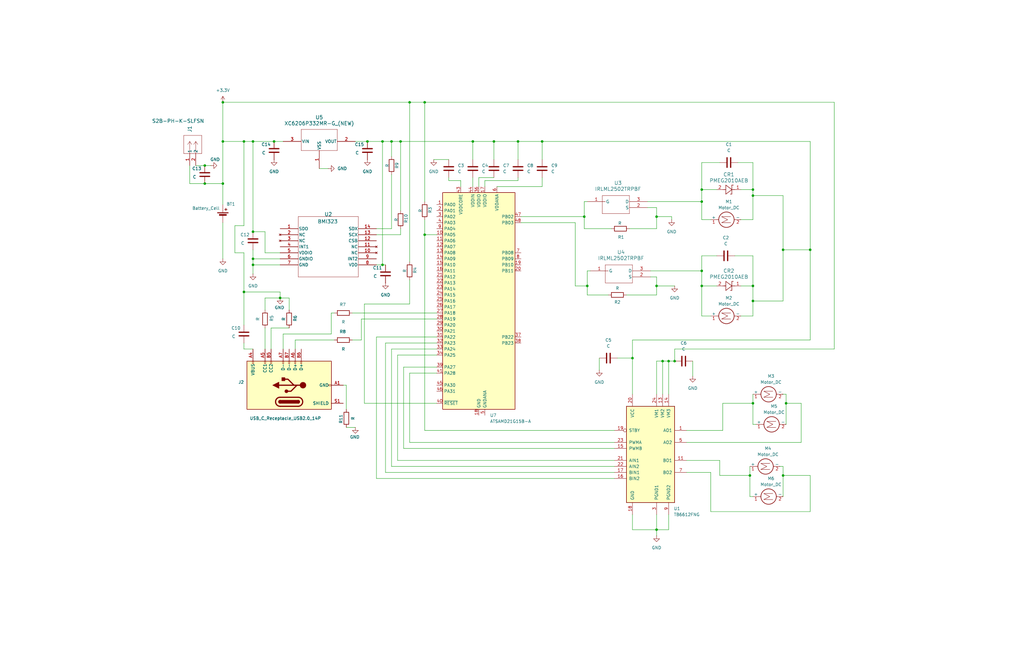
<source format=kicad_sch>
(kicad_sch
	(version 20250114)
	(generator "eeschema")
	(generator_version "9.0")
	(uuid "1970fd6b-4f7d-493c-ae6b-fdd4d124daa2")
	(paper "B")
	(lib_symbols
		(symbol "BMI323:BMI323"
			(pin_names
				(offset 0.254)
			)
			(exclude_from_sim no)
			(in_bom yes)
			(on_board yes)
			(property "Reference" "U"
				(at 20.32 10.16 0)
				(effects
					(font
						(size 1.524 1.524)
					)
				)
			)
			(property "Value" "BMI323"
				(at 20.32 7.62 0)
				(effects
					(font
						(size 1.524 1.524)
					)
				)
			)
			(property "Footprint" "BMI323_BOS"
				(at 0 0 0)
				(effects
					(font
						(size 1.27 1.27)
						(italic yes)
					)
					(hide yes)
				)
			)
			(property "Datasheet" "BMI323"
				(at 0 0 0)
				(effects
					(font
						(size 1.27 1.27)
						(italic yes)
					)
					(hide yes)
				)
			)
			(property "Description" ""
				(at 0 0 0)
				(effects
					(font
						(size 1.27 1.27)
					)
					(hide yes)
				)
			)
			(property "ki_locked" ""
				(at 0 0 0)
				(effects
					(font
						(size 1.27 1.27)
					)
				)
			)
			(property "ki_keywords" "BMI323"
				(at 0 0 0)
				(effects
					(font
						(size 1.27 1.27)
					)
					(hide yes)
				)
			)
			(property "ki_fp_filters" "BMI323_BOS BMI323_BOS-M BMI323_BOS-L"
				(at 0 0 0)
				(effects
					(font
						(size 1.27 1.27)
					)
					(hide yes)
				)
			)
			(symbol "BMI323_0_1"
				(polyline
					(pts
						(xy 7.62 5.08) (xy 7.62 -20.32)
					)
					(stroke
						(width 0.127)
						(type default)
					)
					(fill
						(type none)
					)
				)
				(polyline
					(pts
						(xy 7.62 -20.32) (xy 33.02 -20.32)
					)
					(stroke
						(width 0.127)
						(type default)
					)
					(fill
						(type none)
					)
				)
				(polyline
					(pts
						(xy 33.02 5.08) (xy 7.62 5.08)
					)
					(stroke
						(width 0.127)
						(type default)
					)
					(fill
						(type none)
					)
				)
				(polyline
					(pts
						(xy 33.02 -20.32) (xy 33.02 5.08)
					)
					(stroke
						(width 0.127)
						(type default)
					)
					(fill
						(type none)
					)
				)
				(pin bidirectional line
					(at 0 0 0)
					(length 7.62)
					(name "SDO"
						(effects
							(font
								(size 1.27 1.27)
							)
						)
					)
					(number "1"
						(effects
							(font
								(size 1.27 1.27)
							)
						)
					)
				)
				(pin no_connect line
					(at 0 -2.54 0)
					(length 7.62)
					(name "NC"
						(effects
							(font
								(size 1.27 1.27)
							)
						)
					)
					(number "2"
						(effects
							(font
								(size 1.27 1.27)
							)
						)
					)
				)
				(pin no_connect line
					(at 0 -5.08 0)
					(length 7.62)
					(name "NC"
						(effects
							(font
								(size 1.27 1.27)
							)
						)
					)
					(number "3"
						(effects
							(font
								(size 1.27 1.27)
							)
						)
					)
				)
				(pin bidirectional line
					(at 0 -7.62 0)
					(length 7.62)
					(name "INT1"
						(effects
							(font
								(size 1.27 1.27)
							)
						)
					)
					(number "4"
						(effects
							(font
								(size 1.27 1.27)
							)
						)
					)
				)
				(pin power_in line
					(at 0 -10.16 0)
					(length 7.62)
					(name "VDDIO"
						(effects
							(font
								(size 1.27 1.27)
							)
						)
					)
					(number "5"
						(effects
							(font
								(size 1.27 1.27)
							)
						)
					)
				)
				(pin power_out line
					(at 0 -12.7 0)
					(length 7.62)
					(name "GNDIO"
						(effects
							(font
								(size 1.27 1.27)
							)
						)
					)
					(number "6"
						(effects
							(font
								(size 1.27 1.27)
							)
						)
					)
				)
				(pin power_out line
					(at 0 -15.24 0)
					(length 7.62)
					(name "GND"
						(effects
							(font
								(size 1.27 1.27)
							)
						)
					)
					(number "7"
						(effects
							(font
								(size 1.27 1.27)
							)
						)
					)
				)
				(pin bidirectional line
					(at 40.64 0 180)
					(length 7.62)
					(name "SDX"
						(effects
							(font
								(size 1.27 1.27)
							)
						)
					)
					(number "14"
						(effects
							(font
								(size 1.27 1.27)
							)
						)
					)
				)
				(pin input line
					(at 40.64 -2.54 180)
					(length 7.62)
					(name "SCX"
						(effects
							(font
								(size 1.27 1.27)
							)
						)
					)
					(number "13"
						(effects
							(font
								(size 1.27 1.27)
							)
						)
					)
				)
				(pin input line
					(at 40.64 -5.08 180)
					(length 7.62)
					(name "CSB"
						(effects
							(font
								(size 1.27 1.27)
							)
						)
					)
					(number "12"
						(effects
							(font
								(size 1.27 1.27)
							)
						)
					)
				)
				(pin no_connect line
					(at 40.64 -7.62 180)
					(length 7.62)
					(name "NC"
						(effects
							(font
								(size 1.27 1.27)
							)
						)
					)
					(number "11"
						(effects
							(font
								(size 1.27 1.27)
							)
						)
					)
				)
				(pin no_connect line
					(at 40.64 -10.16 180)
					(length 7.62)
					(name "NC"
						(effects
							(font
								(size 1.27 1.27)
							)
						)
					)
					(number "10"
						(effects
							(font
								(size 1.27 1.27)
							)
						)
					)
				)
				(pin bidirectional line
					(at 40.64 -12.7 180)
					(length 7.62)
					(name "INT2"
						(effects
							(font
								(size 1.27 1.27)
							)
						)
					)
					(number "9"
						(effects
							(font
								(size 1.27 1.27)
							)
						)
					)
				)
				(pin power_in line
					(at 40.64 -15.24 180)
					(length 7.62)
					(name "VDD"
						(effects
							(font
								(size 1.27 1.27)
							)
						)
					)
					(number "8"
						(effects
							(font
								(size 1.27 1.27)
							)
						)
					)
				)
			)
			(embedded_fonts no)
		)
		(symbol "Connector:USB_C_Receptacle_USB2.0_14P"
			(pin_names
				(offset 1.016)
			)
			(exclude_from_sim no)
			(in_bom yes)
			(on_board yes)
			(property "Reference" "J"
				(at 0 22.225 0)
				(effects
					(font
						(size 1.27 1.27)
					)
				)
			)
			(property "Value" "USB_C_Receptacle_USB2.0_14P"
				(at 0 19.685 0)
				(effects
					(font
						(size 1.27 1.27)
					)
				)
			)
			(property "Footprint" ""
				(at 3.81 0 0)
				(effects
					(font
						(size 1.27 1.27)
					)
					(hide yes)
				)
			)
			(property "Datasheet" "https://www.usb.org/sites/default/files/documents/usb_type-c.zip"
				(at 3.81 0 0)
				(effects
					(font
						(size 1.27 1.27)
					)
					(hide yes)
				)
			)
			(property "Description" "USB 2.0-only 14P Type-C Receptacle connector"
				(at 0 0 0)
				(effects
					(font
						(size 1.27 1.27)
					)
					(hide yes)
				)
			)
			(property "ki_keywords" "usb universal serial bus type-C USB2.0"
				(at 0 0 0)
				(effects
					(font
						(size 1.27 1.27)
					)
					(hide yes)
				)
			)
			(property "ki_fp_filters" "USB*C*Receptacle*"
				(at 0 0 0)
				(effects
					(font
						(size 1.27 1.27)
					)
					(hide yes)
				)
			)
			(symbol "USB_C_Receptacle_USB2.0_14P_0_0"
				(rectangle
					(start -0.254 -17.78)
					(end 0.254 -16.764)
					(stroke
						(width 0)
						(type default)
					)
					(fill
						(type none)
					)
				)
				(rectangle
					(start 10.16 15.494)
					(end 9.144 14.986)
					(stroke
						(width 0)
						(type default)
					)
					(fill
						(type none)
					)
				)
				(rectangle
					(start 10.16 10.414)
					(end 9.144 9.906)
					(stroke
						(width 0)
						(type default)
					)
					(fill
						(type none)
					)
				)
				(rectangle
					(start 10.16 7.874)
					(end 9.144 7.366)
					(stroke
						(width 0)
						(type default)
					)
					(fill
						(type none)
					)
				)
				(rectangle
					(start 10.16 2.794)
					(end 9.144 2.286)
					(stroke
						(width 0)
						(type default)
					)
					(fill
						(type none)
					)
				)
				(rectangle
					(start 10.16 0.254)
					(end 9.144 -0.254)
					(stroke
						(width 0)
						(type default)
					)
					(fill
						(type none)
					)
				)
				(rectangle
					(start 10.16 -2.286)
					(end 9.144 -2.794)
					(stroke
						(width 0)
						(type default)
					)
					(fill
						(type none)
					)
				)
				(rectangle
					(start 10.16 -4.826)
					(end 9.144 -5.334)
					(stroke
						(width 0)
						(type default)
					)
					(fill
						(type none)
					)
				)
			)
			(symbol "USB_C_Receptacle_USB2.0_14P_0_1"
				(rectangle
					(start -10.16 17.78)
					(end 10.16 -17.78)
					(stroke
						(width 0.254)
						(type default)
					)
					(fill
						(type background)
					)
				)
				(polyline
					(pts
						(xy -8.89 -3.81) (xy -8.89 3.81)
					)
					(stroke
						(width 0.508)
						(type default)
					)
					(fill
						(type none)
					)
				)
				(rectangle
					(start -7.62 -3.81)
					(end -6.35 3.81)
					(stroke
						(width 0.254)
						(type default)
					)
					(fill
						(type outline)
					)
				)
				(arc
					(start -7.62 3.81)
					(mid -6.985 4.4423)
					(end -6.35 3.81)
					(stroke
						(width 0.254)
						(type default)
					)
					(fill
						(type none)
					)
				)
				(arc
					(start -7.62 3.81)
					(mid -6.985 4.4423)
					(end -6.35 3.81)
					(stroke
						(width 0.254)
						(type default)
					)
					(fill
						(type outline)
					)
				)
				(arc
					(start -8.89 3.81)
					(mid -6.985 5.7067)
					(end -5.08 3.81)
					(stroke
						(width 0.508)
						(type default)
					)
					(fill
						(type none)
					)
				)
				(arc
					(start -5.08 -3.81)
					(mid -6.985 -5.7067)
					(end -8.89 -3.81)
					(stroke
						(width 0.508)
						(type default)
					)
					(fill
						(type none)
					)
				)
				(arc
					(start -6.35 -3.81)
					(mid -6.985 -4.4423)
					(end -7.62 -3.81)
					(stroke
						(width 0.254)
						(type default)
					)
					(fill
						(type none)
					)
				)
				(arc
					(start -6.35 -3.81)
					(mid -6.985 -4.4423)
					(end -7.62 -3.81)
					(stroke
						(width 0.254)
						(type default)
					)
					(fill
						(type outline)
					)
				)
				(polyline
					(pts
						(xy -5.08 3.81) (xy -5.08 -3.81)
					)
					(stroke
						(width 0.508)
						(type default)
					)
					(fill
						(type none)
					)
				)
				(circle
					(center -2.54 1.143)
					(radius 0.635)
					(stroke
						(width 0.254)
						(type default)
					)
					(fill
						(type outline)
					)
				)
				(polyline
					(pts
						(xy -1.27 4.318) (xy 0 6.858) (xy 1.27 4.318) (xy -1.27 4.318)
					)
					(stroke
						(width 0.254)
						(type default)
					)
					(fill
						(type outline)
					)
				)
				(polyline
					(pts
						(xy 0 -2.032) (xy 2.54 0.508) (xy 2.54 1.778)
					)
					(stroke
						(width 0.508)
						(type default)
					)
					(fill
						(type none)
					)
				)
				(polyline
					(pts
						(xy 0 -3.302) (xy -2.54 -0.762) (xy -2.54 0.508)
					)
					(stroke
						(width 0.508)
						(type default)
					)
					(fill
						(type none)
					)
				)
				(polyline
					(pts
						(xy 0 -5.842) (xy 0 4.318)
					)
					(stroke
						(width 0.508)
						(type default)
					)
					(fill
						(type none)
					)
				)
				(circle
					(center 0 -5.842)
					(radius 1.27)
					(stroke
						(width 0)
						(type default)
					)
					(fill
						(type outline)
					)
				)
				(rectangle
					(start 1.905 1.778)
					(end 3.175 3.048)
					(stroke
						(width 0.254)
						(type default)
					)
					(fill
						(type outline)
					)
				)
			)
			(symbol "USB_C_Receptacle_USB2.0_14P_1_1"
				(pin passive line
					(at -7.62 -22.86 90)
					(length 5.08)
					(name "SHIELD"
						(effects
							(font
								(size 1.27 1.27)
							)
						)
					)
					(number "S1"
						(effects
							(font
								(size 1.27 1.27)
							)
						)
					)
				)
				(pin passive line
					(at 0 -22.86 90)
					(length 5.08)
					(name "GND"
						(effects
							(font
								(size 1.27 1.27)
							)
						)
					)
					(number "A1"
						(effects
							(font
								(size 1.27 1.27)
							)
						)
					)
				)
				(pin passive line
					(at 0 -22.86 90)
					(length 5.08)
					(hide yes)
					(name "GND"
						(effects
							(font
								(size 1.27 1.27)
							)
						)
					)
					(number "A12"
						(effects
							(font
								(size 1.27 1.27)
							)
						)
					)
				)
				(pin passive line
					(at 0 -22.86 90)
					(length 5.08)
					(hide yes)
					(name "GND"
						(effects
							(font
								(size 1.27 1.27)
							)
						)
					)
					(number "B1"
						(effects
							(font
								(size 1.27 1.27)
							)
						)
					)
				)
				(pin passive line
					(at 0 -22.86 90)
					(length 5.08)
					(hide yes)
					(name "GND"
						(effects
							(font
								(size 1.27 1.27)
							)
						)
					)
					(number "B12"
						(effects
							(font
								(size 1.27 1.27)
							)
						)
					)
				)
				(pin passive line
					(at 15.24 15.24 180)
					(length 5.08)
					(name "VBUS"
						(effects
							(font
								(size 1.27 1.27)
							)
						)
					)
					(number "A4"
						(effects
							(font
								(size 1.27 1.27)
							)
						)
					)
				)
				(pin passive line
					(at 15.24 15.24 180)
					(length 5.08)
					(hide yes)
					(name "VBUS"
						(effects
							(font
								(size 1.27 1.27)
							)
						)
					)
					(number "A9"
						(effects
							(font
								(size 1.27 1.27)
							)
						)
					)
				)
				(pin passive line
					(at 15.24 15.24 180)
					(length 5.08)
					(hide yes)
					(name "VBUS"
						(effects
							(font
								(size 1.27 1.27)
							)
						)
					)
					(number "B4"
						(effects
							(font
								(size 1.27 1.27)
							)
						)
					)
				)
				(pin passive line
					(at 15.24 15.24 180)
					(length 5.08)
					(hide yes)
					(name "VBUS"
						(effects
							(font
								(size 1.27 1.27)
							)
						)
					)
					(number "B9"
						(effects
							(font
								(size 1.27 1.27)
							)
						)
					)
				)
				(pin bidirectional line
					(at 15.24 10.16 180)
					(length 5.08)
					(name "CC1"
						(effects
							(font
								(size 1.27 1.27)
							)
						)
					)
					(number "A5"
						(effects
							(font
								(size 1.27 1.27)
							)
						)
					)
				)
				(pin bidirectional line
					(at 15.24 7.62 180)
					(length 5.08)
					(name "CC2"
						(effects
							(font
								(size 1.27 1.27)
							)
						)
					)
					(number "B5"
						(effects
							(font
								(size 1.27 1.27)
							)
						)
					)
				)
				(pin bidirectional line
					(at 15.24 2.54 180)
					(length 5.08)
					(name "D-"
						(effects
							(font
								(size 1.27 1.27)
							)
						)
					)
					(number "A7"
						(effects
							(font
								(size 1.27 1.27)
							)
						)
					)
				)
				(pin bidirectional line
					(at 15.24 0 180)
					(length 5.08)
					(name "D-"
						(effects
							(font
								(size 1.27 1.27)
							)
						)
					)
					(number "B7"
						(effects
							(font
								(size 1.27 1.27)
							)
						)
					)
				)
				(pin bidirectional line
					(at 15.24 -2.54 180)
					(length 5.08)
					(name "D+"
						(effects
							(font
								(size 1.27 1.27)
							)
						)
					)
					(number "A6"
						(effects
							(font
								(size 1.27 1.27)
							)
						)
					)
				)
				(pin bidirectional line
					(at 15.24 -5.08 180)
					(length 5.08)
					(name "D+"
						(effects
							(font
								(size 1.27 1.27)
							)
						)
					)
					(number "B6"
						(effects
							(font
								(size 1.27 1.27)
							)
						)
					)
				)
			)
			(embedded_fonts no)
		)
		(symbol "Device:Battery_Cell"
			(pin_numbers
				(hide yes)
			)
			(pin_names
				(offset 0)
				(hide yes)
			)
			(exclude_from_sim no)
			(in_bom yes)
			(on_board yes)
			(property "Reference" "BT"
				(at 2.54 2.54 0)
				(effects
					(font
						(size 1.27 1.27)
					)
					(justify left)
				)
			)
			(property "Value" "Battery_Cell"
				(at 2.54 0 0)
				(effects
					(font
						(size 1.27 1.27)
					)
					(justify left)
				)
			)
			(property "Footprint" ""
				(at 0 1.524 90)
				(effects
					(font
						(size 1.27 1.27)
					)
					(hide yes)
				)
			)
			(property "Datasheet" "~"
				(at 0 1.524 90)
				(effects
					(font
						(size 1.27 1.27)
					)
					(hide yes)
				)
			)
			(property "Description" "Single-cell battery"
				(at 0 0 0)
				(effects
					(font
						(size 1.27 1.27)
					)
					(hide yes)
				)
			)
			(property "ki_keywords" "battery cell"
				(at 0 0 0)
				(effects
					(font
						(size 1.27 1.27)
					)
					(hide yes)
				)
			)
			(symbol "Battery_Cell_0_1"
				(rectangle
					(start -2.286 1.778)
					(end 2.286 1.524)
					(stroke
						(width 0)
						(type default)
					)
					(fill
						(type outline)
					)
				)
				(rectangle
					(start -1.524 1.016)
					(end 1.524 0.508)
					(stroke
						(width 0)
						(type default)
					)
					(fill
						(type outline)
					)
				)
				(polyline
					(pts
						(xy 0 1.778) (xy 0 2.54)
					)
					(stroke
						(width 0)
						(type default)
					)
					(fill
						(type none)
					)
				)
				(polyline
					(pts
						(xy 0 0.762) (xy 0 0)
					)
					(stroke
						(width 0)
						(type default)
					)
					(fill
						(type none)
					)
				)
				(polyline
					(pts
						(xy 0.762 3.048) (xy 1.778 3.048)
					)
					(stroke
						(width 0.254)
						(type default)
					)
					(fill
						(type none)
					)
				)
				(polyline
					(pts
						(xy 1.27 3.556) (xy 1.27 2.54)
					)
					(stroke
						(width 0.254)
						(type default)
					)
					(fill
						(type none)
					)
				)
			)
			(symbol "Battery_Cell_1_1"
				(pin passive line
					(at 0 5.08 270)
					(length 2.54)
					(name "+"
						(effects
							(font
								(size 1.27 1.27)
							)
						)
					)
					(number "1"
						(effects
							(font
								(size 1.27 1.27)
							)
						)
					)
				)
				(pin passive line
					(at 0 -2.54 90)
					(length 2.54)
					(name "-"
						(effects
							(font
								(size 1.27 1.27)
							)
						)
					)
					(number "2"
						(effects
							(font
								(size 1.27 1.27)
							)
						)
					)
				)
			)
			(embedded_fonts no)
		)
		(symbol "Device:C"
			(pin_numbers
				(hide yes)
			)
			(pin_names
				(offset 0.254)
			)
			(exclude_from_sim no)
			(in_bom yes)
			(on_board yes)
			(property "Reference" "C"
				(at 0.635 2.54 0)
				(effects
					(font
						(size 1.27 1.27)
					)
					(justify left)
				)
			)
			(property "Value" "C"
				(at 0.635 -2.54 0)
				(effects
					(font
						(size 1.27 1.27)
					)
					(justify left)
				)
			)
			(property "Footprint" ""
				(at 0.9652 -3.81 0)
				(effects
					(font
						(size 1.27 1.27)
					)
					(hide yes)
				)
			)
			(property "Datasheet" "~"
				(at 0 0 0)
				(effects
					(font
						(size 1.27 1.27)
					)
					(hide yes)
				)
			)
			(property "Description" "Unpolarized capacitor"
				(at 0 0 0)
				(effects
					(font
						(size 1.27 1.27)
					)
					(hide yes)
				)
			)
			(property "ki_keywords" "cap capacitor"
				(at 0 0 0)
				(effects
					(font
						(size 1.27 1.27)
					)
					(hide yes)
				)
			)
			(property "ki_fp_filters" "C_*"
				(at 0 0 0)
				(effects
					(font
						(size 1.27 1.27)
					)
					(hide yes)
				)
			)
			(symbol "C_0_1"
				(polyline
					(pts
						(xy -2.032 0.762) (xy 2.032 0.762)
					)
					(stroke
						(width 0.508)
						(type default)
					)
					(fill
						(type none)
					)
				)
				(polyline
					(pts
						(xy -2.032 -0.762) (xy 2.032 -0.762)
					)
					(stroke
						(width 0.508)
						(type default)
					)
					(fill
						(type none)
					)
				)
			)
			(symbol "C_1_1"
				(pin passive line
					(at 0 3.81 270)
					(length 2.794)
					(name "~"
						(effects
							(font
								(size 1.27 1.27)
							)
						)
					)
					(number "1"
						(effects
							(font
								(size 1.27 1.27)
							)
						)
					)
				)
				(pin passive line
					(at 0 -3.81 90)
					(length 2.794)
					(name "~"
						(effects
							(font
								(size 1.27 1.27)
							)
						)
					)
					(number "2"
						(effects
							(font
								(size 1.27 1.27)
							)
						)
					)
				)
			)
			(embedded_fonts no)
		)
		(symbol "Device:R"
			(pin_numbers
				(hide yes)
			)
			(pin_names
				(offset 0)
			)
			(exclude_from_sim no)
			(in_bom yes)
			(on_board yes)
			(property "Reference" "R"
				(at 2.032 0 90)
				(effects
					(font
						(size 1.27 1.27)
					)
				)
			)
			(property "Value" "R"
				(at 0 0 90)
				(effects
					(font
						(size 1.27 1.27)
					)
				)
			)
			(property "Footprint" ""
				(at -1.778 0 90)
				(effects
					(font
						(size 1.27 1.27)
					)
					(hide yes)
				)
			)
			(property "Datasheet" "~"
				(at 0 0 0)
				(effects
					(font
						(size 1.27 1.27)
					)
					(hide yes)
				)
			)
			(property "Description" "Resistor"
				(at 0 0 0)
				(effects
					(font
						(size 1.27 1.27)
					)
					(hide yes)
				)
			)
			(property "ki_keywords" "R res resistor"
				(at 0 0 0)
				(effects
					(font
						(size 1.27 1.27)
					)
					(hide yes)
				)
			)
			(property "ki_fp_filters" "R_*"
				(at 0 0 0)
				(effects
					(font
						(size 1.27 1.27)
					)
					(hide yes)
				)
			)
			(symbol "R_0_1"
				(rectangle
					(start -1.016 -2.54)
					(end 1.016 2.54)
					(stroke
						(width 0.254)
						(type default)
					)
					(fill
						(type none)
					)
				)
			)
			(symbol "R_1_1"
				(pin passive line
					(at 0 3.81 270)
					(length 1.27)
					(name "~"
						(effects
							(font
								(size 1.27 1.27)
							)
						)
					)
					(number "1"
						(effects
							(font
								(size 1.27 1.27)
							)
						)
					)
				)
				(pin passive line
					(at 0 -3.81 90)
					(length 1.27)
					(name "~"
						(effects
							(font
								(size 1.27 1.27)
							)
						)
					)
					(number "2"
						(effects
							(font
								(size 1.27 1.27)
							)
						)
					)
				)
			)
			(embedded_fonts no)
		)
		(symbol "Driver_Motor:TB6612FNG"
			(pin_names
				(offset 1.016)
			)
			(exclude_from_sim no)
			(in_bom yes)
			(on_board yes)
			(property "Reference" "U"
				(at 11.43 17.78 0)
				(effects
					(font
						(size 1.27 1.27)
					)
					(justify left)
				)
			)
			(property "Value" "TB6612FNG"
				(at 11.43 15.24 0)
				(effects
					(font
						(size 1.27 1.27)
					)
					(justify left)
				)
			)
			(property "Footprint" "Package_SO:SSOP-24_5.3x8.2mm_P0.65mm"
				(at 33.02 -22.86 0)
				(effects
					(font
						(size 1.27 1.27)
					)
					(hide yes)
				)
			)
			(property "Datasheet" "https://toshiba.semicon-storage.com/us/product/linear/motordriver/detail.TB6612FNG.html"
				(at 11.43 15.24 0)
				(effects
					(font
						(size 1.27 1.27)
					)
					(hide yes)
				)
			)
			(property "Description" "Driver IC for Dual DC motor, SSOP-24"
				(at 0 0 0)
				(effects
					(font
						(size 1.27 1.27)
					)
					(hide yes)
				)
			)
			(property "ki_keywords" "H-bridge motor driver"
				(at 0 0 0)
				(effects
					(font
						(size 1.27 1.27)
					)
					(hide yes)
				)
			)
			(property "ki_fp_filters" "SSOP*5.3x8.2mm*P0.65mm*"
				(at 0 0 0)
				(effects
					(font
						(size 1.27 1.27)
					)
					(hide yes)
				)
			)
			(symbol "TB6612FNG_0_1"
				(rectangle
					(start -10.16 20.32)
					(end 10.16 -20.32)
					(stroke
						(width 0.254)
						(type default)
					)
					(fill
						(type background)
					)
				)
			)
			(symbol "TB6612FNG_1_1"
				(pin input inverted
					(at -15.24 10.16 0)
					(length 5.08)
					(name "STBY"
						(effects
							(font
								(size 1.27 1.27)
							)
						)
					)
					(number "19"
						(effects
							(font
								(size 1.27 1.27)
							)
						)
					)
				)
				(pin input line
					(at -15.24 5.08 0)
					(length 5.08)
					(name "PWMA"
						(effects
							(font
								(size 1.27 1.27)
							)
						)
					)
					(number "23"
						(effects
							(font
								(size 1.27 1.27)
							)
						)
					)
				)
				(pin input line
					(at -15.24 2.54 0)
					(length 5.08)
					(name "PWMB"
						(effects
							(font
								(size 1.27 1.27)
							)
						)
					)
					(number "15"
						(effects
							(font
								(size 1.27 1.27)
							)
						)
					)
				)
				(pin input line
					(at -15.24 -2.54 0)
					(length 5.08)
					(name "AIN1"
						(effects
							(font
								(size 1.27 1.27)
							)
						)
					)
					(number "21"
						(effects
							(font
								(size 1.27 1.27)
							)
						)
					)
				)
				(pin input line
					(at -15.24 -5.08 0)
					(length 5.08)
					(name "AIN2"
						(effects
							(font
								(size 1.27 1.27)
							)
						)
					)
					(number "22"
						(effects
							(font
								(size 1.27 1.27)
							)
						)
					)
				)
				(pin input line
					(at -15.24 -7.62 0)
					(length 5.08)
					(name "BIN1"
						(effects
							(font
								(size 1.27 1.27)
							)
						)
					)
					(number "17"
						(effects
							(font
								(size 1.27 1.27)
							)
						)
					)
				)
				(pin input line
					(at -15.24 -10.16 0)
					(length 5.08)
					(name "BIN2"
						(effects
							(font
								(size 1.27 1.27)
							)
						)
					)
					(number "16"
						(effects
							(font
								(size 1.27 1.27)
							)
						)
					)
				)
				(pin power_in line
					(at -7.62 25.4 270)
					(length 5.08)
					(name "VCC"
						(effects
							(font
								(size 1.27 1.27)
							)
						)
					)
					(number "20"
						(effects
							(font
								(size 1.27 1.27)
							)
						)
					)
				)
				(pin power_in line
					(at -7.62 -25.4 90)
					(length 5.08)
					(name "GND"
						(effects
							(font
								(size 1.27 1.27)
							)
						)
					)
					(number "18"
						(effects
							(font
								(size 1.27 1.27)
							)
						)
					)
				)
				(pin power_in line
					(at 2.54 25.4 270)
					(length 5.08)
					(name "VM1"
						(effects
							(font
								(size 1.27 1.27)
							)
						)
					)
					(number "24"
						(effects
							(font
								(size 1.27 1.27)
							)
						)
					)
				)
				(pin power_in line
					(at 2.54 -25.4 90)
					(length 5.08)
					(name "PGND1"
						(effects
							(font
								(size 1.27 1.27)
							)
						)
					)
					(number "3"
						(effects
							(font
								(size 1.27 1.27)
							)
						)
					)
				)
				(pin passive line
					(at 2.54 -25.4 90)
					(length 5.08)
					(hide yes)
					(name "PGND1"
						(effects
							(font
								(size 1.27 1.27)
							)
						)
					)
					(number "4"
						(effects
							(font
								(size 1.27 1.27)
							)
						)
					)
				)
				(pin power_in line
					(at 5.08 25.4 270)
					(length 5.08)
					(name "VM2"
						(effects
							(font
								(size 1.27 1.27)
							)
						)
					)
					(number "13"
						(effects
							(font
								(size 1.27 1.27)
							)
						)
					)
				)
				(pin power_in line
					(at 7.62 25.4 270)
					(length 5.08)
					(name "VM3"
						(effects
							(font
								(size 1.27 1.27)
							)
						)
					)
					(number "14"
						(effects
							(font
								(size 1.27 1.27)
							)
						)
					)
				)
				(pin passive line
					(at 7.62 -25.4 90)
					(length 5.08)
					(hide yes)
					(name "PGND2"
						(effects
							(font
								(size 1.27 1.27)
							)
						)
					)
					(number "10"
						(effects
							(font
								(size 1.27 1.27)
							)
						)
					)
				)
				(pin power_in line
					(at 7.62 -25.4 90)
					(length 5.08)
					(name "PGND2"
						(effects
							(font
								(size 1.27 1.27)
							)
						)
					)
					(number "9"
						(effects
							(font
								(size 1.27 1.27)
							)
						)
					)
				)
				(pin output line
					(at 15.24 10.16 180)
					(length 5.08)
					(name "AO1"
						(effects
							(font
								(size 1.27 1.27)
							)
						)
					)
					(number "1"
						(effects
							(font
								(size 1.27 1.27)
							)
						)
					)
				)
				(pin passive line
					(at 15.24 10.16 180)
					(length 5.08)
					(hide yes)
					(name "AO1"
						(effects
							(font
								(size 1.27 1.27)
							)
						)
					)
					(number "2"
						(effects
							(font
								(size 1.27 1.27)
							)
						)
					)
				)
				(pin output line
					(at 15.24 5.08 180)
					(length 5.08)
					(name "AO2"
						(effects
							(font
								(size 1.27 1.27)
							)
						)
					)
					(number "5"
						(effects
							(font
								(size 1.27 1.27)
							)
						)
					)
				)
				(pin passive line
					(at 15.24 5.08 180)
					(length 5.08)
					(hide yes)
					(name "AO2"
						(effects
							(font
								(size 1.27 1.27)
							)
						)
					)
					(number "6"
						(effects
							(font
								(size 1.27 1.27)
							)
						)
					)
				)
				(pin output line
					(at 15.24 -2.54 180)
					(length 5.08)
					(name "BO1"
						(effects
							(font
								(size 1.27 1.27)
							)
						)
					)
					(number "11"
						(effects
							(font
								(size 1.27 1.27)
							)
						)
					)
				)
				(pin passive line
					(at 15.24 -2.54 180)
					(length 5.08)
					(hide yes)
					(name "BO1"
						(effects
							(font
								(size 1.27 1.27)
							)
						)
					)
					(number "12"
						(effects
							(font
								(size 1.27 1.27)
							)
						)
					)
				)
				(pin output line
					(at 15.24 -7.62 180)
					(length 5.08)
					(name "BO2"
						(effects
							(font
								(size 1.27 1.27)
							)
						)
					)
					(number "7"
						(effects
							(font
								(size 1.27 1.27)
							)
						)
					)
				)
				(pin passive line
					(at 15.24 -7.62 180)
					(length 5.08)
					(hide yes)
					(name "BO2"
						(effects
							(font
								(size 1.27 1.27)
							)
						)
					)
					(number "8"
						(effects
							(font
								(size 1.27 1.27)
							)
						)
					)
				)
			)
			(embedded_fonts no)
		)
		(symbol "IRLML2502TRPBF_1"
			(pin_names
				(offset 0.254)
			)
			(exclude_from_sim no)
			(in_bom yes)
			(on_board yes)
			(property "Reference" "U3"
				(at 20.32 10.16 0)
				(effects
					(font
						(size 1.524 1.524)
					)
				)
			)
			(property "Value" "IRLML2502TRPBF"
				(at 20.32 7.62 0)
				(effects
					(font
						(size 1.524 1.524)
					)
				)
			)
			(property "Footprint" "PG-TO23-3_INF"
				(at 0 0 0)
				(effects
					(font
						(size 1.27 1.27)
						(italic yes)
					)
					(hide yes)
				)
			)
			(property "Datasheet" "https://www.infineon.com/dgdl/irlml2502pbf.pdf?fileId=5546d462533600a401535668048e2606"
				(at 0 0 0)
				(effects
					(font
						(size 1.27 1.27)
						(italic yes)
					)
					(hide yes)
				)
			)
			(property "Description" ""
				(at 0 0 0)
				(effects
					(font
						(size 1.27 1.27)
					)
					(hide yes)
				)
			)
			(property "ki_locked" ""
				(at 0 0 0)
				(effects
					(font
						(size 1.27 1.27)
					)
				)
			)
			(property "ki_keywords" "IRLML2502TRPBF"
				(at 0 0 0)
				(effects
					(font
						(size 1.27 1.27)
					)
					(hide yes)
				)
			)
			(property "ki_fp_filters" "PG-TO23-3_INF PG-TO23-3_INF-M PG-TO23-3_INF-L"
				(at 0 0 0)
				(effects
					(font
						(size 1.27 1.27)
					)
					(hide yes)
				)
			)
			(symbol "IRLML2502TRPBF_1_0_1"
				(polyline
					(pts
						(xy 21.59 2.54) (xy 21.59 -5.08)
					)
					(stroke
						(width 0.127)
						(type default)
					)
					(fill
						(type none)
					)
				)
				(polyline
					(pts
						(xy 21.59 -5.08) (xy 33.02 -5.08)
					)
					(stroke
						(width 0.127)
						(type default)
					)
					(fill
						(type none)
					)
				)
				(polyline
					(pts
						(xy 33.02 2.54) (xy 21.59 2.54)
					)
					(stroke
						(width 0.127)
						(type default)
					)
					(fill
						(type none)
					)
				)
				(polyline
					(pts
						(xy 33.02 -5.08) (xy 33.02 2.54)
					)
					(stroke
						(width 0.127)
						(type default)
					)
					(fill
						(type none)
					)
				)
				(pin unspecified line
					(at 15.24 0 0)
					(length 7.62)
					(name "G"
						(effects
							(font
								(size 1.27 1.27)
							)
						)
					)
					(number "1"
						(effects
							(font
								(size 1.27 1.27)
							)
						)
					)
				)
				(pin unspecified line
					(at 40.64 0 180)
					(length 7.62)
					(name "D"
						(effects
							(font
								(size 1.27 1.27)
							)
						)
					)
					(number "3"
						(effects
							(font
								(size 1.27 1.27)
							)
						)
					)
				)
				(pin unspecified line
					(at 40.64 -2.54 180)
					(length 7.62)
					(name "S"
						(effects
							(font
								(size 1.27 1.27)
							)
						)
					)
					(number "2"
						(effects
							(font
								(size 1.27 1.27)
							)
						)
					)
				)
			)
			(embedded_fonts no)
		)
		(symbol "JST connector:S2B-PH-K-SLFSN"
			(pin_names
				(offset 0.254)
			)
			(exclude_from_sim no)
			(in_bom yes)
			(on_board yes)
			(property "Reference" "J"
				(at 8.89 6.35 0)
				(effects
					(font
						(size 1.524 1.524)
					)
				)
			)
			(property "Value" "S2B-PH-K-SLFSN"
				(at 0 0 0)
				(effects
					(font
						(size 1.524 1.524)
					)
				)
			)
			(property "Footprint" "CONN_S2B-PH-K-S_JST"
				(at 0 0 0)
				(effects
					(font
						(size 1.27 1.27)
						(italic yes)
					)
					(hide yes)
				)
			)
			(property "Datasheet" "S2B-PH-K-SLFSN"
				(at 0 0 0)
				(effects
					(font
						(size 1.27 1.27)
						(italic yes)
					)
					(hide yes)
				)
			)
			(property "Description" ""
				(at 0 0 0)
				(effects
					(font
						(size 1.27 1.27)
					)
					(hide yes)
				)
			)
			(property "ki_locked" ""
				(at 0 0 0)
				(effects
					(font
						(size 1.27 1.27)
					)
				)
			)
			(property "ki_keywords" "S2B-PH-K-S(LF)(SN)"
				(at 0 0 0)
				(effects
					(font
						(size 1.27 1.27)
					)
					(hide yes)
				)
			)
			(property "ki_fp_filters" "CONN_S2B-PH-K-S_JST"
				(at 0 0 0)
				(effects
					(font
						(size 1.27 1.27)
					)
					(hide yes)
				)
			)
			(symbol "S2B-PH-K-SLFSN_1_1"
				(polyline
					(pts
						(xy 5.08 2.54) (xy 5.08 -5.08)
					)
					(stroke
						(width 0.127)
						(type default)
					)
					(fill
						(type none)
					)
				)
				(polyline
					(pts
						(xy 5.08 -5.08) (xy 12.7 -5.08)
					)
					(stroke
						(width 0.127)
						(type default)
					)
					(fill
						(type none)
					)
				)
				(polyline
					(pts
						(xy 10.16 0) (xy 5.08 0)
					)
					(stroke
						(width 0.127)
						(type default)
					)
					(fill
						(type none)
					)
				)
				(polyline
					(pts
						(xy 10.16 0) (xy 8.89 0.8467)
					)
					(stroke
						(width 0.127)
						(type default)
					)
					(fill
						(type none)
					)
				)
				(polyline
					(pts
						(xy 10.16 0) (xy 8.89 -0.8467)
					)
					(stroke
						(width 0.127)
						(type default)
					)
					(fill
						(type none)
					)
				)
				(polyline
					(pts
						(xy 10.16 -2.54) (xy 5.08 -2.54)
					)
					(stroke
						(width 0.127)
						(type default)
					)
					(fill
						(type none)
					)
				)
				(polyline
					(pts
						(xy 10.16 -2.54) (xy 8.89 -1.6933)
					)
					(stroke
						(width 0.127)
						(type default)
					)
					(fill
						(type none)
					)
				)
				(polyline
					(pts
						(xy 10.16 -2.54) (xy 8.89 -3.3867)
					)
					(stroke
						(width 0.127)
						(type default)
					)
					(fill
						(type none)
					)
				)
				(polyline
					(pts
						(xy 12.7 2.54) (xy 5.08 2.54)
					)
					(stroke
						(width 0.127)
						(type default)
					)
					(fill
						(type none)
					)
				)
				(polyline
					(pts
						(xy 12.7 -5.08) (xy 12.7 2.54)
					)
					(stroke
						(width 0.127)
						(type default)
					)
					(fill
						(type none)
					)
				)
				(pin unspecified line
					(at 0 0 0)
					(length 5.08)
					(name "1"
						(effects
							(font
								(size 1.27 1.27)
							)
						)
					)
					(number "1"
						(effects
							(font
								(size 1.27 1.27)
							)
						)
					)
				)
				(pin unspecified line
					(at 0 -2.54 0)
					(length 5.08)
					(name "2"
						(effects
							(font
								(size 1.27 1.27)
							)
						)
					)
					(number "2"
						(effects
							(font
								(size 1.27 1.27)
							)
						)
					)
				)
			)
			(symbol "S2B-PH-K-SLFSN_1_2"
				(polyline
					(pts
						(xy 5.08 2.54) (xy 5.08 -5.08)
					)
					(stroke
						(width 0.127)
						(type default)
					)
					(fill
						(type none)
					)
				)
				(polyline
					(pts
						(xy 5.08 -5.08) (xy 12.7 -5.08)
					)
					(stroke
						(width 0.127)
						(type default)
					)
					(fill
						(type none)
					)
				)
				(polyline
					(pts
						(xy 7.62 0) (xy 5.08 0)
					)
					(stroke
						(width 0.127)
						(type default)
					)
					(fill
						(type none)
					)
				)
				(polyline
					(pts
						(xy 7.62 0) (xy 8.89 0.8467)
					)
					(stroke
						(width 0.127)
						(type default)
					)
					(fill
						(type none)
					)
				)
				(polyline
					(pts
						(xy 7.62 0) (xy 8.89 -0.8467)
					)
					(stroke
						(width 0.127)
						(type default)
					)
					(fill
						(type none)
					)
				)
				(polyline
					(pts
						(xy 7.62 -2.54) (xy 5.08 -2.54)
					)
					(stroke
						(width 0.127)
						(type default)
					)
					(fill
						(type none)
					)
				)
				(polyline
					(pts
						(xy 7.62 -2.54) (xy 8.89 -1.6933)
					)
					(stroke
						(width 0.127)
						(type default)
					)
					(fill
						(type none)
					)
				)
				(polyline
					(pts
						(xy 7.62 -2.54) (xy 8.89 -3.3867)
					)
					(stroke
						(width 0.127)
						(type default)
					)
					(fill
						(type none)
					)
				)
				(polyline
					(pts
						(xy 12.7 2.54) (xy 5.08 2.54)
					)
					(stroke
						(width 0.127)
						(type default)
					)
					(fill
						(type none)
					)
				)
				(polyline
					(pts
						(xy 12.7 -5.08) (xy 12.7 2.54)
					)
					(stroke
						(width 0.127)
						(type default)
					)
					(fill
						(type none)
					)
				)
				(pin unspecified line
					(at 0 0 0)
					(length 5.08)
					(name "1"
						(effects
							(font
								(size 1.27 1.27)
							)
						)
					)
					(number "1"
						(effects
							(font
								(size 1.27 1.27)
							)
						)
					)
				)
				(pin unspecified line
					(at 0 -2.54 0)
					(length 5.08)
					(name "2"
						(effects
							(font
								(size 1.27 1.27)
							)
						)
					)
					(number "2"
						(effects
							(font
								(size 1.27 1.27)
							)
						)
					)
				)
			)
			(embedded_fonts no)
		)
		(symbol "MCU_Microchip_SAMD:ATSAMD21G15B-A"
			(exclude_from_sim no)
			(in_bom yes)
			(on_board yes)
			(property "Reference" "U"
				(at -13.97 46.99 0)
				(effects
					(font
						(size 1.27 1.27)
					)
				)
			)
			(property "Value" "ATSAMD21G15B-A"
				(at 16.51 46.99 0)
				(effects
					(font
						(size 1.27 1.27)
					)
				)
			)
			(property "Footprint" "Package_QFP:TQFP-48_7x7mm_P0.5mm"
				(at 22.86 -46.99 0)
				(effects
					(font
						(size 1.27 1.27)
					)
					(hide yes)
				)
			)
			(property "Datasheet" "http://ww1.microchip.com/downloads/en/DeviceDoc/SAM_D21_DA1_Family_Data%20Sheet_DS40001882E.pdf"
				(at 0 25.4 0)
				(effects
					(font
						(size 1.27 1.27)
					)
					(hide yes)
				)
			)
			(property "Description" "SAM D21 Microchip SMART ARM-based Flash MCU, 48Mhz, 32K Flash w/ 1K RWW, 4K SRAM, TQFP-48"
				(at 0 0 0)
				(effects
					(font
						(size 1.27 1.27)
					)
					(hide yes)
				)
			)
			(property "ki_keywords" "32-bit ARM Cortex-M0+ MCU Microcontroller"
				(at 0 0 0)
				(effects
					(font
						(size 1.27 1.27)
					)
					(hide yes)
				)
			)
			(property "ki_fp_filters" "TQFP*7x7mm*P0.5mm*"
				(at 0 0 0)
				(effects
					(font
						(size 1.27 1.27)
					)
					(hide yes)
				)
			)
			(symbol "ATSAMD21G15B-A_0_1"
				(rectangle
					(start -15.24 45.72)
					(end 15.24 -45.72)
					(stroke
						(width 0.254)
						(type default)
					)
					(fill
						(type background)
					)
				)
			)
			(symbol "ATSAMD21G15B-A_1_1"
				(pin bidirectional line
					(at -17.78 40.64 0)
					(length 2.54)
					(name "PA00"
						(effects
							(font
								(size 1.27 1.27)
							)
						)
					)
					(number "1"
						(effects
							(font
								(size 1.27 1.27)
							)
						)
					)
				)
				(pin bidirectional line
					(at -17.78 38.1 0)
					(length 2.54)
					(name "PA01"
						(effects
							(font
								(size 1.27 1.27)
							)
						)
					)
					(number "2"
						(effects
							(font
								(size 1.27 1.27)
							)
						)
					)
				)
				(pin bidirectional line
					(at -17.78 35.56 0)
					(length 2.54)
					(name "PA02"
						(effects
							(font
								(size 1.27 1.27)
							)
						)
					)
					(number "3"
						(effects
							(font
								(size 1.27 1.27)
							)
						)
					)
				)
				(pin bidirectional line
					(at -17.78 33.02 0)
					(length 2.54)
					(name "PA03"
						(effects
							(font
								(size 1.27 1.27)
							)
						)
					)
					(number "4"
						(effects
							(font
								(size 1.27 1.27)
							)
						)
					)
				)
				(pin bidirectional line
					(at -17.78 30.48 0)
					(length 2.54)
					(name "PA04"
						(effects
							(font
								(size 1.27 1.27)
							)
						)
					)
					(number "9"
						(effects
							(font
								(size 1.27 1.27)
							)
						)
					)
				)
				(pin bidirectional line
					(at -17.78 27.94 0)
					(length 2.54)
					(name "PA05"
						(effects
							(font
								(size 1.27 1.27)
							)
						)
					)
					(number "10"
						(effects
							(font
								(size 1.27 1.27)
							)
						)
					)
				)
				(pin bidirectional line
					(at -17.78 25.4 0)
					(length 2.54)
					(name "PA06"
						(effects
							(font
								(size 1.27 1.27)
							)
						)
					)
					(number "11"
						(effects
							(font
								(size 1.27 1.27)
							)
						)
					)
				)
				(pin bidirectional line
					(at -17.78 22.86 0)
					(length 2.54)
					(name "PA07"
						(effects
							(font
								(size 1.27 1.27)
							)
						)
					)
					(number "12"
						(effects
							(font
								(size 1.27 1.27)
							)
						)
					)
				)
				(pin bidirectional line
					(at -17.78 20.32 0)
					(length 2.54)
					(name "PA08"
						(effects
							(font
								(size 1.27 1.27)
							)
						)
					)
					(number "13"
						(effects
							(font
								(size 1.27 1.27)
							)
						)
					)
				)
				(pin bidirectional line
					(at -17.78 17.78 0)
					(length 2.54)
					(name "PA09"
						(effects
							(font
								(size 1.27 1.27)
							)
						)
					)
					(number "14"
						(effects
							(font
								(size 1.27 1.27)
							)
						)
					)
				)
				(pin bidirectional line
					(at -17.78 15.24 0)
					(length 2.54)
					(name "PA10"
						(effects
							(font
								(size 1.27 1.27)
							)
						)
					)
					(number "15"
						(effects
							(font
								(size 1.27 1.27)
							)
						)
					)
				)
				(pin bidirectional line
					(at -17.78 12.7 0)
					(length 2.54)
					(name "PA11"
						(effects
							(font
								(size 1.27 1.27)
							)
						)
					)
					(number "16"
						(effects
							(font
								(size 1.27 1.27)
							)
						)
					)
				)
				(pin bidirectional line
					(at -17.78 10.16 0)
					(length 2.54)
					(name "PA12"
						(effects
							(font
								(size 1.27 1.27)
							)
						)
					)
					(number "21"
						(effects
							(font
								(size 1.27 1.27)
							)
						)
					)
				)
				(pin bidirectional line
					(at -17.78 7.62 0)
					(length 2.54)
					(name "PA13"
						(effects
							(font
								(size 1.27 1.27)
							)
						)
					)
					(number "22"
						(effects
							(font
								(size 1.27 1.27)
							)
						)
					)
				)
				(pin bidirectional line
					(at -17.78 5.08 0)
					(length 2.54)
					(name "PA14"
						(effects
							(font
								(size 1.27 1.27)
							)
						)
					)
					(number "23"
						(effects
							(font
								(size 1.27 1.27)
							)
						)
					)
				)
				(pin bidirectional line
					(at -17.78 2.54 0)
					(length 2.54)
					(name "PA15"
						(effects
							(font
								(size 1.27 1.27)
							)
						)
					)
					(number "24"
						(effects
							(font
								(size 1.27 1.27)
							)
						)
					)
				)
				(pin bidirectional line
					(at -17.78 0 0)
					(length 2.54)
					(name "PA16"
						(effects
							(font
								(size 1.27 1.27)
							)
						)
					)
					(number "25"
						(effects
							(font
								(size 1.27 1.27)
							)
						)
					)
				)
				(pin bidirectional line
					(at -17.78 -2.54 0)
					(length 2.54)
					(name "PA17"
						(effects
							(font
								(size 1.27 1.27)
							)
						)
					)
					(number "26"
						(effects
							(font
								(size 1.27 1.27)
							)
						)
					)
				)
				(pin bidirectional line
					(at -17.78 -5.08 0)
					(length 2.54)
					(name "PA18"
						(effects
							(font
								(size 1.27 1.27)
							)
						)
					)
					(number "27"
						(effects
							(font
								(size 1.27 1.27)
							)
						)
					)
				)
				(pin bidirectional line
					(at -17.78 -7.62 0)
					(length 2.54)
					(name "PA19"
						(effects
							(font
								(size 1.27 1.27)
							)
						)
					)
					(number "28"
						(effects
							(font
								(size 1.27 1.27)
							)
						)
					)
				)
				(pin bidirectional line
					(at -17.78 -10.16 0)
					(length 2.54)
					(name "PA20"
						(effects
							(font
								(size 1.27 1.27)
							)
						)
					)
					(number "29"
						(effects
							(font
								(size 1.27 1.27)
							)
						)
					)
				)
				(pin bidirectional line
					(at -17.78 -12.7 0)
					(length 2.54)
					(name "PA21"
						(effects
							(font
								(size 1.27 1.27)
							)
						)
					)
					(number "30"
						(effects
							(font
								(size 1.27 1.27)
							)
						)
					)
				)
				(pin bidirectional line
					(at -17.78 -15.24 0)
					(length 2.54)
					(name "PA22"
						(effects
							(font
								(size 1.27 1.27)
							)
						)
					)
					(number "31"
						(effects
							(font
								(size 1.27 1.27)
							)
						)
					)
				)
				(pin bidirectional line
					(at -17.78 -17.78 0)
					(length 2.54)
					(name "PA23"
						(effects
							(font
								(size 1.27 1.27)
							)
						)
					)
					(number "32"
						(effects
							(font
								(size 1.27 1.27)
							)
						)
					)
				)
				(pin bidirectional line
					(at -17.78 -20.32 0)
					(length 2.54)
					(name "PA24"
						(effects
							(font
								(size 1.27 1.27)
							)
						)
					)
					(number "33"
						(effects
							(font
								(size 1.27 1.27)
							)
						)
					)
				)
				(pin bidirectional line
					(at -17.78 -22.86 0)
					(length 2.54)
					(name "PA25"
						(effects
							(font
								(size 1.27 1.27)
							)
						)
					)
					(number "34"
						(effects
							(font
								(size 1.27 1.27)
							)
						)
					)
				)
				(pin bidirectional line
					(at -17.78 -27.94 0)
					(length 2.54)
					(name "PA27"
						(effects
							(font
								(size 1.27 1.27)
							)
						)
					)
					(number "39"
						(effects
							(font
								(size 1.27 1.27)
							)
						)
					)
				)
				(pin bidirectional line
					(at -17.78 -30.48 0)
					(length 2.54)
					(name "PA28"
						(effects
							(font
								(size 1.27 1.27)
							)
						)
					)
					(number "41"
						(effects
							(font
								(size 1.27 1.27)
							)
						)
					)
				)
				(pin bidirectional line
					(at -17.78 -35.56 0)
					(length 2.54)
					(name "PA30"
						(effects
							(font
								(size 1.27 1.27)
							)
						)
					)
					(number "45"
						(effects
							(font
								(size 1.27 1.27)
							)
						)
					)
				)
				(pin bidirectional line
					(at -17.78 -38.1 0)
					(length 2.54)
					(name "PA31"
						(effects
							(font
								(size 1.27 1.27)
							)
						)
					)
					(number "46"
						(effects
							(font
								(size 1.27 1.27)
							)
						)
					)
				)
				(pin input line
					(at -17.78 -43.18 0)
					(length 2.54)
					(name "~{RESET}"
						(effects
							(font
								(size 1.27 1.27)
							)
						)
					)
					(number "40"
						(effects
							(font
								(size 1.27 1.27)
							)
						)
					)
				)
				(pin power_out line
					(at -7.62 48.26 270)
					(length 2.54)
					(name "VDDCORE"
						(effects
							(font
								(size 1.27 1.27)
							)
						)
					)
					(number "43"
						(effects
							(font
								(size 1.27 1.27)
							)
						)
					)
				)
				(pin power_in line
					(at -2.54 48.26 270)
					(length 2.54)
					(name "VDDIN"
						(effects
							(font
								(size 1.27 1.27)
							)
						)
					)
					(number "44"
						(effects
							(font
								(size 1.27 1.27)
							)
						)
					)
				)
				(pin power_in line
					(at 0 48.26 270)
					(length 2.54)
					(name "VDDIO"
						(effects
							(font
								(size 1.27 1.27)
							)
						)
					)
					(number "36"
						(effects
							(font
								(size 1.27 1.27)
							)
						)
					)
				)
				(pin power_in line
					(at 0 -48.26 90)
					(length 2.54)
					(name "GND"
						(effects
							(font
								(size 1.27 1.27)
							)
						)
					)
					(number "18"
						(effects
							(font
								(size 1.27 1.27)
							)
						)
					)
				)
				(pin passive line
					(at 0 -48.26 90)
					(length 2.54)
					(hide yes)
					(name "GND"
						(effects
							(font
								(size 1.27 1.27)
							)
						)
					)
					(number "35"
						(effects
							(font
								(size 1.27 1.27)
							)
						)
					)
				)
				(pin passive line
					(at 0 -48.26 90)
					(length 2.54)
					(hide yes)
					(name "GND"
						(effects
							(font
								(size 1.27 1.27)
							)
						)
					)
					(number "42"
						(effects
							(font
								(size 1.27 1.27)
							)
						)
					)
				)
				(pin power_in line
					(at 2.54 48.26 270)
					(length 2.54)
					(name "VDDIO"
						(effects
							(font
								(size 1.27 1.27)
							)
						)
					)
					(number "17"
						(effects
							(font
								(size 1.27 1.27)
							)
						)
					)
				)
				(pin power_in line
					(at 2.54 -48.26 90)
					(length 2.54)
					(name "GNDANA"
						(effects
							(font
								(size 1.27 1.27)
							)
						)
					)
					(number "5"
						(effects
							(font
								(size 1.27 1.27)
							)
						)
					)
				)
				(pin power_in line
					(at 7.62 48.26 270)
					(length 2.54)
					(name "VDDANA"
						(effects
							(font
								(size 1.27 1.27)
							)
						)
					)
					(number "6"
						(effects
							(font
								(size 1.27 1.27)
							)
						)
					)
				)
				(pin bidirectional line
					(at 17.78 35.56 180)
					(length 2.54)
					(name "PB02"
						(effects
							(font
								(size 1.27 1.27)
							)
						)
					)
					(number "47"
						(effects
							(font
								(size 1.27 1.27)
							)
						)
					)
				)
				(pin bidirectional line
					(at 17.78 33.02 180)
					(length 2.54)
					(name "PB03"
						(effects
							(font
								(size 1.27 1.27)
							)
						)
					)
					(number "48"
						(effects
							(font
								(size 1.27 1.27)
							)
						)
					)
				)
				(pin bidirectional line
					(at 17.78 20.32 180)
					(length 2.54)
					(name "PB08"
						(effects
							(font
								(size 1.27 1.27)
							)
						)
					)
					(number "7"
						(effects
							(font
								(size 1.27 1.27)
							)
						)
					)
				)
				(pin bidirectional line
					(at 17.78 17.78 180)
					(length 2.54)
					(name "PB09"
						(effects
							(font
								(size 1.27 1.27)
							)
						)
					)
					(number "8"
						(effects
							(font
								(size 1.27 1.27)
							)
						)
					)
				)
				(pin bidirectional line
					(at 17.78 15.24 180)
					(length 2.54)
					(name "PB10"
						(effects
							(font
								(size 1.27 1.27)
							)
						)
					)
					(number "19"
						(effects
							(font
								(size 1.27 1.27)
							)
						)
					)
				)
				(pin bidirectional line
					(at 17.78 12.7 180)
					(length 2.54)
					(name "PB11"
						(effects
							(font
								(size 1.27 1.27)
							)
						)
					)
					(number "20"
						(effects
							(font
								(size 1.27 1.27)
							)
						)
					)
				)
				(pin bidirectional line
					(at 17.78 -15.24 180)
					(length 2.54)
					(name "PB22"
						(effects
							(font
								(size 1.27 1.27)
							)
						)
					)
					(number "37"
						(effects
							(font
								(size 1.27 1.27)
							)
						)
					)
				)
				(pin bidirectional line
					(at 17.78 -17.78 180)
					(length 2.54)
					(name "PB23"
						(effects
							(font
								(size 1.27 1.27)
							)
						)
					)
					(number "38"
						(effects
							(font
								(size 1.27 1.27)
							)
						)
					)
				)
			)
			(embedded_fonts no)
		)
		(symbol "Motor:Motor_DC"
			(pin_names
				(offset 0)
			)
			(exclude_from_sim no)
			(in_bom yes)
			(on_board yes)
			(property "Reference" "M"
				(at 2.54 2.54 0)
				(effects
					(font
						(size 1.27 1.27)
					)
					(justify left)
				)
			)
			(property "Value" "Motor_DC"
				(at 2.54 -5.08 0)
				(effects
					(font
						(size 1.27 1.27)
					)
					(justify left top)
				)
			)
			(property "Footprint" ""
				(at 0 -2.286 0)
				(effects
					(font
						(size 1.27 1.27)
					)
					(hide yes)
				)
			)
			(property "Datasheet" "~"
				(at 0 -2.286 0)
				(effects
					(font
						(size 1.27 1.27)
					)
					(hide yes)
				)
			)
			(property "Description" "DC Motor"
				(at 0 0 0)
				(effects
					(font
						(size 1.27 1.27)
					)
					(hide yes)
				)
			)
			(property "ki_keywords" "DC Motor"
				(at 0 0 0)
				(effects
					(font
						(size 1.27 1.27)
					)
					(hide yes)
				)
			)
			(property "ki_fp_filters" "PinHeader*P2.54mm* TerminalBlock*"
				(at 0 0 0)
				(effects
					(font
						(size 1.27 1.27)
					)
					(hide yes)
				)
			)
			(symbol "Motor_DC_0_0"
				(polyline
					(pts
						(xy -1.27 -3.302) (xy -1.27 0.508) (xy 0 -2.032) (xy 1.27 0.508) (xy 1.27 -3.302)
					)
					(stroke
						(width 0)
						(type default)
					)
					(fill
						(type none)
					)
				)
			)
			(symbol "Motor_DC_0_1"
				(polyline
					(pts
						(xy 0 2.032) (xy 0 2.54)
					)
					(stroke
						(width 0)
						(type default)
					)
					(fill
						(type none)
					)
				)
				(polyline
					(pts
						(xy 0 1.7272) (xy 0 2.0828)
					)
					(stroke
						(width 0)
						(type default)
					)
					(fill
						(type none)
					)
				)
				(circle
					(center 0 -1.524)
					(radius 3.2512)
					(stroke
						(width 0.254)
						(type default)
					)
					(fill
						(type none)
					)
				)
				(polyline
					(pts
						(xy 0 -4.7752) (xy 0 -5.1816)
					)
					(stroke
						(width 0)
						(type default)
					)
					(fill
						(type none)
					)
				)
				(polyline
					(pts
						(xy 0 -7.62) (xy 0 -7.112)
					)
					(stroke
						(width 0)
						(type default)
					)
					(fill
						(type none)
					)
				)
			)
			(symbol "Motor_DC_1_1"
				(pin passive line
					(at 0 5.08 270)
					(length 2.54)
					(name "+"
						(effects
							(font
								(size 1.27 1.27)
							)
						)
					)
					(number "1"
						(effects
							(font
								(size 1.27 1.27)
							)
						)
					)
				)
				(pin passive line
					(at 0 -7.62 90)
					(length 2.54)
					(name "-"
						(effects
							(font
								(size 1.27 1.27)
							)
						)
					)
					(number "2"
						(effects
							(font
								(size 1.27 1.27)
							)
						)
					)
				)
			)
			(embedded_fonts no)
		)
		(symbol "Voltage Reg:XC6206P332MR-G_(NEW)"
			(pin_names
				(offset 0.254)
			)
			(exclude_from_sim no)
			(in_bom yes)
			(on_board yes)
			(property "Reference" "U7"
				(at 20.32 10.16 0)
				(effects
					(font
						(size 1.524 1.524)
					)
				)
			)
			(property "Value" "XC6206P332MR-G_(NEW)"
				(at 20.066 7.62 0)
				(effects
					(font
						(size 1.524 1.524)
					)
				)
			)
			(property "Footprint" "SOT-23_TOR"
				(at 3.81 0 0)
				(effects
					(font
						(size 1.27 1.27)
						(italic yes)
					)
					(hide yes)
				)
			)
			(property "Datasheet" "XC6206P332MR-G"
				(at 3.81 0 0)
				(effects
					(font
						(size 1.27 1.27)
						(italic yes)
					)
					(hide yes)
				)
			)
			(property "Description" ""
				(at 0 0 0)
				(effects
					(font
						(size 1.27 1.27)
					)
					(hide yes)
				)
			)
			(property "ki_locked" ""
				(at 0 0 0)
				(effects
					(font
						(size 1.27 1.27)
					)
				)
			)
			(property "ki_keywords" "XC6206P332MR-G"
				(at 0 0 0)
				(effects
					(font
						(size 1.27 1.27)
					)
					(hide yes)
				)
			)
			(property "ki_fp_filters" "SOT-23_TOR SOT-23_TOR-M SOT-23_TOR-L"
				(at 0 0 0)
				(effects
					(font
						(size 1.27 1.27)
					)
					(hide yes)
				)
			)
			(symbol "XC6206P332MR-G_(NEW)_0_1"
				(polyline
					(pts
						(xy 11.43 5.08) (xy 11.43 -3.81)
					)
					(stroke
						(width 0.127)
						(type default)
					)
					(fill
						(type none)
					)
				)
				(polyline
					(pts
						(xy 11.43 -3.81) (xy 26.67 -3.81)
					)
					(stroke
						(width 0.127)
						(type default)
					)
					(fill
						(type none)
					)
				)
				(polyline
					(pts
						(xy 26.67 5.08) (xy 11.43 5.08)
					)
					(stroke
						(width 0.127)
						(type default)
					)
					(fill
						(type none)
					)
				)
				(polyline
					(pts
						(xy 26.67 -3.81) (xy 26.67 5.08)
					)
					(stroke
						(width 0.127)
						(type default)
					)
					(fill
						(type none)
					)
				)
				(pin power_in line
					(at 3.81 0 0)
					(length 7.62)
					(name "VIN"
						(effects
							(font
								(size 1.27 1.27)
							)
						)
					)
					(number "3"
						(effects
							(font
								(size 1.27 1.27)
							)
						)
					)
				)
				(pin power_out line
					(at 19.05 -11.43 90)
					(length 7.62)
					(name "VSS"
						(effects
							(font
								(size 1.27 1.27)
							)
						)
					)
					(number "1"
						(effects
							(font
								(size 1.27 1.27)
							)
						)
					)
				)
				(pin output line
					(at 34.29 0 180)
					(length 7.62)
					(name "VOUT"
						(effects
							(font
								(size 1.27 1.27)
							)
						)
					)
					(number "2"
						(effects
							(font
								(size 1.27 1.27)
							)
						)
					)
				)
			)
			(embedded_fonts no)
		)
		(symbol "diode2:PMEG2010AEB"
			(pin_names
				(offset 0.254)
			)
			(exclude_from_sim no)
			(in_bom yes)
			(on_board yes)
			(property "Reference" "CR"
				(at 5.08 4.445 0)
				(effects
					(font
						(size 1.524 1.524)
					)
				)
			)
			(property "Value" "PMEG2010AEB"
				(at 5.08 -3.81 0)
				(effects
					(font
						(size 1.524 1.524)
					)
				)
			)
			(property "Footprint" "SOD523_NXP"
				(at 0 0 0)
				(effects
					(font
						(size 1.27 1.27)
						(italic yes)
					)
					(hide yes)
				)
			)
			(property "Datasheet" "PMEG2010AEB"
				(at 0 0 0)
				(effects
					(font
						(size 1.27 1.27)
						(italic yes)
					)
					(hide yes)
				)
			)
			(property "Description" ""
				(at 0 0 0)
				(effects
					(font
						(size 1.27 1.27)
					)
					(hide yes)
				)
			)
			(property "ki_locked" ""
				(at 0 0 0)
				(effects
					(font
						(size 1.27 1.27)
					)
				)
			)
			(property "ki_keywords" "PMEG2010AEB"
				(at 0 0 0)
				(effects
					(font
						(size 1.27 1.27)
					)
					(hide yes)
				)
			)
			(property "ki_fp_filters" "SOD523_NXP SOD523_NXP-M SOD523_NXP-L"
				(at 0 0 0)
				(effects
					(font
						(size 1.27 1.27)
					)
					(hide yes)
				)
			)
			(symbol "PMEG2010AEB_0_1"
				(polyline
					(pts
						(xy 2.54 0) (xy 3.4798 0)
					)
					(stroke
						(width 0.2032)
						(type default)
					)
					(fill
						(type none)
					)
				)
				(polyline
					(pts
						(xy 3.175 0) (xy 3.81 0)
					)
					(stroke
						(width 0.2032)
						(type default)
					)
					(fill
						(type none)
					)
				)
				(polyline
					(pts
						(xy 3.81 1.905) (xy 3.81 -1.905)
					)
					(stroke
						(width 0.2032)
						(type default)
					)
					(fill
						(type none)
					)
				)
				(polyline
					(pts
						(xy 3.81 -1.905) (xy 6.35 0)
					)
					(stroke
						(width 0.2032)
						(type default)
					)
					(fill
						(type none)
					)
				)
				(polyline
					(pts
						(xy 6.35 1.905) (xy 6.985 1.905)
					)
					(stroke
						(width 0.2032)
						(type default)
					)
					(fill
						(type none)
					)
				)
				(polyline
					(pts
						(xy 6.35 0) (xy 3.81 1.905)
					)
					(stroke
						(width 0.2032)
						(type default)
					)
					(fill
						(type none)
					)
				)
				(polyline
					(pts
						(xy 6.35 0) (xy 7.62 0)
					)
					(stroke
						(width 0.2032)
						(type default)
					)
					(fill
						(type none)
					)
				)
				(polyline
					(pts
						(xy 6.35 -1.905) (xy 5.715 -1.905)
					)
					(stroke
						(width 0.2032)
						(type default)
					)
					(fill
						(type none)
					)
				)
				(polyline
					(pts
						(xy 6.35 -1.905) (xy 6.35 1.905)
					)
					(stroke
						(width 0.2032)
						(type default)
					)
					(fill
						(type none)
					)
				)
				(pin unspecified line
					(at 0 0 0)
					(length 2.54)
					(name ""
						(effects
							(font
								(size 1.27 1.27)
							)
						)
					)
					(number "2"
						(effects
							(font
								(size 1.27 1.27)
							)
						)
					)
				)
				(pin unspecified line
					(at 10.16 0 180)
					(length 2.54)
					(name ""
						(effects
							(font
								(size 1.27 1.27)
							)
						)
					)
					(number "1"
						(effects
							(font
								(size 1.27 1.27)
							)
						)
					)
				)
			)
			(embedded_fonts no)
		)
		(symbol "power:+3.3V"
			(power)
			(pin_numbers
				(hide yes)
			)
			(pin_names
				(offset 0)
				(hide yes)
			)
			(exclude_from_sim no)
			(in_bom yes)
			(on_board yes)
			(property "Reference" "#PWR"
				(at 0 -3.81 0)
				(effects
					(font
						(size 1.27 1.27)
					)
					(hide yes)
				)
			)
			(property "Value" "+3.3V"
				(at 0 3.556 0)
				(effects
					(font
						(size 1.27 1.27)
					)
				)
			)
			(property "Footprint" ""
				(at 0 0 0)
				(effects
					(font
						(size 1.27 1.27)
					)
					(hide yes)
				)
			)
			(property "Datasheet" ""
				(at 0 0 0)
				(effects
					(font
						(size 1.27 1.27)
					)
					(hide yes)
				)
			)
			(property "Description" "Power symbol creates a global label with name \"+3.3V\""
				(at 0 0 0)
				(effects
					(font
						(size 1.27 1.27)
					)
					(hide yes)
				)
			)
			(property "ki_keywords" "global power"
				(at 0 0 0)
				(effects
					(font
						(size 1.27 1.27)
					)
					(hide yes)
				)
			)
			(symbol "+3.3V_0_1"
				(polyline
					(pts
						(xy -0.762 1.27) (xy 0 2.54)
					)
					(stroke
						(width 0)
						(type default)
					)
					(fill
						(type none)
					)
				)
				(polyline
					(pts
						(xy 0 2.54) (xy 0.762 1.27)
					)
					(stroke
						(width 0)
						(type default)
					)
					(fill
						(type none)
					)
				)
				(polyline
					(pts
						(xy 0 0) (xy 0 2.54)
					)
					(stroke
						(width 0)
						(type default)
					)
					(fill
						(type none)
					)
				)
			)
			(symbol "+3.3V_1_1"
				(pin power_in line
					(at 0 0 90)
					(length 0)
					(name "~"
						(effects
							(font
								(size 1.27 1.27)
							)
						)
					)
					(number "1"
						(effects
							(font
								(size 1.27 1.27)
							)
						)
					)
				)
			)
			(embedded_fonts no)
		)
		(symbol "power:GND"
			(power)
			(pin_numbers
				(hide yes)
			)
			(pin_names
				(offset 0)
				(hide yes)
			)
			(exclude_from_sim no)
			(in_bom yes)
			(on_board yes)
			(property "Reference" "#PWR"
				(at 0 -6.35 0)
				(effects
					(font
						(size 1.27 1.27)
					)
					(hide yes)
				)
			)
			(property "Value" "GND"
				(at 0 -3.81 0)
				(effects
					(font
						(size 1.27 1.27)
					)
				)
			)
			(property "Footprint" ""
				(at 0 0 0)
				(effects
					(font
						(size 1.27 1.27)
					)
					(hide yes)
				)
			)
			(property "Datasheet" ""
				(at 0 0 0)
				(effects
					(font
						(size 1.27 1.27)
					)
					(hide yes)
				)
			)
			(property "Description" "Power symbol creates a global label with name \"GND\" , ground"
				(at 0 0 0)
				(effects
					(font
						(size 1.27 1.27)
					)
					(hide yes)
				)
			)
			(property "ki_keywords" "global power"
				(at 0 0 0)
				(effects
					(font
						(size 1.27 1.27)
					)
					(hide yes)
				)
			)
			(symbol "GND_0_1"
				(polyline
					(pts
						(xy 0 0) (xy 0 -1.27) (xy 1.27 -1.27) (xy 0 -2.54) (xy -1.27 -1.27) (xy 0 -1.27)
					)
					(stroke
						(width 0)
						(type default)
					)
					(fill
						(type none)
					)
				)
			)
			(symbol "GND_1_1"
				(pin power_in line
					(at 0 0 270)
					(length 0)
					(name "~"
						(effects
							(font
								(size 1.27 1.27)
							)
						)
					)
					(number "1"
						(effects
							(font
								(size 1.27 1.27)
							)
						)
					)
				)
			)
			(embedded_fonts no)
		)
	)
	(junction
		(at 317.5 127)
		(diameter 0)
		(color 0 0 0 0)
		(uuid "0376b8ad-e3b5-4030-88ef-8e67373f1c94")
	)
	(junction
		(at 86.36 69.85)
		(diameter 0)
		(color 0 0 0 0)
		(uuid "0657fdcd-9566-460f-a3cb-97aa11a4a47c")
	)
	(junction
		(at 106.68 59.69)
		(diameter 0)
		(color 0 0 0 0)
		(uuid "0a49dbd3-06a3-4bac-bade-6f0bd22e3146")
	)
	(junction
		(at 316.23 200.66)
		(diameter 0)
		(color 0 0 0 0)
		(uuid "0e2e1531-bd8f-44cb-bd30-78c21f303099")
	)
	(junction
		(at 168.91 59.69)
		(diameter 0)
		(color 0 0 0 0)
		(uuid "0f7f8292-5c6c-4aa3-b480-8af8ae0e063d")
	)
	(junction
		(at 276.86 120.65)
		(diameter 0)
		(color 0 0 0 0)
		(uuid "10332b92-3095-482f-9e6d-a36ea8d3a24f")
	)
	(junction
		(at 246.38 91.44)
		(diameter 0)
		(color 0 0 0 0)
		(uuid "1359ec45-2507-43e7-85ad-0b2e2871fb1d")
	)
	(junction
		(at 208.28 59.69)
		(diameter 0)
		(color 0 0 0 0)
		(uuid "16d9e734-98ec-4ae5-840e-d9579a050782")
	)
	(junction
		(at 295.91 114.3)
		(diameter 0)
		(color 0 0 0 0)
		(uuid "1d590046-cdbc-4543-a82c-026a3a9d96d1")
	)
	(junction
		(at 165.1 59.69)
		(diameter 0)
		(color 0 0 0 0)
		(uuid "1e592d72-b4c4-4b1e-89c7-6a4d3fea9035")
	)
	(junction
		(at 102.87 123.19)
		(diameter 0)
		(color 0 0 0 0)
		(uuid "1f811f62-c759-42d0-ae82-1bcafccc6904")
	)
	(junction
		(at 295.91 80.01)
		(diameter 0)
		(color 0 0 0 0)
		(uuid "21060ff4-79c8-432c-8b1a-9a09981cf8ae")
	)
	(junction
		(at 330.2 200.66)
		(diameter 0)
		(color 0 0 0 0)
		(uuid "269d3a61-a5a0-45ad-b1fd-496867b1dc49")
	)
	(junction
		(at 330.2 105.41)
		(diameter 0)
		(color 0 0 0 0)
		(uuid "27b865b5-575d-42c5-b4f2-64689f068219")
	)
	(junction
		(at 284.48 152.4)
		(diameter 0)
		(color 0 0 0 0)
		(uuid "293d8908-a9e9-4d6a-9d50-5958aa9898dd")
	)
	(junction
		(at 276.86 91.44)
		(diameter 0)
		(color 0 0 0 0)
		(uuid "3020e2af-e582-4bbd-8156-e091f38ee399")
	)
	(junction
		(at 317.5 120.65)
		(diameter 0)
		(color 0 0 0 0)
		(uuid "30eceab0-929b-436f-b9ac-6d51272e849f")
	)
	(junction
		(at 93.98 59.69)
		(diameter 0)
		(color 0 0 0 0)
		(uuid "379c0175-9ac2-48a3-b2f3-3a5815c34a39")
	)
	(junction
		(at 295.91 85.09)
		(diameter 0)
		(color 0 0 0 0)
		(uuid "39231bee-d092-4109-a9f1-5d9e6b445d2d")
	)
	(junction
		(at 106.68 97.79)
		(diameter 0)
		(color 0 0 0 0)
		(uuid "4159b95d-8d37-4853-9c80-7d9cb46498da")
	)
	(junction
		(at 218.44 59.69)
		(diameter 0)
		(color 0 0 0 0)
		(uuid "46eb05f1-4e34-424d-b583-b8ce7ba00d52")
	)
	(junction
		(at 179.07 99.06)
		(diameter 0)
		(color 0 0 0 0)
		(uuid "536ac0ac-7bca-4474-bb17-8f39434685e5")
	)
	(junction
		(at 161.29 59.69)
		(diameter 0)
		(color 0 0 0 0)
		(uuid "5476ddc7-d21c-446d-99aa-8139dc59a79a")
	)
	(junction
		(at 93.98 77.47)
		(diameter 0)
		(color 0 0 0 0)
		(uuid "5825deea-b6ea-40cc-af21-9309060d4f91")
	)
	(junction
		(at 317.5 80.01)
		(diameter 0)
		(color 0 0 0 0)
		(uuid "644cc7ee-6d5d-431b-a637-ebd7794bb4d9")
	)
	(junction
		(at 102.87 59.69)
		(diameter 0)
		(color 0 0 0 0)
		(uuid "69ec16e4-382b-46f3-8923-f4dfc7a4b804")
	)
	(junction
		(at 317.5 170.18)
		(diameter 0)
		(color 0 0 0 0)
		(uuid "7a7546bb-ae10-404a-b074-5171969dee12")
	)
	(junction
		(at 118.11 125.73)
		(diameter 0)
		(color 0 0 0 0)
		(uuid "869e7db6-4ebc-42a6-a0b1-e68254fcc714")
	)
	(junction
		(at 295.91 120.65)
		(diameter 0)
		(color 0 0 0 0)
		(uuid "86b56533-09dc-4ed6-83b2-50a2e1d419ec")
	)
	(junction
		(at 106.68 111.76)
		(diameter 0)
		(color 0 0 0 0)
		(uuid "876230e9-9e7b-4627-8952-e8f115fc5ffa")
	)
	(junction
		(at 281.94 152.4)
		(diameter 0)
		(color 0 0 0 0)
		(uuid "8af8f96a-947f-42e9-9123-4fc16469a948")
	)
	(junction
		(at 86.36 77.47)
		(diameter 0)
		(color 0 0 0 0)
		(uuid "90481370-1fa0-4a82-9716-136fa67c68ee")
	)
	(junction
		(at 317.5 82.55)
		(diameter 0)
		(color 0 0 0 0)
		(uuid "916fec80-ab41-4a53-92b1-b5a75e0c9aeb")
	)
	(junction
		(at 154.94 59.69)
		(diameter 0)
		(color 0 0 0 0)
		(uuid "92149528-b4f9-48e7-b1af-1f0c44d9e335")
	)
	(junction
		(at 266.7 151.13)
		(diameter 0)
		(color 0 0 0 0)
		(uuid "941d3077-1b06-4c22-a2f9-5eb622c09217")
	)
	(junction
		(at 279.4 152.4)
		(diameter 0)
		(color 0 0 0 0)
		(uuid "974d9a69-e2b5-43e4-8f79-d6a08f720813")
	)
	(junction
		(at 341.63 105.41)
		(diameter 0)
		(color 0 0 0 0)
		(uuid "9cfcd952-81d7-4fab-9fb9-e7bfec972d47")
	)
	(junction
		(at 247.65 120.65)
		(diameter 0)
		(color 0 0 0 0)
		(uuid "9da5c33f-8783-425d-ad9f-67f5eec5c7b4")
	)
	(junction
		(at 115.57 59.69)
		(diameter 0)
		(color 0 0 0 0)
		(uuid "ba2cb206-d502-47d0-b068-07dd052aa7a0")
	)
	(junction
		(at 199.39 59.69)
		(diameter 0)
		(color 0 0 0 0)
		(uuid "be13c3d5-64c8-4ab0-96a2-281bcc5aba9e")
	)
	(junction
		(at 106.68 109.22)
		(diameter 0)
		(color 0 0 0 0)
		(uuid "bec5b917-d6dc-4b36-beae-67841cb9b994")
	)
	(junction
		(at 228.6 59.69)
		(diameter 0)
		(color 0 0 0 0)
		(uuid "c255b6a9-17ef-4794-8419-cd3c1a3b2eca")
	)
	(junction
		(at 331.47 170.18)
		(diameter 0)
		(color 0 0 0 0)
		(uuid "c74b8af2-735d-4d52-ba33-533406870ced")
	)
	(junction
		(at 93.98 43.18)
		(diameter 0)
		(color 0 0 0 0)
		(uuid "e53b5ad3-4769-4f0f-9403-e9be4f4ecb5e")
	)
	(junction
		(at 161.29 111.76)
		(diameter 0)
		(color 0 0 0 0)
		(uuid "edbefc8d-42a3-4316-b5c4-2f67af381c49")
	)
	(junction
		(at 179.07 43.18)
		(diameter 0)
		(color 0 0 0 0)
		(uuid "ef5309b5-8b51-490f-aaea-b1eaaf8c00cf")
	)
	(junction
		(at 172.72 43.18)
		(diameter 0)
		(color 0 0 0 0)
		(uuid "f1f2e891-178a-41ee-8255-5eff201c963b")
	)
	(junction
		(at 276.86 223.52)
		(diameter 0)
		(color 0 0 0 0)
		(uuid "f87604d1-21c3-453d-9a01-f08e9ad66001")
	)
	(wire
		(pts
			(xy 331.47 170.18) (xy 331.47 179.07)
		)
		(stroke
			(width 0)
			(type default)
		)
		(uuid "012ef63a-53a1-4289-aba6-5219417fcd12")
	)
	(wire
		(pts
			(xy 102.87 147.32) (xy 106.68 147.32)
		)
		(stroke
			(width 0)
			(type default)
		)
		(uuid "0141af99-7af4-46ee-ab28-5e404bb6d770")
	)
	(wire
		(pts
			(xy 139.7 140.97) (xy 139.7 132.08)
		)
		(stroke
			(width 0)
			(type default)
		)
		(uuid "01e004d9-725c-49c5-bb0f-e25845920795")
	)
	(wire
		(pts
			(xy 162.56 144.78) (xy 184.15 144.78)
		)
		(stroke
			(width 0)
			(type default)
		)
		(uuid "0476335d-c6c2-4c2b-9c2f-6e8cc4d99884")
	)
	(wire
		(pts
			(xy 218.44 67.31) (xy 218.44 59.69)
		)
		(stroke
			(width 0)
			(type default)
		)
		(uuid "0494b19b-832d-4baa-9b97-927e62e3406b")
	)
	(wire
		(pts
			(xy 209.55 78.74) (xy 228.6 78.74)
		)
		(stroke
			(width 0)
			(type default)
		)
		(uuid "050ae78a-b328-4306-9897-5bf56433659a")
	)
	(wire
		(pts
			(xy 228.6 78.74) (xy 228.6 74.93)
		)
		(stroke
			(width 0)
			(type default)
		)
		(uuid "068e178b-d027-4374-b994-f4b31b2615b0")
	)
	(wire
		(pts
			(xy 266.7 217.17) (xy 266.7 223.52)
		)
		(stroke
			(width 0)
			(type default)
		)
		(uuid "06952ac0-8ebd-45b9-9d37-4e76965b0b67")
	)
	(wire
		(pts
			(xy 179.07 43.18) (xy 351.79 43.18)
		)
		(stroke
			(width 0)
			(type default)
		)
		(uuid "08da0389-2d33-4ce5-b421-56622abc4148")
	)
	(wire
		(pts
			(xy 118.11 123.19) (xy 118.11 125.73)
		)
		(stroke
			(width 0)
			(type default)
		)
		(uuid "09e109b8-5e79-4179-87d4-c57011a2391b")
	)
	(wire
		(pts
			(xy 158.75 99.06) (xy 168.91 99.06)
		)
		(stroke
			(width 0)
			(type default)
		)
		(uuid "0a1d1bc3-8f18-408a-a296-abd5e7dd6870")
	)
	(wire
		(pts
			(xy 106.68 105.41) (xy 106.68 109.22)
		)
		(stroke
			(width 0)
			(type default)
		)
		(uuid "0bdb0075-2390-4e91-9938-9390917f4742")
	)
	(wire
		(pts
			(xy 284.48 147.32) (xy 351.79 147.32)
		)
		(stroke
			(width 0)
			(type default)
		)
		(uuid "0cb11382-d9d3-405f-be31-9e2cbacd2ba6")
	)
	(wire
		(pts
			(xy 201.93 78.74) (xy 201.93 74.93)
		)
		(stroke
			(width 0)
			(type default)
		)
		(uuid "0f8179ec-89f6-4f48-936f-5ed8d4723737")
	)
	(wire
		(pts
			(xy 276.86 124.46) (xy 276.86 120.65)
		)
		(stroke
			(width 0)
			(type default)
		)
		(uuid "1025412a-0daa-42ca-a208-d6141df9b165")
	)
	(wire
		(pts
			(xy 165.1 147.32) (xy 165.1 196.85)
		)
		(stroke
			(width 0)
			(type default)
		)
		(uuid "144b7218-7220-4889-9ad0-6f838219bfe8")
	)
	(wire
		(pts
			(xy 170.18 189.23) (xy 170.18 154.94)
		)
		(stroke
			(width 0)
			(type default)
		)
		(uuid "150f4361-6d4a-485e-8bbe-b6a7b647e62f")
	)
	(wire
		(pts
			(xy 93.98 43.18) (xy 172.72 43.18)
		)
		(stroke
			(width 0)
			(type default)
		)
		(uuid "15297ecd-ff1b-4dba-9bab-0c9ae8daf0aa")
	)
	(wire
		(pts
			(xy 106.68 109.22) (xy 106.68 111.76)
		)
		(stroke
			(width 0)
			(type default)
		)
		(uuid "1ba77794-1913-49cb-a280-bb5195117d17")
	)
	(wire
		(pts
			(xy 259.08 189.23) (xy 170.18 189.23)
		)
		(stroke
			(width 0)
			(type default)
		)
		(uuid "1be95bd6-2810-4756-ad3c-78c28741904a")
	)
	(wire
		(pts
			(xy 119.38 140.97) (xy 139.7 140.97)
		)
		(stroke
			(width 0)
			(type default)
		)
		(uuid "1ef9ab6c-e154-4212-863b-650c8f242c04")
	)
	(wire
		(pts
			(xy 165.1 66.04) (xy 165.1 59.69)
		)
		(stroke
			(width 0)
			(type default)
		)
		(uuid "1f6e5db7-3776-4933-affc-2fdd08dbd4a1")
	)
	(wire
		(pts
			(xy 118.11 111.76) (xy 106.68 111.76)
		)
		(stroke
			(width 0)
			(type default)
		)
		(uuid "2152cf75-e40a-4cb7-836f-d8c02260fad9")
	)
	(wire
		(pts
			(xy 330.2 196.85) (xy 330.2 200.66)
		)
		(stroke
			(width 0)
			(type default)
		)
		(uuid "21885e69-43fe-481f-9d95-540ac9b42d59")
	)
	(wire
		(pts
			(xy 276.86 223.52) (xy 276.86 217.17)
		)
		(stroke
			(width 0)
			(type default)
		)
		(uuid "22056b12-9545-43c0-ae98-45b5c707a2b3")
	)
	(wire
		(pts
			(xy 316.23 209.55) (xy 317.5 209.55)
		)
		(stroke
			(width 0)
			(type default)
		)
		(uuid "22b5efd6-7491-4d9c-989d-159e4d813f1b")
	)
	(wire
		(pts
			(xy 219.71 93.98) (xy 242.57 93.98)
		)
		(stroke
			(width 0)
			(type default)
		)
		(uuid "23c6bcee-603e-444e-88af-28a5053707e1")
	)
	(wire
		(pts
			(xy 289.56 194.31) (xy 303.53 194.31)
		)
		(stroke
			(width 0)
			(type default)
		)
		(uuid "24dae56c-560e-4aad-bf7a-339b2bda42c7")
	)
	(wire
		(pts
			(xy 304.8 170.18) (xy 317.5 170.18)
		)
		(stroke
			(width 0)
			(type default)
		)
		(uuid "2882626a-7802-48e7-bd05-9548475ca477")
	)
	(wire
		(pts
			(xy 148.59 143.51) (xy 152.4 143.51)
		)
		(stroke
			(width 0)
			(type default)
		)
		(uuid "28a2b55f-34b1-460d-9646-1722037bc4fd")
	)
	(wire
		(pts
			(xy 246.38 85.09) (xy 246.38 91.44)
		)
		(stroke
			(width 0)
			(type default)
		)
		(uuid "29e344e6-b7da-4e14-8fb2-193662f75073")
	)
	(wire
		(pts
			(xy 161.29 111.76) (xy 162.56 111.76)
		)
		(stroke
			(width 0)
			(type default)
		)
		(uuid "2a0ba30b-b1c6-4570-8c40-e673f5a3fd13")
	)
	(wire
		(pts
			(xy 93.98 43.18) (xy 93.98 59.69)
		)
		(stroke
			(width 0)
			(type default)
		)
		(uuid "2c0c411f-ec26-4722-b903-77e71f7956d9")
	)
	(wire
		(pts
			(xy 295.91 114.3) (xy 295.91 120.65)
		)
		(stroke
			(width 0)
			(type default)
		)
		(uuid "2dfb7bda-b274-4906-a7e0-14ad5ef0a33e")
	)
	(wire
		(pts
			(xy 168.91 88.9) (xy 168.91 59.69)
		)
		(stroke
			(width 0)
			(type default)
		)
		(uuid "2f74681c-54dd-4815-8512-ff744494d8eb")
	)
	(wire
		(pts
			(xy 289.56 186.69) (xy 337.82 186.69)
		)
		(stroke
			(width 0)
			(type default)
		)
		(uuid "30c4542e-eb2d-4a85-82d8-dbe99dbbbc67")
	)
	(wire
		(pts
			(xy 341.63 59.69) (xy 341.63 105.41)
		)
		(stroke
			(width 0)
			(type default)
		)
		(uuid "316da6f1-91b9-4f9c-b0fc-246ab4861d24")
	)
	(wire
		(pts
			(xy 228.6 59.69) (xy 341.63 59.69)
		)
		(stroke
			(width 0)
			(type default)
		)
		(uuid "319981dc-0cc0-4e82-bb83-fd98e59dde42")
	)
	(wire
		(pts
			(xy 252.73 151.13) (xy 252.73 156.21)
		)
		(stroke
			(width 0)
			(type default)
		)
		(uuid "31f73fcc-6c63-46e3-a73c-0d02808d149e")
	)
	(wire
		(pts
			(xy 167.64 149.86) (xy 184.15 149.86)
		)
		(stroke
			(width 0)
			(type default)
		)
		(uuid "322af32e-e85c-4dfe-8dcd-60f049b47c9a")
	)
	(wire
		(pts
			(xy 317.5 166.37) (xy 317.5 170.18)
		)
		(stroke
			(width 0)
			(type default)
		)
		(uuid "3755ccc2-be0d-418b-99b0-34d7c94cb245")
	)
	(wire
		(pts
			(xy 259.08 181.61) (xy 179.07 181.61)
		)
		(stroke
			(width 0)
			(type default)
		)
		(uuid "389745e5-6ee2-46f1-87d2-31a2fa91f4c5")
	)
	(wire
		(pts
			(xy 247.65 120.65) (xy 247.65 114.3)
		)
		(stroke
			(width 0)
			(type default)
		)
		(uuid "38b1d623-6984-467d-9095-cb64bb9d9a11")
	)
	(wire
		(pts
			(xy 165.1 147.32) (xy 184.15 147.32)
		)
		(stroke
			(width 0)
			(type default)
		)
		(uuid "39365392-e1ac-45dc-812e-a3cba73f0bc0")
	)
	(wire
		(pts
			(xy 168.91 99.06) (xy 168.91 96.52)
		)
		(stroke
			(width 0)
			(type default)
		)
		(uuid "3ca50e2d-434e-4569-8a6d-96ef8d26a16c")
	)
	(wire
		(pts
			(xy 276.86 152.4) (xy 276.86 166.37)
		)
		(stroke
			(width 0)
			(type default)
		)
		(uuid "3cbf45de-5aa1-4bed-9219-92e0985d2672")
	)
	(wire
		(pts
			(xy 102.87 123.19) (xy 102.87 106.68)
		)
		(stroke
			(width 0)
			(type default)
		)
		(uuid "3cc75357-6dba-436f-b423-5d58cd8d5203")
	)
	(wire
		(pts
			(xy 121.92 125.73) (xy 118.11 125.73)
		)
		(stroke
			(width 0)
			(type default)
		)
		(uuid "3d076fd3-8526-4d84-b0c0-98b77ee322b6")
	)
	(wire
		(pts
			(xy 102.87 106.68) (xy 99.06 106.68)
		)
		(stroke
			(width 0)
			(type default)
		)
		(uuid "3d263e8d-0262-4968-831d-8b1ed12fd634")
	)
	(wire
		(pts
			(xy 80.01 77.47) (xy 86.36 77.47)
		)
		(stroke
			(width 0)
			(type default)
		)
		(uuid "3e7b5ec6-12cb-4528-bd39-34a292c3a27e")
	)
	(wire
		(pts
			(xy 304.8 181.61) (xy 289.56 181.61)
		)
		(stroke
			(width 0)
			(type default)
		)
		(uuid "4347492a-d3e3-4640-aef9-f806b47cb6cb")
	)
	(wire
		(pts
			(xy 317.5 127) (xy 330.2 127)
		)
		(stroke
			(width 0)
			(type default)
		)
		(uuid "43fa63de-09a6-4db2-baf1-a120de178df5")
	)
	(wire
		(pts
			(xy 316.23 200.66) (xy 316.23 209.55)
		)
		(stroke
			(width 0)
			(type default)
		)
		(uuid "45c3ec5e-cd30-45a6-a60d-d8d3bc6c3b16")
	)
	(wire
		(pts
			(xy 102.87 59.69) (xy 106.68 59.69)
		)
		(stroke
			(width 0)
			(type default)
		)
		(uuid "45f71988-2912-4e53-897a-43c11e9fb4da")
	)
	(wire
		(pts
			(xy 295.91 80.01) (xy 295.91 85.09)
		)
		(stroke
			(width 0)
			(type default)
		)
		(uuid "46b859bd-397c-4bd0-b4f9-6e77ec45ce69")
	)
	(wire
		(pts
			(xy 158.75 142.24) (xy 158.75 201.93)
		)
		(stroke
			(width 0)
			(type default)
		)
		(uuid "46c36b7c-c423-4c73-8000-8e912a68c2bb")
	)
	(wire
		(pts
			(xy 295.91 92.71) (xy 299.72 92.71)
		)
		(stroke
			(width 0)
			(type default)
		)
		(uuid "478cb3ee-2932-478f-9e56-be9380585963")
	)
	(wire
		(pts
			(xy 273.05 85.09) (xy 295.91 85.09)
		)
		(stroke
			(width 0)
			(type default)
		)
		(uuid "48504a46-561e-4853-ba3b-6c42d302e7f3")
	)
	(wire
		(pts
			(xy 331.47 166.37) (xy 331.47 170.18)
		)
		(stroke
			(width 0)
			(type default)
		)
		(uuid "49a91464-af56-4b50-bae8-b2d156ad7e00")
	)
	(wire
		(pts
			(xy 86.36 69.85) (xy 88.9 69.85)
		)
		(stroke
			(width 0)
			(type default)
		)
		(uuid "4a8cbe15-5a33-4340-8861-efa5fd97c4b8")
	)
	(wire
		(pts
			(xy 312.42 133.35) (xy 317.5 133.35)
		)
		(stroke
			(width 0)
			(type default)
		)
		(uuid "4c0fa8f5-e3f6-4984-95d6-433f9fc3759c")
	)
	(wire
		(pts
			(xy 299.72 215.9) (xy 341.63 215.9)
		)
		(stroke
			(width 0)
			(type default)
		)
		(uuid "4c6ae84b-e938-41d7-a731-2626a44c5b9b")
	)
	(wire
		(pts
			(xy 204.47 78.74) (xy 204.47 76.2)
		)
		(stroke
			(width 0)
			(type default)
		)
		(uuid "4d80671b-0ea8-4ef7-9866-51fecf31588e")
	)
	(wire
		(pts
			(xy 260.35 151.13) (xy 266.7 151.13)
		)
		(stroke
			(width 0)
			(type default)
		)
		(uuid "4f599af0-a041-414b-9061-25806a9fb0b6")
	)
	(wire
		(pts
			(xy 328.93 196.85) (xy 330.2 196.85)
		)
		(stroke
			(width 0)
			(type default)
		)
		(uuid "4f7c307c-dfa5-4a0c-a060-5b3e9acd11d3")
	)
	(wire
		(pts
			(xy 111.76 97.79) (xy 111.76 106.68)
		)
		(stroke
			(width 0)
			(type default)
		)
		(uuid "500177ec-edad-40c6-8745-2fea258005fa")
	)
	(wire
		(pts
			(xy 317.5 170.18) (xy 317.5 179.07)
		)
		(stroke
			(width 0)
			(type default)
		)
		(uuid "50bb0001-10f1-49b4-a3fb-daffff93dd94")
	)
	(wire
		(pts
			(xy 146.05 180.34) (xy 149.86 180.34)
		)
		(stroke
			(width 0)
			(type default)
		)
		(uuid "50cb0bbf-5d52-4205-a658-160a107d4ee1")
	)
	(wire
		(pts
			(xy 115.57 59.69) (xy 119.38 59.69)
		)
		(stroke
			(width 0)
			(type default)
		)
		(uuid "5148c9b8-16df-4caa-8c29-dfd850dc29c6")
	)
	(wire
		(pts
			(xy 295.91 120.65) (xy 295.91 133.35)
		)
		(stroke
			(width 0)
			(type default)
		)
		(uuid "51b60abd-55e0-483a-b75b-4035c52f1b98")
	)
	(wire
		(pts
			(xy 179.07 92.71) (xy 179.07 99.06)
		)
		(stroke
			(width 0)
			(type default)
		)
		(uuid "51d66ce7-4028-4f6c-999a-be7ba76cbff3")
	)
	(wire
		(pts
			(xy 295.91 133.35) (xy 299.72 133.35)
		)
		(stroke
			(width 0)
			(type default)
		)
		(uuid "5392bd04-d6b1-436d-a7e0-45015e3acd89")
	)
	(wire
		(pts
			(xy 302.26 120.65) (xy 295.91 120.65)
		)
		(stroke
			(width 0)
			(type default)
		)
		(uuid "53e4b420-3ad3-44f8-a051-c9b7b9cde6cb")
	)
	(wire
		(pts
			(xy 317.5 80.01) (xy 317.5 82.55)
		)
		(stroke
			(width 0)
			(type default)
		)
		(uuid "55449329-1498-4dab-895c-722578e1a460")
	)
	(wire
		(pts
			(xy 199.39 74.93) (xy 199.39 78.74)
		)
		(stroke
			(width 0)
			(type default)
		)
		(uuid "590bbebf-7010-4512-8a41-55a46c030204")
	)
	(wire
		(pts
			(xy 341.63 200.66) (xy 341.63 215.9)
		)
		(stroke
			(width 0)
			(type default)
		)
		(uuid "5a31be68-2036-46a6-aea7-9135bf1fb09e")
	)
	(wire
		(pts
			(xy 312.42 80.01) (xy 317.5 80.01)
		)
		(stroke
			(width 0)
			(type default)
		)
		(uuid "5c1f7bcf-dc9a-4099-ab3a-975769fcaa5a")
	)
	(wire
		(pts
			(xy 276.86 87.63) (xy 276.86 91.44)
		)
		(stroke
			(width 0)
			(type default)
		)
		(uuid "5f167237-006d-4f87-a30c-a13513a884a6")
	)
	(wire
		(pts
			(xy 194.31 76.2) (xy 189.23 76.2)
		)
		(stroke
			(width 0)
			(type default)
		)
		(uuid "60e5ed74-1c18-448f-bf9f-1ebd2e10ccee")
	)
	(wire
		(pts
			(xy 246.38 85.09) (xy 247.65 85.09)
		)
		(stroke
			(width 0)
			(type default)
		)
		(uuid "622c8837-02b7-46f9-a1fe-b3a2c7b4842f")
	)
	(wire
		(pts
			(xy 317.5 179.07) (xy 318.77 179.07)
		)
		(stroke
			(width 0)
			(type default)
		)
		(uuid "622e508d-2d28-4da6-8efd-4bc2142d1447")
	)
	(wire
		(pts
			(xy 167.64 149.86) (xy 167.64 194.31)
		)
		(stroke
			(width 0)
			(type default)
		)
		(uuid "62d38610-e6d5-4828-b6a0-c44204c5d38d")
	)
	(wire
		(pts
			(xy 303.53 194.31) (xy 303.53 200.66)
		)
		(stroke
			(width 0)
			(type default)
		)
		(uuid "633f6661-491f-4653-a3df-17f1a98c3e07")
	)
	(wire
		(pts
			(xy 80.01 69.85) (xy 80.01 77.47)
		)
		(stroke
			(width 0)
			(type default)
		)
		(uuid "64fe800e-4c34-4932-a4e3-3b7366ce8f55")
	)
	(wire
		(pts
			(xy 179.07 181.61) (xy 179.07 99.06)
		)
		(stroke
			(width 0)
			(type default)
		)
		(uuid "6574888c-dc8e-40dc-abf1-4b61d3481c66")
	)
	(wire
		(pts
			(xy 276.86 226.06) (xy 276.86 223.52)
		)
		(stroke
			(width 0)
			(type default)
		)
		(uuid "669fc2f7-f57d-4541-83c0-0a7de279f3a2")
	)
	(wire
		(pts
			(xy 264.16 124.46) (xy 276.86 124.46)
		)
		(stroke
			(width 0)
			(type default)
		)
		(uuid "66f28f51-8e38-42e0-8e06-36b868a89804")
	)
	(wire
		(pts
			(xy 303.53 200.66) (xy 316.23 200.66)
		)
		(stroke
			(width 0)
			(type default)
		)
		(uuid "671963e9-508f-4406-8ea7-c36ee2cce696")
	)
	(wire
		(pts
			(xy 312.42 120.65) (xy 317.5 120.65)
		)
		(stroke
			(width 0)
			(type default)
		)
		(uuid "67619f6c-0786-480e-bb71-9a36675ea250")
	)
	(wire
		(pts
			(xy 134.62 71.12) (xy 138.43 71.12)
		)
		(stroke
			(width 0)
			(type default)
		)
		(uuid "68395c36-b358-4e85-8951-a3a9d1fcad4d")
	)
	(wire
		(pts
			(xy 311.15 68.58) (xy 317.5 68.58)
		)
		(stroke
			(width 0)
			(type default)
		)
		(uuid "6a6df2df-c508-4f65-b00e-e9fe2e29f14c")
	)
	(wire
		(pts
			(xy 106.68 59.69) (xy 115.57 59.69)
		)
		(stroke
			(width 0)
			(type default)
		)
		(uuid "6b7d5832-7f8e-4cbb-9ff5-42f2c7e30921")
	)
	(wire
		(pts
			(xy 266.7 166.37) (xy 266.7 151.13)
		)
		(stroke
			(width 0)
			(type default)
		)
		(uuid "6b914d15-4aab-48a7-ae4a-76e8710364ba")
	)
	(wire
		(pts
			(xy 295.91 107.95) (xy 302.26 107.95)
		)
		(stroke
			(width 0)
			(type default)
		)
		(uuid "6cf9dd65-4c95-4aad-9528-70244130e3d6")
	)
	(wire
		(pts
			(xy 86.36 77.47) (xy 93.98 77.47)
		)
		(stroke
			(width 0)
			(type default)
		)
		(uuid "6df496dd-534c-4e98-8e7b-de289fe933d8")
	)
	(wire
		(pts
			(xy 172.72 43.18) (xy 179.07 43.18)
		)
		(stroke
			(width 0)
			(type default)
		)
		(uuid "6fa26011-b86e-4f0d-b064-108eeaf2d38f")
	)
	(wire
		(pts
			(xy 295.91 85.09) (xy 295.91 92.71)
		)
		(stroke
			(width 0)
			(type default)
		)
		(uuid "702f68fc-4fc7-4074-a5b9-48319cc4a518")
	)
	(wire
		(pts
			(xy 148.59 132.08) (xy 184.15 132.08)
		)
		(stroke
			(width 0)
			(type default)
		)
		(uuid "70364ba9-6f4f-466a-ac36-86bfdd6608e1")
	)
	(wire
		(pts
			(xy 257.81 96.52) (xy 246.38 96.52)
		)
		(stroke
			(width 0)
			(type default)
		)
		(uuid "7188a370-6703-422c-a2bd-1f972b8620b7")
	)
	(wire
		(pts
			(xy 189.23 76.2) (xy 189.23 74.93)
		)
		(stroke
			(width 0)
			(type default)
		)
		(uuid "72cb677e-45e7-4fa2-bc78-cfaaa424aa56")
	)
	(wire
		(pts
			(xy 276.86 91.44) (xy 283.21 91.44)
		)
		(stroke
			(width 0)
			(type default)
		)
		(uuid "72da77ae-37d9-46e4-a5b7-589dbc92a323")
	)
	(wire
		(pts
			(xy 161.29 111.76) (xy 161.29 59.69)
		)
		(stroke
			(width 0)
			(type default)
		)
		(uuid "75082474-723e-46aa-bc1b-5bff1f7a8a82")
	)
	(wire
		(pts
			(xy 304.8 170.18) (xy 304.8 181.61)
		)
		(stroke
			(width 0)
			(type default)
		)
		(uuid "7620dea9-c476-43b0-aff4-634f81e17abe")
	)
	(wire
		(pts
			(xy 256.54 124.46) (xy 247.65 124.46)
		)
		(stroke
			(width 0)
			(type default)
		)
		(uuid "765dab9b-b6bb-4f2e-83ab-ac3d7acfaede")
	)
	(wire
		(pts
			(xy 317.5 107.95) (xy 317.5 120.65)
		)
		(stroke
			(width 0)
			(type default)
		)
		(uuid "79c82d45-4c86-4d5f-b0c9-dfec317f1028")
	)
	(wire
		(pts
			(xy 82.55 69.85) (xy 86.36 69.85)
		)
		(stroke
			(width 0)
			(type default)
		)
		(uuid "7a1cf8a2-a584-4bf4-9325-f10bb7b2df48")
	)
	(wire
		(pts
			(xy 124.46 143.51) (xy 140.97 143.51)
		)
		(stroke
			(width 0)
			(type default)
		)
		(uuid "7a90fac0-fa0d-4e47-bea5-cefd56f217dc")
	)
	(wire
		(pts
			(xy 292.1 152.4) (xy 292.1 158.75)
		)
		(stroke
			(width 0)
			(type default)
		)
		(uuid "7ba2f66d-640f-4972-89ba-7aeeec1782e4")
	)
	(wire
		(pts
			(xy 276.86 120.65) (xy 276.86 116.84)
		)
		(stroke
			(width 0)
			(type default)
		)
		(uuid "7ed067af-eb27-45a5-9c41-7961c07915bb")
	)
	(wire
		(pts
			(xy 331.47 170.18) (xy 337.82 170.18)
		)
		(stroke
			(width 0)
			(type default)
		)
		(uuid "7f2510f6-27e7-41e2-9054-deb7318406c0")
	)
	(wire
		(pts
			(xy 276.86 96.52) (xy 276.86 91.44)
		)
		(stroke
			(width 0)
			(type default)
		)
		(uuid "80c929d9-9008-4441-abc7-f6eba6898c2b")
	)
	(wire
		(pts
			(xy 102.87 147.32) (xy 102.87 144.78)
		)
		(stroke
			(width 0)
			(type default)
		)
		(uuid "818d06b1-9518-4992-a539-17d612825747")
	)
	(wire
		(pts
			(xy 118.11 109.22) (xy 106.68 109.22)
		)
		(stroke
			(width 0)
			(type default)
		)
		(uuid "830ff258-a1a0-4061-9030-433460b26166")
	)
	(wire
		(pts
			(xy 153.67 170.18) (xy 153.67 128.27)
		)
		(stroke
			(width 0)
			(type default)
		)
		(uuid "8402b425-2299-4b01-aa17-051f2d5b79a3")
	)
	(wire
		(pts
			(xy 208.28 59.69) (xy 208.28 67.31)
		)
		(stroke
			(width 0)
			(type default)
		)
		(uuid "85b64e53-821a-4e60-ab1f-28c542dc5c40")
	)
	(wire
		(pts
			(xy 106.68 97.79) (xy 111.76 97.79)
		)
		(stroke
			(width 0)
			(type default)
		)
		(uuid "85c4bca7-d772-4c69-bb1c-05b2b054dae1")
	)
	(wire
		(pts
			(xy 289.56 199.39) (xy 299.72 199.39)
		)
		(stroke
			(width 0)
			(type default)
		)
		(uuid "86655934-e200-464f-b62b-af05d45000c7")
	)
	(wire
		(pts
			(xy 276.86 152.4) (xy 279.4 152.4)
		)
		(stroke
			(width 0)
			(type default)
		)
		(uuid "86657738-7dfb-4fed-89a4-764df5cb8b8d")
	)
	(wire
		(pts
			(xy 106.68 59.69) (xy 106.68 97.79)
		)
		(stroke
			(width 0)
			(type default)
		)
		(uuid "86ce812b-57e4-4b43-b3ac-91e2bb6177ef")
	)
	(wire
		(pts
			(xy 317.5 120.65) (xy 317.5 127)
		)
		(stroke
			(width 0)
			(type default)
		)
		(uuid "87464c8e-722a-4694-8415-391e8de974fb")
	)
	(wire
		(pts
			(xy 165.1 59.69) (xy 168.91 59.69)
		)
		(stroke
			(width 0)
			(type default)
		)
		(uuid "88430aee-f372-4a64-be25-f124328816ae")
	)
	(wire
		(pts
			(xy 295.91 68.58) (xy 303.53 68.58)
		)
		(stroke
			(width 0)
			(type default)
		)
		(uuid "8915ffc3-7b6d-406d-90d8-d804210c3b63")
	)
	(wire
		(pts
			(xy 182.88 67.31) (xy 189.23 67.31)
		)
		(stroke
			(width 0)
			(type default)
		)
		(uuid "89b2e473-92c7-4fc3-8f3e-be91f7e4acb9")
	)
	(wire
		(pts
			(xy 219.71 91.44) (xy 246.38 91.44)
		)
		(stroke
			(width 0)
			(type default)
		)
		(uuid "8a39c6c3-9f56-44a1-9d9f-217ec7e6c360")
	)
	(wire
		(pts
			(xy 317.5 68.58) (xy 317.5 80.01)
		)
		(stroke
			(width 0)
			(type default)
		)
		(uuid "8a94d23f-47f7-4e48-818d-badb92f1aacb")
	)
	(wire
		(pts
			(xy 93.98 77.47) (xy 93.98 86.36)
		)
		(stroke
			(width 0)
			(type default)
		)
		(uuid "8bdd0fa2-9004-488e-81c0-43011b8f8576")
	)
	(wire
		(pts
			(xy 172.72 43.18) (xy 172.72 110.49)
		)
		(stroke
			(width 0)
			(type default)
		)
		(uuid "8dc3d46d-9fc1-4649-8baa-97f1f1bd3e0a")
	)
	(wire
		(pts
			(xy 158.75 96.52) (xy 165.1 96.52)
		)
		(stroke
			(width 0)
			(type default)
		)
		(uuid "8dc81e3c-4a42-4972-b548-6612cc1b2d92")
	)
	(wire
		(pts
			(xy 330.2 200.66) (xy 330.2 209.55)
		)
		(stroke
			(width 0)
			(type default)
		)
		(uuid "8e7216f2-0382-4d2a-889e-7af1faac98bb")
	)
	(wire
		(pts
			(xy 284.48 147.32) (xy 284.48 152.4)
		)
		(stroke
			(width 0)
			(type default)
		)
		(uuid "8fe7771e-3587-4edd-89a7-89f8b2e49ac0")
	)
	(wire
		(pts
			(xy 184.15 170.18) (xy 153.67 170.18)
		)
		(stroke
			(width 0)
			(type default)
		)
		(uuid "9078da92-0ba2-489c-b88d-e3b5461d0f4e")
	)
	(wire
		(pts
			(xy 259.08 194.31) (xy 167.64 194.31)
		)
		(stroke
			(width 0)
			(type default)
		)
		(uuid "908cf2d1-744c-4692-9fd3-7c9cfadb497a")
	)
	(wire
		(pts
			(xy 242.57 93.98) (xy 242.57 120.65)
		)
		(stroke
			(width 0)
			(type default)
		)
		(uuid "90cf970a-0245-4c47-a18d-c15848bfe0d8")
	)
	(wire
		(pts
			(xy 102.87 123.19) (xy 118.11 123.19)
		)
		(stroke
			(width 0)
			(type default)
		)
		(uuid "93ce0e6a-d385-4667-a613-87eedb9575b6")
	)
	(wire
		(pts
			(xy 99.06 95.25) (xy 102.87 95.25)
		)
		(stroke
			(width 0)
			(type default)
		)
		(uuid "93ee7948-6d93-4f75-8d12-497dd03d6f83")
	)
	(wire
		(pts
			(xy 283.21 91.44) (xy 283.21 92.71)
		)
		(stroke
			(width 0)
			(type default)
		)
		(uuid "941d1d07-f2f6-4719-a64b-98db18420d6f")
	)
	(wire
		(pts
			(xy 162.56 144.78) (xy 162.56 199.39)
		)
		(stroke
			(width 0)
			(type default)
		)
		(uuid "94bcc5e3-8b59-4812-a588-45069e6c15b1")
	)
	(wire
		(pts
			(xy 295.91 68.58) (xy 295.91 80.01)
		)
		(stroke
			(width 0)
			(type default)
		)
		(uuid "96d46601-def1-43b4-a79f-25a2a63c3607")
	)
	(wire
		(pts
			(xy 99.06 106.68) (xy 99.06 95.25)
		)
		(stroke
			(width 0)
			(type default)
		)
		(uuid "97ab327d-2fee-4343-99aa-377f094bc3de")
	)
	(wire
		(pts
			(xy 281.94 152.4) (xy 284.48 152.4)
		)
		(stroke
			(width 0)
			(type default)
		)
		(uuid "9a42cb42-436b-4064-8020-b17341bd276b")
	)
	(wire
		(pts
			(xy 121.92 130.81) (xy 121.92 125.73)
		)
		(stroke
			(width 0)
			(type default)
		)
		(uuid "9c133f14-fc9d-4d16-b985-2cf6690a20f1")
	)
	(wire
		(pts
			(xy 330.2 200.66) (xy 341.63 200.66)
		)
		(stroke
			(width 0)
			(type default)
		)
		(uuid "9d08416a-bec1-44b0-aebe-aa66732113b3")
	)
	(wire
		(pts
			(xy 152.4 143.51) (xy 152.4 134.62)
		)
		(stroke
			(width 0)
			(type default)
		)
		(uuid "9ddfc395-3a18-4a9a-9705-cd0cdea8b84b")
	)
	(wire
		(pts
			(xy 316.23 196.85) (xy 316.23 200.66)
		)
		(stroke
			(width 0)
			(type default)
		)
		(uuid "9f7d6a89-a0f3-4f82-b302-390b51c5e24f")
	)
	(wire
		(pts
			(xy 154.94 59.69) (xy 161.29 59.69)
		)
		(stroke
			(width 0)
			(type default)
		)
		(uuid "a02e71ca-55ca-4933-bf16-971dc0075056")
	)
	(wire
		(pts
			(xy 330.2 105.41) (xy 341.63 105.41)
		)
		(stroke
			(width 0)
			(type default)
		)
		(uuid "a0860f7c-9e2f-4b3a-92a1-2c6493723d49")
	)
	(wire
		(pts
			(xy 317.5 127) (xy 317.5 133.35)
		)
		(stroke
			(width 0)
			(type default)
		)
		(uuid "a10d841c-c306-4f9d-9a80-72a12b05a3f7")
	)
	(wire
		(pts
			(xy 114.3 138.43) (xy 121.92 138.43)
		)
		(stroke
			(width 0)
			(type default)
		)
		(uuid "a5a0575d-d1bd-4252-970b-dcf479b6b158")
	)
	(wire
		(pts
			(xy 228.6 59.69) (xy 228.6 67.31)
		)
		(stroke
			(width 0)
			(type default)
		)
		(uuid "a5f14b74-0d1f-49f4-bf2e-e9029b232212")
	)
	(wire
		(pts
			(xy 330.2 105.41) (xy 330.2 127)
		)
		(stroke
			(width 0)
			(type default)
		)
		(uuid "a5fda148-673e-4b0e-8e5f-b97f44f076df")
	)
	(wire
		(pts
			(xy 144.78 162.56) (xy 146.05 162.56)
		)
		(stroke
			(width 0)
			(type default)
		)
		(uuid "a79cac3f-ecc7-46bd-ad85-d886b2a92c97")
	)
	(wire
		(pts
			(xy 179.07 43.18) (xy 179.07 85.09)
		)
		(stroke
			(width 0)
			(type default)
		)
		(uuid "a85159a6-e679-48ca-a566-184ae2a51178")
	)
	(wire
		(pts
			(xy 265.43 96.52) (xy 276.86 96.52)
		)
		(stroke
			(width 0)
			(type default)
		)
		(uuid "ab091ae5-ade4-4dbc-b51f-15819f23097e")
	)
	(wire
		(pts
			(xy 312.42 92.71) (xy 317.5 92.71)
		)
		(stroke
			(width 0)
			(type default)
		)
		(uuid "abf4ea5c-be4c-4929-8708-209e60065d1d")
	)
	(wire
		(pts
			(xy 279.4 152.4) (xy 281.94 152.4)
		)
		(stroke
			(width 0)
			(type default)
		)
		(uuid "ac715fb0-e1b4-4a68-bf8d-47bb80109198")
	)
	(wire
		(pts
			(xy 93.98 59.69) (xy 93.98 77.47)
		)
		(stroke
			(width 0)
			(type default)
		)
		(uuid "addbb95c-1a11-4334-add3-cdc2fb21b77e")
	)
	(wire
		(pts
			(xy 119.38 140.97) (xy 119.38 147.32)
		)
		(stroke
			(width 0)
			(type default)
		)
		(uuid "ae7b9964-d153-4f13-a117-764e69bfa9cb")
	)
	(wire
		(pts
			(xy 330.2 82.55) (xy 330.2 105.41)
		)
		(stroke
			(width 0)
			(type default)
		)
		(uuid "aecf8d7e-9ece-466b-be42-ad4e74f6da10")
	)
	(wire
		(pts
			(xy 204.47 76.2) (xy 218.44 76.2)
		)
		(stroke
			(width 0)
			(type default)
		)
		(uuid "b13b5f42-8707-4a69-b727-2a168b82e041")
	)
	(wire
		(pts
			(xy 281.94 217.17) (xy 281.94 223.52)
		)
		(stroke
			(width 0)
			(type default)
		)
		(uuid "b158657c-bfe5-459b-9a0e-8c6ff62a7def")
	)
	(wire
		(pts
			(xy 242.57 120.65) (xy 247.65 120.65)
		)
		(stroke
			(width 0)
			(type default)
		)
		(uuid "b1b1453a-93e3-4fab-a56b-82076f768dae")
	)
	(wire
		(pts
			(xy 149.86 59.69) (xy 154.94 59.69)
		)
		(stroke
			(width 0)
			(type default)
		)
		(uuid "b380f2b5-fd87-4423-9fca-e96924fd9eab")
	)
	(wire
		(pts
			(xy 247.65 124.46) (xy 247.65 120.65)
		)
		(stroke
			(width 0)
			(type default)
		)
		(uuid "b3eb19ce-5c30-4446-8c9d-fd3c5648eb18")
	)
	(wire
		(pts
			(xy 276.86 120.65) (xy 284.48 120.65)
		)
		(stroke
			(width 0)
			(type default)
		)
		(uuid "b558317a-d4c0-4b34-a58a-8bfd8e442a98")
	)
	(wire
		(pts
			(xy 259.08 186.69) (xy 172.72 186.69)
		)
		(stroke
			(width 0)
			(type default)
		)
		(uuid "b6581e20-56ab-423d-9fd4-72fe7f225a1a")
	)
	(wire
		(pts
			(xy 279.4 152.4) (xy 279.4 166.37)
		)
		(stroke
			(width 0)
			(type default)
		)
		(uuid "b6daa9f1-177a-4b1a-abac-67293f8548f9")
	)
	(wire
		(pts
			(xy 111.76 130.81) (xy 111.76 125.73)
		)
		(stroke
			(width 0)
			(type default)
		)
		(uuid "b7bd3216-94c7-4a17-84e8-9e5e48fae90d")
	)
	(wire
		(pts
			(xy 179.07 99.06) (xy 184.15 99.06)
		)
		(stroke
			(width 0)
			(type default)
		)
		(uuid "b80af0b3-a553-47f9-9ef1-4dc2f2f53ca0")
	)
	(wire
		(pts
			(xy 114.3 138.43) (xy 114.3 147.32)
		)
		(stroke
			(width 0)
			(type default)
		)
		(uuid "b8e1cff2-2d1e-418a-bfbc-1a76a5c3b2b1")
	)
	(wire
		(pts
			(xy 266.7 143.51) (xy 266.7 151.13)
		)
		(stroke
			(width 0)
			(type default)
		)
		(uuid "b932fbcd-1210-42fc-8a4d-385b23c361a5")
	)
	(wire
		(pts
			(xy 302.26 80.01) (xy 295.91 80.01)
		)
		(stroke
			(width 0)
			(type default)
		)
		(uuid "ba114ab6-b494-4c2f-bace-ac0094db4489")
	)
	(wire
		(pts
			(xy 273.05 87.63) (xy 276.86 87.63)
		)
		(stroke
			(width 0)
			(type default)
		)
		(uuid "babecda2-0948-40d5-bd70-2cfc68f00195")
	)
	(wire
		(pts
			(xy 111.76 125.73) (xy 118.11 125.73)
		)
		(stroke
			(width 0)
			(type default)
		)
		(uuid "c3563303-bd54-4d31-b1d0-5c2a4217773f")
	)
	(wire
		(pts
			(xy 152.4 134.62) (xy 184.15 134.62)
		)
		(stroke
			(width 0)
			(type default)
		)
		(uuid "c4960681-60ea-4e34-b546-ef78eacf2288")
	)
	(wire
		(pts
			(xy 199.39 59.69) (xy 199.39 67.31)
		)
		(stroke
			(width 0)
			(type default)
		)
		(uuid "c50d8168-388b-48fb-b096-5f5644fe27f9")
	)
	(wire
		(pts
			(xy 165.1 96.52) (xy 165.1 73.66)
		)
		(stroke
			(width 0)
			(type default)
		)
		(uuid "c53562ea-ec49-4d3a-a8a2-e706cb145cd4")
	)
	(wire
		(pts
			(xy 102.87 137.16) (xy 102.87 123.19)
		)
		(stroke
			(width 0)
			(type default)
		)
		(uuid "c75fede3-2d47-4859-a73c-79b6036cfc30")
	)
	(wire
		(pts
			(xy 259.08 201.93) (xy 158.75 201.93)
		)
		(stroke
			(width 0)
			(type default)
		)
		(uuid "cdf4b35d-5406-422e-b2cf-20a1cd13354e")
	)
	(wire
		(pts
			(xy 172.72 157.48) (xy 184.15 157.48)
		)
		(stroke
			(width 0)
			(type default)
		)
		(uuid "ceef5115-7722-4e95-8433-393e55129ae1")
	)
	(wire
		(pts
			(xy 276.86 223.52) (xy 281.94 223.52)
		)
		(stroke
			(width 0)
			(type default)
		)
		(uuid "cf239dc3-a8e6-4c0f-91e7-ca774a8c62b7")
	)
	(wire
		(pts
			(xy 93.98 93.98) (xy 93.98 109.22)
		)
		(stroke
			(width 0)
			(type default)
		)
		(uuid "cfb073a9-33fc-46cd-bcae-857be688b340")
	)
	(wire
		(pts
			(xy 106.68 111.76) (xy 106.68 115.57)
		)
		(stroke
			(width 0)
			(type default)
		)
		(uuid "d2f0549d-22f5-4537-9652-7023bb0bb231")
	)
	(wire
		(pts
			(xy 274.32 116.84) (xy 276.86 116.84)
		)
		(stroke
			(width 0)
			(type default)
		)
		(uuid "d53d24aa-43b2-4f5a-8fa5-9a41080df19b")
	)
	(wire
		(pts
			(xy 158.75 111.76) (xy 161.29 111.76)
		)
		(stroke
			(width 0)
			(type default)
		)
		(uuid "d5feb3a3-d394-490c-9f97-69eb6a48df8a")
	)
	(wire
		(pts
			(xy 337.82 170.18) (xy 337.82 186.69)
		)
		(stroke
			(width 0)
			(type default)
		)
		(uuid "d68ec24f-fc3d-44b2-90e1-76e6b5826fbe")
	)
	(wire
		(pts
			(xy 194.31 78.74) (xy 194.31 76.2)
		)
		(stroke
			(width 0)
			(type default)
		)
		(uuid "d6ee0cde-c278-4083-ae67-a27a943b0444")
	)
	(wire
		(pts
			(xy 124.46 143.51) (xy 124.46 147.32)
		)
		(stroke
			(width 0)
			(type default)
		)
		(uuid "d87be9a4-bad1-448f-a656-c53e670ee69d")
	)
	(wire
		(pts
			(xy 139.7 132.08) (xy 140.97 132.08)
		)
		(stroke
			(width 0)
			(type default)
		)
		(uuid "d9739edc-ac56-4ee6-8326-d697af8fa7e3")
	)
	(wire
		(pts
			(xy 111.76 138.43) (xy 111.76 147.32)
		)
		(stroke
			(width 0)
			(type default)
		)
		(uuid "da22fd97-6592-4527-976e-8e3cfb2b41c3")
	)
	(wire
		(pts
			(xy 317.5 82.55) (xy 317.5 92.71)
		)
		(stroke
			(width 0)
			(type default)
		)
		(uuid "db080c01-4027-4dbe-8c11-db7d6212cc61")
	)
	(wire
		(pts
			(xy 247.65 114.3) (xy 248.92 114.3)
		)
		(stroke
			(width 0)
			(type default)
		)
		(uuid "dbb3f591-4091-426e-a04a-19275e7d6a96")
	)
	(wire
		(pts
			(xy 208.28 59.69) (xy 218.44 59.69)
		)
		(stroke
			(width 0)
			(type default)
		)
		(uuid "dbbb80b9-51a6-43b9-90e5-cd08ee717721")
	)
	(wire
		(pts
			(xy 218.44 76.2) (xy 218.44 74.93)
		)
		(stroke
			(width 0)
			(type default)
		)
		(uuid "dc5762b4-fdd1-4ef0-889a-153f0418d66f")
	)
	(wire
		(pts
			(xy 170.18 154.94) (xy 184.15 154.94)
		)
		(stroke
			(width 0)
			(type default)
		)
		(uuid "dce51fdb-f74b-433d-9005-adb8ad68559a")
	)
	(wire
		(pts
			(xy 146.05 162.56) (xy 146.05 172.72)
		)
		(stroke
			(width 0)
			(type default)
		)
		(uuid "dd3c90ca-1d7c-4615-bd3c-418d9c001bb6")
	)
	(wire
		(pts
			(xy 172.72 186.69) (xy 172.72 157.48)
		)
		(stroke
			(width 0)
			(type default)
		)
		(uuid "de2c39c3-057f-4321-b216-95fc18c15cc7")
	)
	(wire
		(pts
			(xy 281.94 152.4) (xy 281.94 166.37)
		)
		(stroke
			(width 0)
			(type default)
		)
		(uuid "df3c8122-ea2f-46b7-b753-e2154c5b84bb")
	)
	(wire
		(pts
			(xy 341.63 105.41) (xy 341.63 143.51)
		)
		(stroke
			(width 0)
			(type default)
		)
		(uuid "dfc004d3-5166-4e91-9ff1-bf9fb90b5cf7")
	)
	(wire
		(pts
			(xy 274.32 114.3) (xy 295.91 114.3)
		)
		(stroke
			(width 0)
			(type default)
		)
		(uuid "e02076d8-85b4-48d1-b061-33a27241dcfa")
	)
	(wire
		(pts
			(xy 259.08 196.85) (xy 165.1 196.85)
		)
		(stroke
			(width 0)
			(type default)
		)
		(uuid "e1db7568-ef05-4a33-96d0-1314c1bf59c1")
	)
	(wire
		(pts
			(xy 153.67 128.27) (xy 172.72 128.27)
		)
		(stroke
			(width 0)
			(type default)
		)
		(uuid "e4bd3073-50e9-4257-b844-4ce503f117a8")
	)
	(wire
		(pts
			(xy 93.98 59.69) (xy 102.87 59.69)
		)
		(stroke
			(width 0)
			(type default)
		)
		(uuid "e4c0f552-58c5-4f17-b0e0-c844ace4483c")
	)
	(wire
		(pts
			(xy 317.5 82.55) (xy 330.2 82.55)
		)
		(stroke
			(width 0)
			(type default)
		)
		(uuid "e5a7a8b5-a956-47ad-8e9d-b96a556a4d4a")
	)
	(wire
		(pts
			(xy 199.39 59.69) (xy 208.28 59.69)
		)
		(stroke
			(width 0)
			(type default)
		)
		(uuid "e7796fee-6d56-48db-9fc7-0c8ce0b20be2")
	)
	(wire
		(pts
			(xy 299.72 199.39) (xy 299.72 215.9)
		)
		(stroke
			(width 0)
			(type default)
		)
		(uuid "e7c0ac36-b670-429a-9e19-fd3e56fcaad0")
	)
	(wire
		(pts
			(xy 201.93 74.93) (xy 208.28 74.93)
		)
		(stroke
			(width 0)
			(type default)
		)
		(uuid "e9809351-28a4-47bc-8e09-e0c58c38faab")
	)
	(wire
		(pts
			(xy 246.38 91.44) (xy 246.38 96.52)
		)
		(stroke
			(width 0)
			(type default)
		)
		(uuid "ea53bed9-013e-40b4-be64-f869268e1f42")
	)
	(wire
		(pts
			(xy 351.79 43.18) (xy 351.79 147.32)
		)
		(stroke
			(width 0)
			(type default)
		)
		(uuid "eb5c4ae4-d77f-4464-b014-ad07f3c75e80")
	)
	(wire
		(pts
			(xy 259.08 199.39) (xy 162.56 199.39)
		)
		(stroke
			(width 0)
			(type default)
		)
		(uuid "ee148153-f7db-4c83-88a4-65d11b1d78ce")
	)
	(wire
		(pts
			(xy 266.7 223.52) (xy 276.86 223.52)
		)
		(stroke
			(width 0)
			(type default)
		)
		(uuid "ef8fa794-a99f-43f8-a47d-020de599a7e2")
	)
	(wire
		(pts
			(xy 218.44 59.69) (xy 228.6 59.69)
		)
		(stroke
			(width 0)
			(type default)
		)
		(uuid "f1cddd6f-9641-45ba-be2e-091e6f85e0ab")
	)
	(wire
		(pts
			(xy 341.63 143.51) (xy 266.7 143.51)
		)
		(stroke
			(width 0)
			(type default)
		)
		(uuid "f37ae8b7-cd54-4a93-a2c4-b5f2cbe3fdc2")
	)
	(wire
		(pts
			(xy 295.91 107.95) (xy 295.91 114.3)
		)
		(stroke
			(width 0)
			(type default)
		)
		(uuid "f3d5a20b-ab6a-4741-ba1f-96cfd4dab9a9")
	)
	(wire
		(pts
			(xy 158.75 142.24) (xy 184.15 142.24)
		)
		(stroke
			(width 0)
			(type default)
		)
		(uuid "f3eb3d87-9967-46c4-8970-4d147a52b8fb")
	)
	(wire
		(pts
			(xy 161.29 59.69) (xy 165.1 59.69)
		)
		(stroke
			(width 0)
			(type default)
		)
		(uuid "f554a5a9-8aa9-48a0-b52d-bec4b5c600a8")
	)
	(wire
		(pts
			(xy 309.88 107.95) (xy 317.5 107.95)
		)
		(stroke
			(width 0)
			(type default)
		)
		(uuid "faf21696-3488-4592-8d17-d91290fd7412")
	)
	(wire
		(pts
			(xy 111.76 106.68) (xy 118.11 106.68)
		)
		(stroke
			(width 0)
			(type default)
		)
		(uuid "fb30233e-3d59-42ef-b448-2ed9fceed7c5")
	)
	(wire
		(pts
			(xy 168.91 59.69) (xy 199.39 59.69)
		)
		(stroke
			(width 0)
			(type default)
		)
		(uuid "fb5de3e8-717c-4896-a0e9-138a45c6fa3d")
	)
	(wire
		(pts
			(xy 102.87 95.25) (xy 102.87 59.69)
		)
		(stroke
			(width 0)
			(type default)
		)
		(uuid "fd38dbf9-3d79-46a6-a68e-a241b8339956")
	)
	(wire
		(pts
			(xy 330.2 166.37) (xy 331.47 166.37)
		)
		(stroke
			(width 0)
			(type default)
		)
		(uuid "fdece775-c439-4be1-9d3b-bfad5f09b40b")
	)
	(wire
		(pts
			(xy 172.72 128.27) (xy 172.72 118.11)
		)
		(stroke
			(width 0)
			(type default)
		)
		(uuid "ff6d0f10-8fa2-4d5f-8e9f-f7a55dd0b676")
	)
	(symbol
		(lib_id "BMI323:BMI323")
		(at 118.11 96.52 0)
		(unit 1)
		(exclude_from_sim no)
		(in_bom yes)
		(on_board yes)
		(dnp no)
		(uuid "043174a7-0b98-438f-945b-dcedc5df9f66")
		(property "Reference" "U2"
			(at 138.43 90.424 0)
			(effects
				(font
					(size 1.524 1.524)
				)
			)
		)
		(property "Value" "BMI323"
			(at 138.176 93.472 0)
			(effects
				(font
					(size 1.524 1.524)
				)
			)
		)
		(property "Footprint" "BMI323_BOS"
			(at 118.11 96.52 0)
			(effects
				(font
					(size 1.27 1.27)
					(italic yes)
				)
				(hide yes)
			)
		)
		(property "Datasheet" "BMI323"
			(at 118.11 96.52 0)
			(effects
				(font
					(size 1.27 1.27)
					(italic yes)
				)
				(hide yes)
			)
		)
		(property "Description" ""
			(at 118.11 96.52 0)
			(effects
				(font
					(size 1.27 1.27)
				)
				(hide yes)
			)
		)
		(pin "13"
			(uuid "c1960821-991d-4c30-b112-b6c83dc960cb")
		)
		(pin "10"
			(uuid "f2296e01-3c11-40e8-9285-d29f7d9d0f35")
		)
		(pin "5"
			(uuid "1243acad-35bc-4278-931e-8f79e7b252e4")
		)
		(pin "1"
			(uuid "9554a0d1-c041-4cd1-a651-ccb8d10b2e0d")
		)
		(pin "2"
			(uuid "0add2383-b654-4c59-a951-f0675e37bdaf")
		)
		(pin "7"
			(uuid "862f6b65-5c5d-4389-8449-b81eb34a9982")
		)
		(pin "6"
			(uuid "8ae9e240-1dd2-4786-afbe-e34cab7f4705")
		)
		(pin "3"
			(uuid "3d04834f-58aa-4368-a7ea-9d302b0985a3")
		)
		(pin "14"
			(uuid "ea9330e6-fa5a-465a-a8bb-e61b4e9cd70e")
		)
		(pin "4"
			(uuid "3b09a788-c721-4287-b3ba-8300e731f96e")
		)
		(pin "11"
			(uuid "d4e88f9e-7ba9-46a4-b20e-2e72b15cb19b")
		)
		(pin "12"
			(uuid "a2106a14-0cc8-4425-b0db-fd02fd1b159f")
		)
		(pin "8"
			(uuid "3c16605f-fa0a-4a5c-9cfd-78d48b85876b")
		)
		(pin "9"
			(uuid "0fe85fd7-b48f-4997-ac46-881aa9f3968a")
		)
		(instances
			(project ""
				(path "/1970fd6b-4f7d-493c-ae6b-fdd4d124daa2"
					(reference "U2")
					(unit 1)
				)
			)
		)
	)
	(symbol
		(lib_id "Device:R")
		(at 179.07 88.9 180)
		(unit 1)
		(exclude_from_sim no)
		(in_bom yes)
		(on_board yes)
		(dnp no)
		(uuid "0474773a-d1e2-4d75-9053-9945aeb6c3d9")
		(property "Reference" "R3"
			(at 181.356 88.646 90)
			(effects
				(font
					(size 1.27 1.27)
				)
			)
		)
		(property "Value" "R"
			(at 177.292 88.9 90)
			(effects
				(font
					(size 1.27 1.27)
				)
			)
		)
		(property "Footprint" ""
			(at 180.848 88.9 90)
			(effects
				(font
					(size 1.27 1.27)
				)
				(hide yes)
			)
		)
		(property "Datasheet" "~"
			(at 179.07 88.9 0)
			(effects
				(font
					(size 1.27 1.27)
				)
				(hide yes)
			)
		)
		(property "Description" "Resistor"
			(at 179.07 88.9 0)
			(effects
				(font
					(size 1.27 1.27)
				)
				(hide yes)
			)
		)
		(pin "2"
			(uuid "0603d98e-594a-4420-b82b-4f628d455fd7")
		)
		(pin "1"
			(uuid "93aef1af-0afa-4430-b813-ac72c3bc78f0")
		)
		(instances
			(project "honeybee"
				(path "/1970fd6b-4f7d-493c-ae6b-fdd4d124daa2"
					(reference "R3")
					(unit 1)
				)
			)
		)
	)
	(symbol
		(lib_id "power:GND")
		(at 154.94 67.31 0)
		(unit 1)
		(exclude_from_sim no)
		(in_bom yes)
		(on_board yes)
		(dnp no)
		(fields_autoplaced yes)
		(uuid "04bd9052-2516-42c7-ab36-1f71f66afdf1")
		(property "Reference" "#PWR014"
			(at 154.94 73.66 0)
			(effects
				(font
					(size 1.27 1.27)
				)
				(hide yes)
			)
		)
		(property "Value" "GND"
			(at 154.94 72.39 0)
			(effects
				(font
					(size 1.27 1.27)
				)
			)
		)
		(property "Footprint" ""
			(at 154.94 67.31 0)
			(effects
				(font
					(size 1.27 1.27)
				)
				(hide yes)
			)
		)
		(property "Datasheet" ""
			(at 154.94 67.31 0)
			(effects
				(font
					(size 1.27 1.27)
				)
				(hide yes)
			)
		)
		(property "Description" "Power symbol creates a global label with name \"GND\" , ground"
			(at 154.94 67.31 0)
			(effects
				(font
					(size 1.27 1.27)
				)
				(hide yes)
			)
		)
		(pin "1"
			(uuid "6317a34a-a143-4492-860d-56fd45647d8a")
		)
		(instances
			(project "honeybee"
				(path "/1970fd6b-4f7d-493c-ae6b-fdd4d124daa2"
					(reference "#PWR014")
					(unit 1)
				)
			)
		)
	)
	(symbol
		(lib_id "Device:C")
		(at 162.56 115.57 180)
		(unit 1)
		(exclude_from_sim no)
		(in_bom yes)
		(on_board yes)
		(dnp no)
		(uuid "069d5579-35e4-4a2a-b191-760dbe28eb5d")
		(property "Reference" "C11"
			(at 157.226 113.03 0)
			(effects
				(font
					(size 1.27 1.27)
				)
				(justify right)
			)
		)
		(property "Value" "C"
			(at 157.48 116.586 0)
			(effects
				(font
					(size 1.27 1.27)
				)
				(justify right)
			)
		)
		(property "Footprint" ""
			(at 161.5948 111.76 0)
			(effects
				(font
					(size 1.27 1.27)
				)
				(hide yes)
			)
		)
		(property "Datasheet" "~"
			(at 162.56 115.57 0)
			(effects
				(font
					(size 1.27 1.27)
				)
				(hide yes)
			)
		)
		(property "Description" "Unpolarized capacitor"
			(at 162.56 115.57 0)
			(effects
				(font
					(size 1.27 1.27)
				)
				(hide yes)
			)
		)
		(pin "1"
			(uuid "5d25284d-9a02-40f2-a0b1-324bc934b466")
		)
		(pin "2"
			(uuid "69a4434b-a2ee-44de-9c00-6ad4f41c66d4")
		)
		(instances
			(project "honeybee"
				(path "/1970fd6b-4f7d-493c-ae6b-fdd4d124daa2"
					(reference "C11")
					(unit 1)
				)
			)
		)
	)
	(symbol
		(lib_id "Connector:USB_C_Receptacle_USB2.0_14P")
		(at 121.92 162.56 90)
		(unit 1)
		(exclude_from_sim no)
		(in_bom yes)
		(on_board yes)
		(dnp no)
		(uuid "072e354a-b292-4c6a-bb20-748ca53f4211")
		(property "Reference" "J2"
			(at 102.87 161.2899 90)
			(effects
				(font
					(size 1.27 1.27)
				)
				(justify left)
			)
		)
		(property "Value" "USB_C_Receptacle_USB2.0_14P"
			(at 135.382 176.53 90)
			(effects
				(font
					(size 1.27 1.27)
				)
				(justify left)
			)
		)
		(property "Footprint" ""
			(at 121.92 158.75 0)
			(effects
				(font
					(size 1.27 1.27)
				)
				(hide yes)
			)
		)
		(property "Datasheet" "https://www.usb.org/sites/default/files/documents/usb_type-c.zip"
			(at 121.92 158.75 0)
			(effects
				(font
					(size 1.27 1.27)
				)
				(hide yes)
			)
		)
		(property "Description" "USB 2.0-only 14P Type-C Receptacle connector"
			(at 121.92 162.56 0)
			(effects
				(font
					(size 1.27 1.27)
				)
				(hide yes)
			)
		)
		(pin "A1"
			(uuid "041a8154-7287-422f-a415-9db5ae2b05ff")
		)
		(pin "B12"
			(uuid "ea076c2e-509e-4b79-8a07-b02228ae665e")
		)
		(pin "S1"
			(uuid "c15cccd2-e698-4af1-93e6-1b2bd692f20a")
		)
		(pin "B1"
			(uuid "2ba87de3-b27a-4781-9e87-71c110685f0d")
		)
		(pin "A12"
			(uuid "82bb5665-26ec-45a8-894f-8bd3f91f8d26")
		)
		(pin "B4"
			(uuid "45d869f0-cdca-4cc3-9a1a-14177aa7d746")
		)
		(pin "B5"
			(uuid "91999409-2a4a-4272-a576-4c57aac74ea9")
		)
		(pin "A7"
			(uuid "7e980c12-2044-4d1e-8b66-18d06e59c99a")
		)
		(pin "B9"
			(uuid "4aabe1d0-4684-4dc4-a343-0a3ae84545c4")
		)
		(pin "A5"
			(uuid "e1333607-4570-44a9-b0ce-bd9614c3ae7a")
		)
		(pin "A4"
			(uuid "9f7928d5-306b-4a05-a5b4-4728e947068e")
		)
		(pin "A9"
			(uuid "5673dd18-0b02-4930-b292-d536deb7caef")
		)
		(pin "A6"
			(uuid "8e730e38-79ab-4db6-a4b6-73f94e28de12")
		)
		(pin "B7"
			(uuid "b12bf0ae-987e-4448-9a08-60791aa1a9c4")
		)
		(pin "B6"
			(uuid "bf8a23fc-69f3-4ebc-bd0b-963f4d253ee1")
		)
		(instances
			(project ""
				(path "/1970fd6b-4f7d-493c-ae6b-fdd4d124daa2"
					(reference "J2")
					(unit 1)
				)
			)
		)
	)
	(symbol
		(lib_id "Device:C")
		(at 256.54 151.13 270)
		(unit 1)
		(exclude_from_sim no)
		(in_bom yes)
		(on_board yes)
		(dnp no)
		(fields_autoplaced yes)
		(uuid "075ad60b-edf0-4218-a775-10c38443184a")
		(property "Reference" "C5"
			(at 256.54 143.51 90)
			(effects
				(font
					(size 1.27 1.27)
				)
			)
		)
		(property "Value" "C"
			(at 256.54 146.05 90)
			(effects
				(font
					(size 1.27 1.27)
				)
			)
		)
		(property "Footprint" ""
			(at 252.73 152.0952 0)
			(effects
				(font
					(size 1.27 1.27)
				)
				(hide yes)
			)
		)
		(property "Datasheet" "~"
			(at 256.54 151.13 0)
			(effects
				(font
					(size 1.27 1.27)
				)
				(hide yes)
			)
		)
		(property "Description" "Unpolarized capacitor"
			(at 256.54 151.13 0)
			(effects
				(font
					(size 1.27 1.27)
				)
				(hide yes)
			)
		)
		(pin "1"
			(uuid "02e9c342-2e8d-49f4-bedd-4b9c633a27e1")
		)
		(pin "2"
			(uuid "0ec58edb-0f5d-4b28-ab7f-5e4059bbc229")
		)
		(instances
			(project "honeybee"
				(path "/1970fd6b-4f7d-493c-ae6b-fdd4d124daa2"
					(reference "C5")
					(unit 1)
				)
			)
		)
	)
	(symbol
		(lib_id "Device:R")
		(at 146.05 176.53 0)
		(unit 1)
		(exclude_from_sim no)
		(in_bom yes)
		(on_board yes)
		(dnp no)
		(uuid "0f4f6de3-395e-4a82-952b-0339ea734463")
		(property "Reference" "R11"
			(at 143.764 176.784 90)
			(effects
				(font
					(size 1.27 1.27)
				)
			)
		)
		(property "Value" "R"
			(at 148.844 176.53 90)
			(effects
				(font
					(size 1.27 1.27)
				)
			)
		)
		(property "Footprint" ""
			(at 144.272 176.53 90)
			(effects
				(font
					(size 1.27 1.27)
				)
				(hide yes)
			)
		)
		(property "Datasheet" "~"
			(at 146.05 176.53 0)
			(effects
				(font
					(size 1.27 1.27)
				)
				(hide yes)
			)
		)
		(property "Description" "Resistor"
			(at 146.05 176.53 0)
			(effects
				(font
					(size 1.27 1.27)
				)
				(hide yes)
			)
		)
		(pin "2"
			(uuid "70bac8fb-5a72-41e6-b938-ef83c0c3ed51")
		)
		(pin "1"
			(uuid "fc61fff4-f4d8-4c2a-b10f-c0b70eb1c948")
		)
		(instances
			(project "honeybee"
				(path "/1970fd6b-4f7d-493c-ae6b-fdd4d124daa2"
					(reference "R11")
					(unit 1)
				)
			)
		)
	)
	(symbol
		(lib_id "Device:C")
		(at 102.87 140.97 180)
		(unit 1)
		(exclude_from_sim no)
		(in_bom yes)
		(on_board yes)
		(dnp no)
		(uuid "21bfb93c-a27d-404d-b502-360581c6819d")
		(property "Reference" "C10"
			(at 97.536 138.43 0)
			(effects
				(font
					(size 1.27 1.27)
				)
				(justify right)
			)
		)
		(property "Value" "C"
			(at 97.79 141.986 0)
			(effects
				(font
					(size 1.27 1.27)
				)
				(justify right)
			)
		)
		(property "Footprint" ""
			(at 101.9048 137.16 0)
			(effects
				(font
					(size 1.27 1.27)
				)
				(hide yes)
			)
		)
		(property "Datasheet" "~"
			(at 102.87 140.97 0)
			(effects
				(font
					(size 1.27 1.27)
				)
				(hide yes)
			)
		)
		(property "Description" "Unpolarized capacitor"
			(at 102.87 140.97 0)
			(effects
				(font
					(size 1.27 1.27)
				)
				(hide yes)
			)
		)
		(pin "1"
			(uuid "6c414b78-25c0-4973-adec-7468360e1e4b")
		)
		(pin "2"
			(uuid "37d548c2-c449-4681-9f6f-3319f5ae4ff3")
		)
		(instances
			(project "honeybee"
				(path "/1970fd6b-4f7d-493c-ae6b-fdd4d124daa2"
					(reference "C10")
					(unit 1)
				)
			)
		)
	)
	(symbol
		(lib_id "Device:C")
		(at 115.57 63.5 180)
		(unit 1)
		(exclude_from_sim no)
		(in_bom yes)
		(on_board yes)
		(dnp no)
		(uuid "270a4ff9-3716-4b4e-924b-0e48702d255b")
		(property "Reference" "C14"
			(at 110.236 60.96 0)
			(effects
				(font
					(size 1.27 1.27)
				)
				(justify right)
			)
		)
		(property "Value" "C"
			(at 110.49 64.516 0)
			(effects
				(font
					(size 1.27 1.27)
				)
				(justify right)
			)
		)
		(property "Footprint" ""
			(at 114.6048 59.69 0)
			(effects
				(font
					(size 1.27 1.27)
				)
				(hide yes)
			)
		)
		(property "Datasheet" "~"
			(at 115.57 63.5 0)
			(effects
				(font
					(size 1.27 1.27)
				)
				(hide yes)
			)
		)
		(property "Description" "Unpolarized capacitor"
			(at 115.57 63.5 0)
			(effects
				(font
					(size 1.27 1.27)
				)
				(hide yes)
			)
		)
		(pin "1"
			(uuid "a56c74f6-7327-48fa-b052-259c72b5d5b7")
		)
		(pin "2"
			(uuid "4e0c1d1c-cc6b-4212-bbdf-391fb13ece04")
		)
		(instances
			(project "honeybee"
				(path "/1970fd6b-4f7d-493c-ae6b-fdd4d124daa2"
					(reference "C14")
					(unit 1)
				)
			)
		)
	)
	(symbol
		(lib_id "Device:Battery_Cell")
		(at 93.98 91.44 0)
		(unit 1)
		(exclude_from_sim no)
		(in_bom yes)
		(on_board yes)
		(dnp no)
		(uuid "28922ed2-7a8c-4bb7-b0f3-cdb3489d1958")
		(property "Reference" "BT1"
			(at 95.504 86.106 0)
			(effects
				(font
					(size 1.27 1.27)
				)
				(justify left)
			)
		)
		(property "Value" "Battery_Cell"
			(at 81.026 87.884 0)
			(effects
				(font
					(size 1.27 1.27)
				)
				(justify left)
			)
		)
		(property "Footprint" ""
			(at 93.98 89.916 90)
			(effects
				(font
					(size 1.27 1.27)
				)
				(hide yes)
			)
		)
		(property "Datasheet" "~"
			(at 93.98 89.916 90)
			(effects
				(font
					(size 1.27 1.27)
				)
				(hide yes)
			)
		)
		(property "Description" "Single-cell battery"
			(at 93.98 91.44 0)
			(effects
				(font
					(size 1.27 1.27)
				)
				(hide yes)
			)
		)
		(pin "1"
			(uuid "d169f52c-60f8-4c34-807b-516e723e0bf4")
		)
		(pin "2"
			(uuid "684c9df6-b12d-498e-b4fb-3b78d75c1367")
		)
		(instances
			(project ""
				(path "/1970fd6b-4f7d-493c-ae6b-fdd4d124daa2"
					(reference "BT1")
					(unit 1)
				)
			)
		)
	)
	(symbol
		(lib_id "power:GND")
		(at 162.56 119.38 0)
		(unit 1)
		(exclude_from_sim no)
		(in_bom yes)
		(on_board yes)
		(dnp no)
		(fields_autoplaced yes)
		(uuid "2e1c6ca0-d237-43e9-9f9f-54b908ade4dd")
		(property "Reference" "#PWR010"
			(at 162.56 125.73 0)
			(effects
				(font
					(size 1.27 1.27)
				)
				(hide yes)
			)
		)
		(property "Value" "GND"
			(at 162.56 124.46 0)
			(effects
				(font
					(size 1.27 1.27)
				)
			)
		)
		(property "Footprint" ""
			(at 162.56 119.38 0)
			(effects
				(font
					(size 1.27 1.27)
				)
				(hide yes)
			)
		)
		(property "Datasheet" ""
			(at 162.56 119.38 0)
			(effects
				(font
					(size 1.27 1.27)
				)
				(hide yes)
			)
		)
		(property "Description" "Power symbol creates a global label with name \"GND\" , ground"
			(at 162.56 119.38 0)
			(effects
				(font
					(size 1.27 1.27)
				)
				(hide yes)
			)
		)
		(pin "1"
			(uuid "edb8663b-29dd-4d77-a61d-56918691660b")
		)
		(instances
			(project ""
				(path "/1970fd6b-4f7d-493c-ae6b-fdd4d124daa2"
					(reference "#PWR010")
					(unit 1)
				)
			)
		)
	)
	(symbol
		(lib_id "power:+3.3V")
		(at 93.98 43.18 0)
		(unit 1)
		(exclude_from_sim no)
		(in_bom yes)
		(on_board yes)
		(dnp no)
		(fields_autoplaced yes)
		(uuid "322e0241-e366-4141-8972-a84fcc57450b")
		(property "Reference" "#PWR01"
			(at 93.98 46.99 0)
			(effects
				(font
					(size 1.27 1.27)
				)
				(hide yes)
			)
		)
		(property "Value" "+3.3V"
			(at 93.98 38.1 0)
			(effects
				(font
					(size 1.27 1.27)
				)
			)
		)
		(property "Footprint" ""
			(at 93.98 43.18 0)
			(effects
				(font
					(size 1.27 1.27)
				)
				(hide yes)
			)
		)
		(property "Datasheet" ""
			(at 93.98 43.18 0)
			(effects
				(font
					(size 1.27 1.27)
				)
				(hide yes)
			)
		)
		(property "Description" "Power symbol creates a global label with name \"+3.3V\""
			(at 93.98 43.18 0)
			(effects
				(font
					(size 1.27 1.27)
				)
				(hide yes)
			)
		)
		(pin "1"
			(uuid "8f4c9023-f723-43ef-a950-b3854848a732")
		)
		(instances
			(project ""
				(path "/1970fd6b-4f7d-493c-ae6b-fdd4d124daa2"
					(reference "#PWR01")
					(unit 1)
				)
			)
		)
	)
	(symbol
		(lib_id "Device:C")
		(at 306.07 107.95 90)
		(unit 1)
		(exclude_from_sim no)
		(in_bom yes)
		(on_board yes)
		(dnp no)
		(fields_autoplaced yes)
		(uuid "3432e6f3-8b0a-4ee6-af80-8654c97a1ab0")
		(property "Reference" "C2"
			(at 306.07 100.33 90)
			(effects
				(font
					(size 1.27 1.27)
				)
			)
		)
		(property "Value" "C"
			(at 306.07 102.87 90)
			(effects
				(font
					(size 1.27 1.27)
				)
			)
		)
		(property "Footprint" ""
			(at 309.88 106.9848 0)
			(effects
				(font
					(size 1.27 1.27)
				)
				(hide yes)
			)
		)
		(property "Datasheet" "~"
			(at 306.07 107.95 0)
			(effects
				(font
					(size 1.27 1.27)
				)
				(hide yes)
			)
		)
		(property "Description" "Unpolarized capacitor"
			(at 306.07 107.95 0)
			(effects
				(font
					(size 1.27 1.27)
				)
				(hide yes)
			)
		)
		(pin "1"
			(uuid "5ea72d87-02db-442e-93a4-a07bcb9e27c1")
		)
		(pin "2"
			(uuid "93646216-1016-4c6f-bc29-296e0f614fa9")
		)
		(instances
			(project "honeybee"
				(path "/1970fd6b-4f7d-493c-ae6b-fdd4d124daa2"
					(reference "C2")
					(unit 1)
				)
			)
		)
	)
	(symbol
		(lib_id "Motor:Motor_DC")
		(at 321.31 196.85 90)
		(unit 1)
		(exclude_from_sim no)
		(in_bom yes)
		(on_board yes)
		(dnp no)
		(fields_autoplaced yes)
		(uuid "3636d3f9-8264-480e-9aaf-35d61e7d4365")
		(property "Reference" "M4"
			(at 323.85 189.23 90)
			(effects
				(font
					(size 1.27 1.27)
				)
			)
		)
		(property "Value" "Motor_DC"
			(at 323.85 191.77 90)
			(effects
				(font
					(size 1.27 1.27)
				)
			)
		)
		(property "Footprint" ""
			(at 323.596 196.85 0)
			(effects
				(font
					(size 1.27 1.27)
				)
				(hide yes)
			)
		)
		(property "Datasheet" "~"
			(at 323.596 196.85 0)
			(effects
				(font
					(size 1.27 1.27)
				)
				(hide yes)
			)
		)
		(property "Description" "DC Motor"
			(at 321.31 196.85 0)
			(effects
				(font
					(size 1.27 1.27)
				)
				(hide yes)
			)
		)
		(pin "1"
			(uuid "3138e2ac-2166-4a42-82c0-56a6f3c00ce0")
		)
		(pin "2"
			(uuid "d3093984-b655-4afb-bb7b-bdb28fc61d64")
		)
		(instances
			(project "honeybee"
				(path "/1970fd6b-4f7d-493c-ae6b-fdd4d124daa2"
					(reference "M4")
					(unit 1)
				)
			)
		)
	)
	(symbol
		(lib_id "power:GND")
		(at 93.98 109.22 0)
		(unit 1)
		(exclude_from_sim no)
		(in_bom yes)
		(on_board yes)
		(dnp no)
		(fields_autoplaced yes)
		(uuid "3fa9dd9a-832d-4959-8ad8-6f31ca4bc1eb")
		(property "Reference" "#PWR02"
			(at 93.98 115.57 0)
			(effects
				(font
					(size 1.27 1.27)
				)
				(hide yes)
			)
		)
		(property "Value" "GND"
			(at 93.98 114.3 0)
			(effects
				(font
					(size 1.27 1.27)
				)
			)
		)
		(property "Footprint" ""
			(at 93.98 109.22 0)
			(effects
				(font
					(size 1.27 1.27)
				)
				(hide yes)
			)
		)
		(property "Datasheet" ""
			(at 93.98 109.22 0)
			(effects
				(font
					(size 1.27 1.27)
				)
				(hide yes)
			)
		)
		(property "Description" "Power symbol creates a global label with name \"GND\" , ground"
			(at 93.98 109.22 0)
			(effects
				(font
					(size 1.27 1.27)
				)
				(hide yes)
			)
		)
		(pin "1"
			(uuid "20ce370e-0951-4ae9-a5f2-c23f8e289487")
		)
		(instances
			(project ""
				(path "/1970fd6b-4f7d-493c-ae6b-fdd4d124daa2"
					(reference "#PWR02")
					(unit 1)
				)
			)
		)
	)
	(symbol
		(lib_id "Motor:Motor_DC")
		(at 322.58 166.37 90)
		(unit 1)
		(exclude_from_sim no)
		(in_bom yes)
		(on_board yes)
		(dnp no)
		(fields_autoplaced yes)
		(uuid "45cc4e41-0ca2-479a-8b9c-844e6ee136f4")
		(property "Reference" "M3"
			(at 325.12 158.75 90)
			(effects
				(font
					(size 1.27 1.27)
				)
			)
		)
		(property "Value" "Motor_DC"
			(at 325.12 161.29 90)
			(effects
				(font
					(size 1.27 1.27)
				)
			)
		)
		(property "Footprint" ""
			(at 324.866 166.37 0)
			(effects
				(font
					(size 1.27 1.27)
				)
				(hide yes)
			)
		)
		(property "Datasheet" "~"
			(at 324.866 166.37 0)
			(effects
				(font
					(size 1.27 1.27)
				)
				(hide yes)
			)
		)
		(property "Description" "DC Motor"
			(at 322.58 166.37 0)
			(effects
				(font
					(size 1.27 1.27)
				)
				(hide yes)
			)
		)
		(pin "1"
			(uuid "305e026f-507a-4037-bcb1-d32e00ada0c5")
		)
		(pin "2"
			(uuid "01025288-0dfb-405d-ac71-207c2a22ebb7")
		)
		(instances
			(project "honeybee"
				(path "/1970fd6b-4f7d-493c-ae6b-fdd4d124daa2"
					(reference "M3")
					(unit 1)
				)
			)
		)
	)
	(symbol
		(lib_id "Device:C")
		(at 307.34 68.58 90)
		(unit 1)
		(exclude_from_sim no)
		(in_bom yes)
		(on_board yes)
		(dnp no)
		(fields_autoplaced yes)
		(uuid "4923dfda-0da9-41f9-8ee2-74b22a051aa3")
		(property "Reference" "C1"
			(at 307.34 60.96 90)
			(effects
				(font
					(size 1.27 1.27)
				)
			)
		)
		(property "Value" "C"
			(at 307.34 63.5 90)
			(effects
				(font
					(size 1.27 1.27)
				)
			)
		)
		(property "Footprint" ""
			(at 311.15 67.6148 0)
			(effects
				(font
					(size 1.27 1.27)
				)
				(hide yes)
			)
		)
		(property "Datasheet" "~"
			(at 307.34 68.58 0)
			(effects
				(font
					(size 1.27 1.27)
				)
				(hide yes)
			)
		)
		(property "Description" "Unpolarized capacitor"
			(at 307.34 68.58 0)
			(effects
				(font
					(size 1.27 1.27)
				)
				(hide yes)
			)
		)
		(pin "1"
			(uuid "9e565df1-d8ad-438f-9edb-b4cb735625ed")
		)
		(pin "2"
			(uuid "25ca520d-d0c5-49a0-91d6-3d24e0fa039b")
		)
		(instances
			(project ""
				(path "/1970fd6b-4f7d-493c-ae6b-fdd4d124daa2"
					(reference "C1")
					(unit 1)
				)
			)
		)
	)
	(symbol
		(lib_id "power:GND")
		(at 182.88 67.31 0)
		(unit 1)
		(exclude_from_sim no)
		(in_bom yes)
		(on_board yes)
		(dnp no)
		(fields_autoplaced yes)
		(uuid "4b731275-7050-4b1c-bbf3-d872bb45b213")
		(property "Reference" "#PWR08"
			(at 182.88 73.66 0)
			(effects
				(font
					(size 1.27 1.27)
				)
				(hide yes)
			)
		)
		(property "Value" "GND"
			(at 182.88 72.39 0)
			(effects
				(font
					(size 1.27 1.27)
				)
			)
		)
		(property "Footprint" ""
			(at 182.88 67.31 0)
			(effects
				(font
					(size 1.27 1.27)
				)
				(hide yes)
			)
		)
		(property "Datasheet" ""
			(at 182.88 67.31 0)
			(effects
				(font
					(size 1.27 1.27)
				)
				(hide yes)
			)
		)
		(property "Description" "Power symbol creates a global label with name \"GND\" , ground"
			(at 182.88 67.31 0)
			(effects
				(font
					(size 1.27 1.27)
				)
				(hide yes)
			)
		)
		(pin "1"
			(uuid "866c4f1a-3f36-4677-904f-f199c2e2a3a0")
		)
		(instances
			(project ""
				(path "/1970fd6b-4f7d-493c-ae6b-fdd4d124daa2"
					(reference "#PWR08")
					(unit 1)
				)
			)
		)
	)
	(symbol
		(lib_id "Device:C")
		(at 208.28 71.12 180)
		(unit 1)
		(exclude_from_sim no)
		(in_bom yes)
		(on_board yes)
		(dnp no)
		(fields_autoplaced yes)
		(uuid "4b89a48b-bfab-4585-9803-e6173d78e850")
		(property "Reference" "C7"
			(at 212.09 69.8499 0)
			(effects
				(font
					(size 1.27 1.27)
				)
				(justify right)
			)
		)
		(property "Value" "C"
			(at 212.09 72.3899 0)
			(effects
				(font
					(size 1.27 1.27)
				)
				(justify right)
			)
		)
		(property "Footprint" ""
			(at 207.3148 67.31 0)
			(effects
				(font
					(size 1.27 1.27)
				)
				(hide yes)
			)
		)
		(property "Datasheet" "~"
			(at 208.28 71.12 0)
			(effects
				(font
					(size 1.27 1.27)
				)
				(hide yes)
			)
		)
		(property "Description" "Unpolarized capacitor"
			(at 208.28 71.12 0)
			(effects
				(font
					(size 1.27 1.27)
				)
				(hide yes)
			)
		)
		(pin "1"
			(uuid "ec5af4b2-34f6-40bc-b2f4-a3019278ebbd")
		)
		(pin "2"
			(uuid "c5e8c2fe-6ea8-4301-9854-79292178ebf3")
		)
		(instances
			(project "honeybee"
				(path "/1970fd6b-4f7d-493c-ae6b-fdd4d124daa2"
					(reference "C7")
					(unit 1)
				)
			)
		)
	)
	(symbol
		(lib_id "power:GND")
		(at 118.11 125.73 0)
		(unit 1)
		(exclude_from_sim no)
		(in_bom yes)
		(on_board yes)
		(dnp no)
		(uuid "4c97ec25-4128-45da-9c61-c47faf1a745a")
		(property "Reference" "#PWR09"
			(at 118.11 132.08 0)
			(effects
				(font
					(size 1.27 1.27)
				)
				(hide yes)
			)
		)
		(property "Value" "GND"
			(at 117.856 129.794 0)
			(effects
				(font
					(size 1.27 1.27)
				)
			)
		)
		(property "Footprint" ""
			(at 118.11 125.73 0)
			(effects
				(font
					(size 1.27 1.27)
				)
				(hide yes)
			)
		)
		(property "Datasheet" ""
			(at 118.11 125.73 0)
			(effects
				(font
					(size 1.27 1.27)
				)
				(hide yes)
			)
		)
		(property "Description" "Power symbol creates a global label with name \"GND\" , ground"
			(at 118.11 125.73 0)
			(effects
				(font
					(size 1.27 1.27)
				)
				(hide yes)
			)
		)
		(pin "1"
			(uuid "fba52c57-6b6b-4643-bbef-13daa91303c3")
		)
		(instances
			(project ""
				(path "/1970fd6b-4f7d-493c-ae6b-fdd4d124daa2"
					(reference "#PWR09")
					(unit 1)
				)
			)
		)
	)
	(symbol
		(lib_name "IRLML2502TRPBF_1")
		(lib_id "Mosfet1:IRLML2502TRPBF")
		(at 232.41 85.09 0)
		(unit 1)
		(exclude_from_sim no)
		(in_bom yes)
		(on_board yes)
		(dnp no)
		(uuid "4fffb9d8-dc07-4226-8db7-fe897681dbdf")
		(property "Reference" "U3"
			(at 260.604 77.216 0)
			(effects
				(font
					(size 1.524 1.524)
				)
			)
		)
		(property "Value" "IRLML2502TRPBF"
			(at 260.604 79.756 0)
			(effects
				(font
					(size 1.524 1.524)
				)
			)
		)
		(property "Footprint" "PG-TO23-3_INF"
			(at 232.41 85.09 0)
			(effects
				(font
					(size 1.27 1.27)
					(italic yes)
				)
				(hide yes)
			)
		)
		(property "Datasheet" "https://www.infineon.com/dgdl/irlml2502pbf.pdf?fileId=5546d462533600a401535668048e2606"
			(at 232.41 85.09 0)
			(effects
				(font
					(size 1.27 1.27)
					(italic yes)
				)
				(hide yes)
			)
		)
		(property "Description" ""
			(at 232.41 85.09 0)
			(effects
				(font
					(size 1.27 1.27)
				)
				(hide yes)
			)
		)
		(pin "3"
			(uuid "69b49123-6d7e-4ce0-8ca3-ff868aae18d4")
		)
		(pin "2"
			(uuid "d2068fae-2a9f-4ec8-b4f3-61b45d7702f1")
		)
		(pin "1"
			(uuid "fcac6dae-2586-4269-b570-bd97559da831")
		)
		(instances
			(project ""
				(path "/1970fd6b-4f7d-493c-ae6b-fdd4d124daa2"
					(reference "U3")
					(unit 1)
				)
			)
		)
	)
	(symbol
		(lib_id "power:GND")
		(at 88.9 69.85 90)
		(unit 1)
		(exclude_from_sim no)
		(in_bom yes)
		(on_board yes)
		(dnp no)
		(uuid "586c2e07-bb31-4df0-89d6-ca1e905a1452")
		(property "Reference" "#PWR012"
			(at 95.25 69.85 0)
			(effects
				(font
					(size 1.27 1.27)
				)
				(hide yes)
			)
		)
		(property "Value" "GND"
			(at 88.646 67.31 90)
			(effects
				(font
					(size 1.27 1.27)
				)
				(justify right)
			)
		)
		(property "Footprint" ""
			(at 88.9 69.85 0)
			(effects
				(font
					(size 1.27 1.27)
				)
				(hide yes)
			)
		)
		(property "Datasheet" ""
			(at 88.9 69.85 0)
			(effects
				(font
					(size 1.27 1.27)
				)
				(hide yes)
			)
		)
		(property "Description" "Power symbol creates a global label with name \"GND\" , ground"
			(at 88.9 69.85 0)
			(effects
				(font
					(size 1.27 1.27)
				)
				(hide yes)
			)
		)
		(pin "1"
			(uuid "292b6bb9-9371-4141-8b53-36e771cfbe2a")
		)
		(instances
			(project "honeybee"
				(path "/1970fd6b-4f7d-493c-ae6b-fdd4d124daa2"
					(reference "#PWR012")
					(unit 1)
				)
			)
		)
	)
	(symbol
		(lib_id "Device:C")
		(at 288.29 152.4 270)
		(unit 1)
		(exclude_from_sim no)
		(in_bom yes)
		(on_board yes)
		(dnp no)
		(fields_autoplaced yes)
		(uuid "588e7b6c-70b2-46a4-bffa-fb5777f19169")
		(property "Reference" "C6"
			(at 288.29 144.78 90)
			(effects
				(font
					(size 1.27 1.27)
				)
			)
		)
		(property "Value" "C"
			(at 288.29 147.32 90)
			(effects
				(font
					(size 1.27 1.27)
				)
			)
		)
		(property "Footprint" ""
			(at 284.48 153.3652 0)
			(effects
				(font
					(size 1.27 1.27)
				)
				(hide yes)
			)
		)
		(property "Datasheet" "~"
			(at 288.29 152.4 0)
			(effects
				(font
					(size 1.27 1.27)
				)
				(hide yes)
			)
		)
		(property "Description" "Unpolarized capacitor"
			(at 288.29 152.4 0)
			(effects
				(font
					(size 1.27 1.27)
				)
				(hide yes)
			)
		)
		(pin "1"
			(uuid "db3ec30a-e66b-4746-abdd-49c97a7a3555")
		)
		(pin "2"
			(uuid "80d55228-db97-4ac0-b837-2313bd68532d")
		)
		(instances
			(project "honeybee"
				(path "/1970fd6b-4f7d-493c-ae6b-fdd4d124daa2"
					(reference "C6")
					(unit 1)
				)
			)
		)
	)
	(symbol
		(lib_id "Device:R")
		(at 260.35 124.46 90)
		(unit 1)
		(exclude_from_sim no)
		(in_bom yes)
		(on_board yes)
		(dnp no)
		(uuid "5d781411-9bf6-4dc3-a5e5-fbc8d0325115")
		(property "Reference" "R2"
			(at 260.35 127.508 90)
			(effects
				(font
					(size 1.27 1.27)
				)
			)
		)
		(property "Value" "R"
			(at 260.35 121.666 90)
			(effects
				(font
					(size 1.27 1.27)
				)
			)
		)
		(property "Footprint" ""
			(at 260.35 126.238 90)
			(effects
				(font
					(size 1.27 1.27)
				)
				(hide yes)
			)
		)
		(property "Datasheet" "~"
			(at 260.35 124.46 0)
			(effects
				(font
					(size 1.27 1.27)
				)
				(hide yes)
			)
		)
		(property "Description" "Resistor"
			(at 260.35 124.46 0)
			(effects
				(font
					(size 1.27 1.27)
				)
				(hide yes)
			)
		)
		(pin "2"
			(uuid "c80e62a4-8370-4d9e-86a9-a40fbeca9b5a")
		)
		(pin "1"
			(uuid "fad945ff-f042-4ab5-8561-4f33393cb85d")
		)
		(instances
			(project "honeybee"
				(path "/1970fd6b-4f7d-493c-ae6b-fdd4d124daa2"
					(reference "R2")
					(unit 1)
				)
			)
		)
	)
	(symbol
		(lib_id "Device:C")
		(at 189.23 71.12 180)
		(unit 1)
		(exclude_from_sim no)
		(in_bom yes)
		(on_board yes)
		(dnp no)
		(fields_autoplaced yes)
		(uuid "5dda4cd9-2c3f-4662-aa74-afe94fdfa235")
		(property "Reference" "C3"
			(at 193.04 69.8499 0)
			(effects
				(font
					(size 1.27 1.27)
				)
				(justify right)
			)
		)
		(property "Value" "C"
			(at 193.04 72.3899 0)
			(effects
				(font
					(size 1.27 1.27)
				)
				(justify right)
			)
		)
		(property "Footprint" ""
			(at 188.2648 67.31 0)
			(effects
				(font
					(size 1.27 1.27)
				)
				(hide yes)
			)
		)
		(property "Datasheet" "~"
			(at 189.23 71.12 0)
			(effects
				(font
					(size 1.27 1.27)
				)
				(hide yes)
			)
		)
		(property "Description" "Unpolarized capacitor"
			(at 189.23 71.12 0)
			(effects
				(font
					(size 1.27 1.27)
				)
				(hide yes)
			)
		)
		(pin "1"
			(uuid "8abb52c6-7622-4531-bf6b-cad231829cbb")
		)
		(pin "2"
			(uuid "a896ff03-101a-470a-a27b-66a11b465ce7")
		)
		(instances
			(project "honeybee"
				(path "/1970fd6b-4f7d-493c-ae6b-fdd4d124daa2"
					(reference "C3")
					(unit 1)
				)
			)
		)
	)
	(symbol
		(lib_id "Motor:Motor_DC")
		(at 304.8 133.35 90)
		(unit 1)
		(exclude_from_sim no)
		(in_bom yes)
		(on_board yes)
		(dnp no)
		(fields_autoplaced yes)
		(uuid "62f2edf9-a174-41f3-b64c-2a98c3905b4c")
		(property "Reference" "M2"
			(at 307.34 125.73 90)
			(effects
				(font
					(size 1.27 1.27)
				)
			)
		)
		(property "Value" "Motor_DC"
			(at 307.34 128.27 90)
			(effects
				(font
					(size 1.27 1.27)
				)
			)
		)
		(property "Footprint" ""
			(at 307.086 133.35 0)
			(effects
				(font
					(size 1.27 1.27)
				)
				(hide yes)
			)
		)
		(property "Datasheet" "~"
			(at 307.086 133.35 0)
			(effects
				(font
					(size 1.27 1.27)
				)
				(hide yes)
			)
		)
		(property "Description" "DC Motor"
			(at 304.8 133.35 0)
			(effects
				(font
					(size 1.27 1.27)
				)
				(hide yes)
			)
		)
		(pin "1"
			(uuid "097780b9-8e5f-461d-9303-bc36adf23239")
		)
		(pin "2"
			(uuid "449b5b05-0adb-4f2b-a03d-ed794b425f10")
		)
		(instances
			(project "honeybee"
				(path "/1970fd6b-4f7d-493c-ae6b-fdd4d124daa2"
					(reference "M2")
					(unit 1)
				)
			)
		)
	)
	(symbol
		(lib_id "Device:C")
		(at 154.94 63.5 180)
		(unit 1)
		(exclude_from_sim no)
		(in_bom yes)
		(on_board yes)
		(dnp no)
		(uuid "63170748-1438-47c7-833b-9afe7e1b12ea")
		(property "Reference" "C15"
			(at 149.606 60.96 0)
			(effects
				(font
					(size 1.27 1.27)
				)
				(justify right)
			)
		)
		(property "Value" "C"
			(at 149.86 64.516 0)
			(effects
				(font
					(size 1.27 1.27)
				)
				(justify right)
			)
		)
		(property "Footprint" ""
			(at 153.9748 59.69 0)
			(effects
				(font
					(size 1.27 1.27)
				)
				(hide yes)
			)
		)
		(property "Datasheet" "~"
			(at 154.94 63.5 0)
			(effects
				(font
					(size 1.27 1.27)
				)
				(hide yes)
			)
		)
		(property "Description" "Unpolarized capacitor"
			(at 154.94 63.5 0)
			(effects
				(font
					(size 1.27 1.27)
				)
				(hide yes)
			)
		)
		(pin "1"
			(uuid "4699e960-3e51-4d01-9d1b-0d713565aac4")
		)
		(pin "2"
			(uuid "ceaf2547-d00d-4ca7-bfcf-4ba10f4862ab")
		)
		(instances
			(project "honeybee"
				(path "/1970fd6b-4f7d-493c-ae6b-fdd4d124daa2"
					(reference "C15")
					(unit 1)
				)
			)
		)
	)
	(symbol
		(lib_id "Device:R")
		(at 111.76 134.62 180)
		(unit 1)
		(exclude_from_sim no)
		(in_bom yes)
		(on_board yes)
		(dnp no)
		(uuid "667c1c10-a02e-4ede-a446-8aef36668456")
		(property "Reference" "R5"
			(at 114.554 134.366 90)
			(effects
				(font
					(size 1.27 1.27)
				)
			)
		)
		(property "Value" "R"
			(at 108.712 134.62 90)
			(effects
				(font
					(size 1.27 1.27)
				)
			)
		)
		(property "Footprint" ""
			(at 113.538 134.62 90)
			(effects
				(font
					(size 1.27 1.27)
				)
				(hide yes)
			)
		)
		(property "Datasheet" "~"
			(at 111.76 134.62 0)
			(effects
				(font
					(size 1.27 1.27)
				)
				(hide yes)
			)
		)
		(property "Description" "Resistor"
			(at 111.76 134.62 0)
			(effects
				(font
					(size 1.27 1.27)
				)
				(hide yes)
			)
		)
		(pin "2"
			(uuid "7add7c47-89e5-4643-9cb6-92dacec9f124")
		)
		(pin "1"
			(uuid "139cb522-5f83-4847-9528-ea884ad6d668")
		)
		(instances
			(project "honeybee"
				(path "/1970fd6b-4f7d-493c-ae6b-fdd4d124daa2"
					(reference "R5")
					(unit 1)
				)
			)
		)
	)
	(symbol
		(lib_id "Voltage Reg:XC6206P332MR-G_(NEW)")
		(at 115.57 59.69 0)
		(unit 1)
		(exclude_from_sim no)
		(in_bom yes)
		(on_board yes)
		(dnp no)
		(fields_autoplaced yes)
		(uuid "688f4657-4dfc-47eb-9135-cd8a42ddc248")
		(property "Reference" "U5"
			(at 134.62 49.53 0)
			(effects
				(font
					(size 1.524 1.524)
				)
			)
		)
		(property "Value" "XC6206P332MR-G_(NEW)"
			(at 134.62 52.07 0)
			(effects
				(font
					(size 1.524 1.524)
				)
			)
		)
		(property "Footprint" "SOT-23_TOR"
			(at 119.38 59.69 0)
			(effects
				(font
					(size 1.27 1.27)
					(italic yes)
				)
				(hide yes)
			)
		)
		(property "Datasheet" "XC6206P332MR-G"
			(at 119.38 59.69 0)
			(effects
				(font
					(size 1.27 1.27)
					(italic yes)
				)
				(hide yes)
			)
		)
		(property "Description" ""
			(at 115.57 59.69 0)
			(effects
				(font
					(size 1.27 1.27)
				)
				(hide yes)
			)
		)
		(pin "1"
			(uuid "7e0c1aaa-00c6-4c53-937d-2fe35fcf41c1")
		)
		(pin "2"
			(uuid "4c1a0ab2-d745-48e9-ad2e-17c46a789669")
		)
		(pin "3"
			(uuid "65b7913e-170d-4a32-902e-2cb450e7262d")
		)
		(instances
			(project ""
				(path "/1970fd6b-4f7d-493c-ae6b-fdd4d124daa2"
					(reference "U5")
					(unit 1)
				)
			)
		)
	)
	(symbol
		(lib_id "power:GND")
		(at 252.73 156.21 0)
		(unit 1)
		(exclude_from_sim no)
		(in_bom yes)
		(on_board yes)
		(dnp no)
		(fields_autoplaced yes)
		(uuid "6973f916-2b69-4200-92e5-622ccf0dbe85")
		(property "Reference" "#PWR06"
			(at 252.73 162.56 0)
			(effects
				(font
					(size 1.27 1.27)
				)
				(hide yes)
			)
		)
		(property "Value" "GND"
			(at 252.73 161.29 0)
			(effects
				(font
					(size 1.27 1.27)
				)
			)
		)
		(property "Footprint" ""
			(at 252.73 156.21 0)
			(effects
				(font
					(size 1.27 1.27)
				)
				(hide yes)
			)
		)
		(property "Datasheet" ""
			(at 252.73 156.21 0)
			(effects
				(font
					(size 1.27 1.27)
				)
				(hide yes)
			)
		)
		(property "Description" "Power symbol creates a global label with name \"GND\" , ground"
			(at 252.73 156.21 0)
			(effects
				(font
					(size 1.27 1.27)
				)
				(hide yes)
			)
		)
		(pin "1"
			(uuid "337f533b-166f-47ae-b47c-db2f9e5df314")
		)
		(instances
			(project "honeybee"
				(path "/1970fd6b-4f7d-493c-ae6b-fdd4d124daa2"
					(reference "#PWR06")
					(unit 1)
				)
			)
		)
	)
	(symbol
		(lib_id "power:GND")
		(at 138.43 71.12 90)
		(unit 1)
		(exclude_from_sim no)
		(in_bom yes)
		(on_board yes)
		(dnp no)
		(fields_autoplaced yes)
		(uuid "6aebdc0c-d9eb-4646-9a5f-abc199432463")
		(property "Reference" "#PWR015"
			(at 144.78 71.12 0)
			(effects
				(font
					(size 1.27 1.27)
				)
				(hide yes)
			)
		)
		(property "Value" "GND"
			(at 142.24 71.1199 90)
			(effects
				(font
					(size 1.27 1.27)
				)
				(justify right)
			)
		)
		(property "Footprint" ""
			(at 138.43 71.12 0)
			(effects
				(font
					(size 1.27 1.27)
				)
				(hide yes)
			)
		)
		(property "Datasheet" ""
			(at 138.43 71.12 0)
			(effects
				(font
					(size 1.27 1.27)
				)
				(hide yes)
			)
		)
		(property "Description" "Power symbol creates a global label with name \"GND\" , ground"
			(at 138.43 71.12 0)
			(effects
				(font
					(size 1.27 1.27)
				)
				(hide yes)
			)
		)
		(pin "1"
			(uuid "207ce3a4-55eb-4926-91e2-26a27c5123bf")
		)
		(instances
			(project ""
				(path "/1970fd6b-4f7d-493c-ae6b-fdd4d124daa2"
					(reference "#PWR015")
					(unit 1)
				)
			)
		)
	)
	(symbol
		(lib_id "Driver_Motor:TB6612FNG")
		(at 274.32 191.77 0)
		(unit 1)
		(exclude_from_sim no)
		(in_bom yes)
		(on_board yes)
		(dnp no)
		(fields_autoplaced yes)
		(uuid "6e072938-4aba-4d73-8afb-743682258d0b")
		(property "Reference" "U1"
			(at 284.0833 214.63 0)
			(effects
				(font
					(size 1.27 1.27)
				)
				(justify left)
			)
		)
		(property "Value" "TB6612FNG"
			(at 284.0833 217.17 0)
			(effects
				(font
					(size 1.27 1.27)
				)
				(justify left)
			)
		)
		(property "Footprint" "Package_SO:SSOP-24_5.3x8.2mm_P0.65mm"
			(at 307.34 214.63 0)
			(effects
				(font
					(size 1.27 1.27)
				)
				(hide yes)
			)
		)
		(property "Datasheet" "https://toshiba.semicon-storage.com/us/product/linear/motordriver/detail.TB6612FNG.html"
			(at 285.75 176.53 0)
			(effects
				(font
					(size 1.27 1.27)
				)
				(hide yes)
			)
		)
		(property "Description" "Driver IC for Dual DC motor, SSOP-24"
			(at 274.32 191.77 0)
			(effects
				(font
					(size 1.27 1.27)
				)
				(hide yes)
			)
		)
		(pin "22"
			(uuid "7fc53cd8-2fa8-4665-9002-4257a978f2fc")
		)
		(pin "24"
			(uuid "4a1eaab1-f0b8-47fb-b6a6-20da1ea486ab")
		)
		(pin "11"
			(uuid "31c78c8b-d9fa-4863-9bd0-24e4a5660e79")
		)
		(pin "17"
			(uuid "2864a617-1093-460c-9b58-b42f68f790de")
		)
		(pin "13"
			(uuid "f5cb2ac8-7253-426d-bd39-da332f06a663")
		)
		(pin "3"
			(uuid "b11ff8f2-a306-4b26-a69a-9833178b5846")
		)
		(pin "14"
			(uuid "b6548372-2b9d-4f22-984d-a7fb5d0ccc89")
		)
		(pin "18"
			(uuid "970dc9bf-dfdc-40a4-a216-74155c8773a6")
		)
		(pin "20"
			(uuid "c73598e9-c18d-40b8-9a00-e5bd93e2c69d")
		)
		(pin "2"
			(uuid "171fcc3c-fc1e-4868-befc-b72119d14c15")
		)
		(pin "21"
			(uuid "f6207c03-2085-44ab-bd77-e81696343774")
		)
		(pin "1"
			(uuid "d39ea0f6-55e4-4af7-8aa9-05a32986e366")
		)
		(pin "16"
			(uuid "0a818e90-e41b-4de0-ae0d-48b5cb591b1b")
		)
		(pin "23"
			(uuid "4d477837-c418-4796-9458-421e3ed859a4")
		)
		(pin "6"
			(uuid "a560e0e9-ffe2-4348-88d0-70780d5936ab")
		)
		(pin "12"
			(uuid "5c9e1ae3-c282-484c-911c-4c1f777898c0")
		)
		(pin "19"
			(uuid "7fa03e82-9c5e-4b0f-9c4d-87accd45460c")
		)
		(pin "15"
			(uuid "88abf0e7-495d-4d71-bc79-0095ba4ea579")
		)
		(pin "5"
			(uuid "c603fb6d-09e0-4b64-9a63-374eb6c05aac")
		)
		(pin "10"
			(uuid "216e7163-1150-42db-b06f-233e8de3e568")
		)
		(pin "4"
			(uuid "6d573605-a081-4675-8d06-82c69d48b7b2")
		)
		(pin "7"
			(uuid "76d1c8bd-168a-47bb-b978-2b6373eb4324")
		)
		(pin "9"
			(uuid "2771aec3-380a-45e3-a2d2-efa8d399b6bb")
		)
		(pin "8"
			(uuid "cfea90d8-23cf-4d9f-9fe6-eefe8c58f184")
		)
		(instances
			(project ""
				(path "/1970fd6b-4f7d-493c-ae6b-fdd4d124daa2"
					(reference "U1")
					(unit 1)
				)
			)
		)
	)
	(symbol
		(lib_id "Device:C")
		(at 86.36 73.66 180)
		(unit 1)
		(exclude_from_sim no)
		(in_bom yes)
		(on_board yes)
		(dnp no)
		(uuid "7b9103ea-43cd-4dc4-ba4a-65c4d917693b")
		(property "Reference" "C13"
			(at 81.026 71.12 0)
			(effects
				(font
					(size 1.27 1.27)
				)
				(justify right)
			)
		)
		(property "Value" "C"
			(at 81.28 74.676 0)
			(effects
				(font
					(size 1.27 1.27)
				)
				(justify right)
			)
		)
		(property "Footprint" ""
			(at 85.3948 69.85 0)
			(effects
				(font
					(size 1.27 1.27)
				)
				(hide yes)
			)
		)
		(property "Datasheet" "~"
			(at 86.36 73.66 0)
			(effects
				(font
					(size 1.27 1.27)
				)
				(hide yes)
			)
		)
		(property "Description" "Unpolarized capacitor"
			(at 86.36 73.66 0)
			(effects
				(font
					(size 1.27 1.27)
				)
				(hide yes)
			)
		)
		(pin "1"
			(uuid "15ccbed0-7b09-4b3f-bbdc-625100960cc9")
		)
		(pin "2"
			(uuid "2c075c9b-1cf4-477d-a38f-984ab2f9b036")
		)
		(instances
			(project "honeybee"
				(path "/1970fd6b-4f7d-493c-ae6b-fdd4d124daa2"
					(reference "C13")
					(unit 1)
				)
			)
		)
	)
	(symbol
		(lib_id "Device:R")
		(at 144.78 143.51 270)
		(unit 1)
		(exclude_from_sim no)
		(in_bom yes)
		(on_board yes)
		(dnp no)
		(uuid "8124dd5b-1bc8-4bcd-ba78-b25a0753409b")
		(property "Reference" "R8"
			(at 144.526 139.954 90)
			(effects
				(font
					(size 1.27 1.27)
				)
			)
		)
		(property "Value" "R"
			(at 144.78 147.32 90)
			(effects
				(font
					(size 1.27 1.27)
				)
			)
		)
		(property "Footprint" ""
			(at 144.78 141.732 90)
			(effects
				(font
					(size 1.27 1.27)
				)
				(hide yes)
			)
		)
		(property "Datasheet" "~"
			(at 144.78 143.51 0)
			(effects
				(font
					(size 1.27 1.27)
				)
				(hide yes)
			)
		)
		(property "Description" "Resistor"
			(at 144.78 143.51 0)
			(effects
				(font
					(size 1.27 1.27)
				)
				(hide yes)
			)
		)
		(pin "2"
			(uuid "b2f3f872-d6cb-4ae2-9382-94d7a2996d9a")
		)
		(pin "1"
			(uuid "e7d62e2b-35a6-466a-85f3-e63148b5eba0")
		)
		(instances
			(project "honeybee"
				(path "/1970fd6b-4f7d-493c-ae6b-fdd4d124daa2"
					(reference "R8")
					(unit 1)
				)
			)
		)
	)
	(symbol
		(lib_name "IRLML2502TRPBF_1")
		(lib_id "Mosfet1:IRLML2502TRPBF")
		(at 233.68 114.3 0)
		(unit 1)
		(exclude_from_sim no)
		(in_bom yes)
		(on_board yes)
		(dnp no)
		(uuid "83ed6107-9df6-447b-a1df-eb8b6f04b260")
		(property "Reference" "U4"
			(at 261.874 106.426 0)
			(effects
				(font
					(size 1.524 1.524)
				)
			)
		)
		(property "Value" "IRLML2502TRPBF"
			(at 261.874 108.966 0)
			(effects
				(font
					(size 1.524 1.524)
				)
			)
		)
		(property "Footprint" "PG-TO23-3_INF"
			(at 233.68 114.3 0)
			(effects
				(font
					(size 1.27 1.27)
					(italic yes)
				)
				(hide yes)
			)
		)
		(property "Datasheet" "https://www.infineon.com/dgdl/irlml2502pbf.pdf?fileId=5546d462533600a401535668048e2606"
			(at 233.68 114.3 0)
			(effects
				(font
					(size 1.27 1.27)
					(italic yes)
				)
				(hide yes)
			)
		)
		(property "Description" ""
			(at 233.68 114.3 0)
			(effects
				(font
					(size 1.27 1.27)
				)
				(hide yes)
			)
		)
		(pin "3"
			(uuid "7fbd9be1-6430-49cb-a184-3f1ddbbe2b6b")
		)
		(pin "2"
			(uuid "4440c5dd-db85-4a04-9d1f-9619603c8a61")
		)
		(pin "1"
			(uuid "1aa3b57e-4d1e-4537-a67e-14c1d37d4039")
		)
		(instances
			(project "honeybee"
				(path "/1970fd6b-4f7d-493c-ae6b-fdd4d124daa2"
					(reference "U4")
					(unit 1)
				)
			)
		)
	)
	(symbol
		(lib_id "diode2:PMEG2010AEB")
		(at 302.26 80.01 0)
		(unit 1)
		(exclude_from_sim no)
		(in_bom yes)
		(on_board yes)
		(dnp no)
		(fields_autoplaced yes)
		(uuid "86f13d90-8a65-490f-84fd-4806a2e1efad")
		(property "Reference" "CR1"
			(at 307.34 73.66 0)
			(effects
				(font
					(size 1.524 1.524)
				)
			)
		)
		(property "Value" "PMEG2010AEB"
			(at 307.34 76.2 0)
			(effects
				(font
					(size 1.524 1.524)
				)
			)
		)
		(property "Footprint" "SOD523_NXP"
			(at 302.26 80.01 0)
			(effects
				(font
					(size 1.27 1.27)
					(italic yes)
				)
				(hide yes)
			)
		)
		(property "Datasheet" "PMEG2010AEB"
			(at 302.26 80.01 0)
			(effects
				(font
					(size 1.27 1.27)
					(italic yes)
				)
				(hide yes)
			)
		)
		(property "Description" ""
			(at 302.26 80.01 0)
			(effects
				(font
					(size 1.27 1.27)
				)
				(hide yes)
			)
		)
		(pin "1"
			(uuid "5fe3f912-521d-4fdb-a2a8-8f909be10be8")
		)
		(pin "2"
			(uuid "61862567-3f0d-4ab9-b7f2-9be1c7922003")
		)
		(instances
			(project ""
				(path "/1970fd6b-4f7d-493c-ae6b-fdd4d124daa2"
					(reference "CR1")
					(unit 1)
				)
			)
		)
	)
	(symbol
		(lib_id "Motor:Motor_DC")
		(at 322.58 209.55 90)
		(unit 1)
		(exclude_from_sim no)
		(in_bom yes)
		(on_board yes)
		(dnp no)
		(fields_autoplaced yes)
		(uuid "8c295065-30b1-410b-ba42-04b4f0173b83")
		(property "Reference" "M6"
			(at 325.12 201.93 90)
			(effects
				(font
					(size 1.27 1.27)
				)
			)
		)
		(property "Value" "Motor_DC"
			(at 325.12 204.47 90)
			(effects
				(font
					(size 1.27 1.27)
				)
			)
		)
		(property "Footprint" ""
			(at 324.866 209.55 0)
			(effects
				(font
					(size 1.27 1.27)
				)
				(hide yes)
			)
		)
		(property "Datasheet" "~"
			(at 324.866 209.55 0)
			(effects
				(font
					(size 1.27 1.27)
				)
				(hide yes)
			)
		)
		(property "Description" "DC Motor"
			(at 322.58 209.55 0)
			(effects
				(font
					(size 1.27 1.27)
				)
				(hide yes)
			)
		)
		(pin "1"
			(uuid "78aebfd1-3012-4de1-a005-9487bcce3585")
		)
		(pin "2"
			(uuid "7b68683e-9ed8-49db-9efd-36ffd54337ef")
		)
		(instances
			(project "honeybee"
				(path "/1970fd6b-4f7d-493c-ae6b-fdd4d124daa2"
					(reference "M6")
					(unit 1)
				)
			)
		)
	)
	(symbol
		(lib_id "power:GND")
		(at 149.86 180.34 0)
		(unit 1)
		(exclude_from_sim no)
		(in_bom yes)
		(on_board yes)
		(dnp no)
		(uuid "9009caa3-1f37-4634-ae01-8d88d5426142")
		(property "Reference" "#PWR016"
			(at 149.86 186.69 0)
			(effects
				(font
					(size 1.27 1.27)
				)
				(hide yes)
			)
		)
		(property "Value" "GND"
			(at 149.606 184.404 0)
			(effects
				(font
					(size 1.27 1.27)
				)
			)
		)
		(property "Footprint" ""
			(at 149.86 180.34 0)
			(effects
				(font
					(size 1.27 1.27)
				)
				(hide yes)
			)
		)
		(property "Datasheet" ""
			(at 149.86 180.34 0)
			(effects
				(font
					(size 1.27 1.27)
				)
				(hide yes)
			)
		)
		(property "Description" "Power symbol creates a global label with name \"GND\" , ground"
			(at 149.86 180.34 0)
			(effects
				(font
					(size 1.27 1.27)
				)
				(hide yes)
			)
		)
		(pin "1"
			(uuid "7791a1fc-180d-4d2b-9766-367217aae1c9")
		)
		(instances
			(project "honeybee"
				(path "/1970fd6b-4f7d-493c-ae6b-fdd4d124daa2"
					(reference "#PWR016")
					(unit 1)
				)
			)
		)
	)
	(symbol
		(lib_id "power:GND")
		(at 284.48 120.65 0)
		(unit 1)
		(exclude_from_sim no)
		(in_bom yes)
		(on_board yes)
		(dnp no)
		(fields_autoplaced yes)
		(uuid "96002e25-3373-4f0e-9385-ac16cb1d2664")
		(property "Reference" "#PWR04"
			(at 284.48 127 0)
			(effects
				(font
					(size 1.27 1.27)
				)
				(hide yes)
			)
		)
		(property "Value" "GND"
			(at 284.48 125.73 0)
			(effects
				(font
					(size 1.27 1.27)
				)
			)
		)
		(property "Footprint" ""
			(at 284.48 120.65 0)
			(effects
				(font
					(size 1.27 1.27)
				)
				(hide yes)
			)
		)
		(property "Datasheet" ""
			(at 284.48 120.65 0)
			(effects
				(font
					(size 1.27 1.27)
				)
				(hide yes)
			)
		)
		(property "Description" "Power symbol creates a global label with name \"GND\" , ground"
			(at 284.48 120.65 0)
			(effects
				(font
					(size 1.27 1.27)
				)
				(hide yes)
			)
		)
		(pin "1"
			(uuid "d6a0dfb1-e304-4d1f-b146-0ef7c76dce23")
		)
		(instances
			(project "honeybee"
				(path "/1970fd6b-4f7d-493c-ae6b-fdd4d124daa2"
					(reference "#PWR04")
					(unit 1)
				)
			)
		)
	)
	(symbol
		(lib_id "Device:R")
		(at 165.1 69.85 180)
		(unit 1)
		(exclude_from_sim no)
		(in_bom yes)
		(on_board yes)
		(dnp no)
		(uuid "97fadf97-9412-4b2e-bb4a-f980b4be82ab")
		(property "Reference" "R9"
			(at 167.386 69.85 90)
			(effects
				(font
					(size 1.27 1.27)
				)
			)
		)
		(property "Value" "R"
			(at 163.322 69.85 90)
			(effects
				(font
					(size 1.27 1.27)
				)
			)
		)
		(property "Footprint" ""
			(at 166.878 69.85 90)
			(effects
				(font
					(size 1.27 1.27)
				)
				(hide yes)
			)
		)
		(property "Datasheet" "~"
			(at 165.1 69.85 0)
			(effects
				(font
					(size 1.27 1.27)
				)
				(hide yes)
			)
		)
		(property "Description" "Resistor"
			(at 165.1 69.85 0)
			(effects
				(font
					(size 1.27 1.27)
				)
				(hide yes)
			)
		)
		(pin "2"
			(uuid "20b7b36e-f4bd-4845-98d4-10ac475d3d21")
		)
		(pin "1"
			(uuid "fb5a61ff-daff-42c4-8877-f9ebd82e8044")
		)
		(instances
			(project "honeybee"
				(path "/1970fd6b-4f7d-493c-ae6b-fdd4d124daa2"
					(reference "R9")
					(unit 1)
				)
			)
		)
	)
	(symbol
		(lib_id "Motor:Motor_DC")
		(at 323.85 179.07 90)
		(unit 1)
		(exclude_from_sim no)
		(in_bom yes)
		(on_board yes)
		(dnp no)
		(fields_autoplaced yes)
		(uuid "9f4a75f6-04ba-4732-b1f1-fe1e0cbc6030")
		(property "Reference" "M5"
			(at 326.39 171.45 90)
			(effects
				(font
					(size 1.27 1.27)
				)
			)
		)
		(property "Value" "Motor_DC"
			(at 326.39 173.99 90)
			(effects
				(font
					(size 1.27 1.27)
				)
			)
		)
		(property "Footprint" ""
			(at 326.136 179.07 0)
			(effects
				(font
					(size 1.27 1.27)
				)
				(hide yes)
			)
		)
		(property "Datasheet" "~"
			(at 326.136 179.07 0)
			(effects
				(font
					(size 1.27 1.27)
				)
				(hide yes)
			)
		)
		(property "Description" "DC Motor"
			(at 323.85 179.07 0)
			(effects
				(font
					(size 1.27 1.27)
				)
				(hide yes)
			)
		)
		(pin "1"
			(uuid "dd80e318-adea-496d-93b4-82322a6eaa78")
		)
		(pin "2"
			(uuid "67c4f8e9-89ea-4054-beaa-af78800fd1a2")
		)
		(instances
			(project "honeybee"
				(path "/1970fd6b-4f7d-493c-ae6b-fdd4d124daa2"
					(reference "M5")
					(unit 1)
				)
			)
		)
	)
	(symbol
		(lib_id "Device:C")
		(at 106.68 101.6 180)
		(unit 1)
		(exclude_from_sim no)
		(in_bom yes)
		(on_board yes)
		(dnp no)
		(uuid "abfd5478-11e7-4f48-a42e-6b90c2931e01")
		(property "Reference" "C12"
			(at 101.346 99.06 0)
			(effects
				(font
					(size 1.27 1.27)
				)
				(justify right)
			)
		)
		(property "Value" "C"
			(at 101.6 102.616 0)
			(effects
				(font
					(size 1.27 1.27)
				)
				(justify right)
			)
		)
		(property "Footprint" ""
			(at 105.7148 97.79 0)
			(effects
				(font
					(size 1.27 1.27)
				)
				(hide yes)
			)
		)
		(property "Datasheet" "~"
			(at 106.68 101.6 0)
			(effects
				(font
					(size 1.27 1.27)
				)
				(hide yes)
			)
		)
		(property "Description" "Unpolarized capacitor"
			(at 106.68 101.6 0)
			(effects
				(font
					(size 1.27 1.27)
				)
				(hide yes)
			)
		)
		(pin "1"
			(uuid "828e7786-58ba-4b7e-b805-bc127be8b04e")
		)
		(pin "2"
			(uuid "318d6834-19b0-40b4-91b9-1f1daee11835")
		)
		(instances
			(project "honeybee"
				(path "/1970fd6b-4f7d-493c-ae6b-fdd4d124daa2"
					(reference "C12")
					(unit 1)
				)
			)
		)
	)
	(symbol
		(lib_id "power:GND")
		(at 276.86 226.06 0)
		(unit 1)
		(exclude_from_sim no)
		(in_bom yes)
		(on_board yes)
		(dnp no)
		(fields_autoplaced yes)
		(uuid "af77b351-40ae-40c7-929a-99d89563061d")
		(property "Reference" "#PWR05"
			(at 276.86 232.41 0)
			(effects
				(font
					(size 1.27 1.27)
				)
				(hide yes)
			)
		)
		(property "Value" "GND"
			(at 276.86 231.14 0)
			(effects
				(font
					(size 1.27 1.27)
				)
			)
		)
		(property "Footprint" ""
			(at 276.86 226.06 0)
			(effects
				(font
					(size 1.27 1.27)
				)
				(hide yes)
			)
		)
		(property "Datasheet" ""
			(at 276.86 226.06 0)
			(effects
				(font
					(size 1.27 1.27)
				)
				(hide yes)
			)
		)
		(property "Description" "Power symbol creates a global label with name \"GND\" , ground"
			(at 276.86 226.06 0)
			(effects
				(font
					(size 1.27 1.27)
				)
				(hide yes)
			)
		)
		(pin "1"
			(uuid "78928579-7c9f-46a2-ace3-ff9493a01b76")
		)
		(instances
			(project ""
				(path "/1970fd6b-4f7d-493c-ae6b-fdd4d124daa2"
					(reference "#PWR05")
					(unit 1)
				)
			)
		)
	)
	(symbol
		(lib_id "Motor:Motor_DC")
		(at 304.8 92.71 90)
		(unit 1)
		(exclude_from_sim no)
		(in_bom yes)
		(on_board yes)
		(dnp no)
		(fields_autoplaced yes)
		(uuid "b6531375-4c5d-4834-91c6-663a1be35396")
		(property "Reference" "M1"
			(at 307.34 85.09 90)
			(effects
				(font
					(size 1.27 1.27)
				)
			)
		)
		(property "Value" "Motor_DC"
			(at 307.34 87.63 90)
			(effects
				(font
					(size 1.27 1.27)
				)
			)
		)
		(property "Footprint" ""
			(at 307.086 92.71 0)
			(effects
				(font
					(size 1.27 1.27)
				)
				(hide yes)
			)
		)
		(property "Datasheet" "~"
			(at 307.086 92.71 0)
			(effects
				(font
					(size 1.27 1.27)
				)
				(hide yes)
			)
		)
		(property "Description" "DC Motor"
			(at 304.8 92.71 0)
			(effects
				(font
					(size 1.27 1.27)
				)
				(hide yes)
			)
		)
		(pin "1"
			(uuid "34f72884-a599-438f-8554-d6112e308d3d")
		)
		(pin "2"
			(uuid "673b3c14-d13a-40e7-8ab3-38cf275c9068")
		)
		(instances
			(project ""
				(path "/1970fd6b-4f7d-493c-ae6b-fdd4d124daa2"
					(reference "M1")
					(unit 1)
				)
			)
		)
	)
	(symbol
		(lib_id "diode2:PMEG2010AEB")
		(at 302.26 120.65 0)
		(unit 1)
		(exclude_from_sim no)
		(in_bom yes)
		(on_board yes)
		(dnp no)
		(fields_autoplaced yes)
		(uuid "b7636f2c-b122-467a-91cf-25e49c4acb79")
		(property "Reference" "CR2"
			(at 307.34 114.3 0)
			(effects
				(font
					(size 1.524 1.524)
				)
			)
		)
		(property "Value" "PMEG2010AEB"
			(at 307.34 116.84 0)
			(effects
				(font
					(size 1.524 1.524)
				)
			)
		)
		(property "Footprint" "SOD523_NXP"
			(at 302.26 120.65 0)
			(effects
				(font
					(size 1.27 1.27)
					(italic yes)
				)
				(hide yes)
			)
		)
		(property "Datasheet" "PMEG2010AEB"
			(at 302.26 120.65 0)
			(effects
				(font
					(size 1.27 1.27)
					(italic yes)
				)
				(hide yes)
			)
		)
		(property "Description" ""
			(at 302.26 120.65 0)
			(effects
				(font
					(size 1.27 1.27)
				)
				(hide yes)
			)
		)
		(pin "1"
			(uuid "fe39481b-55bb-4783-8442-6a11986e9381")
		)
		(pin "2"
			(uuid "25a0716f-b8bc-4fb5-ae29-b2c588d68e3a")
		)
		(instances
			(project "honeybee"
				(path "/1970fd6b-4f7d-493c-ae6b-fdd4d124daa2"
					(reference "CR2")
					(unit 1)
				)
			)
		)
	)
	(symbol
		(lib_id "power:GND")
		(at 106.68 115.57 0)
		(unit 1)
		(exclude_from_sim no)
		(in_bom yes)
		(on_board yes)
		(dnp no)
		(fields_autoplaced yes)
		(uuid "c018bf35-2548-409a-8714-9733861e66d6")
		(property "Reference" "#PWR011"
			(at 106.68 121.92 0)
			(effects
				(font
					(size 1.27 1.27)
				)
				(hide yes)
			)
		)
		(property "Value" "GND"
			(at 106.68 120.65 0)
			(effects
				(font
					(size 1.27 1.27)
				)
			)
		)
		(property "Footprint" ""
			(at 106.68 115.57 0)
			(effects
				(font
					(size 1.27 1.27)
				)
				(hide yes)
			)
		)
		(property "Datasheet" ""
			(at 106.68 115.57 0)
			(effects
				(font
					(size 1.27 1.27)
				)
				(hide yes)
			)
		)
		(property "Description" "Power symbol creates a global label with name \"GND\" , ground"
			(at 106.68 115.57 0)
			(effects
				(font
					(size 1.27 1.27)
				)
				(hide yes)
			)
		)
		(pin "1"
			(uuid "bd8eff1b-3dee-4770-9fe5-4dbafc33e9b6")
		)
		(instances
			(project "honeybee"
				(path "/1970fd6b-4f7d-493c-ae6b-fdd4d124daa2"
					(reference "#PWR011")
					(unit 1)
				)
			)
		)
	)
	(symbol
		(lib_id "power:GND")
		(at 283.21 92.71 0)
		(unit 1)
		(exclude_from_sim no)
		(in_bom yes)
		(on_board yes)
		(dnp no)
		(fields_autoplaced yes)
		(uuid "d20a80d4-3313-469a-9a9c-739014a78f27")
		(property "Reference" "#PWR03"
			(at 283.21 99.06 0)
			(effects
				(font
					(size 1.27 1.27)
				)
				(hide yes)
			)
		)
		(property "Value" "GND"
			(at 283.21 97.79 0)
			(effects
				(font
					(size 1.27 1.27)
				)
			)
		)
		(property "Footprint" ""
			(at 283.21 92.71 0)
			(effects
				(font
					(size 1.27 1.27)
				)
				(hide yes)
			)
		)
		(property "Datasheet" ""
			(at 283.21 92.71 0)
			(effects
				(font
					(size 1.27 1.27)
				)
				(hide yes)
			)
		)
		(property "Description" "Power symbol creates a global label with name \"GND\" , ground"
			(at 283.21 92.71 0)
			(effects
				(font
					(size 1.27 1.27)
				)
				(hide yes)
			)
		)
		(pin "1"
			(uuid "67a1d416-307a-42bc-a04b-a633e94fbf5d")
		)
		(instances
			(project ""
				(path "/1970fd6b-4f7d-493c-ae6b-fdd4d124daa2"
					(reference "#PWR03")
					(unit 1)
				)
			)
		)
	)
	(symbol
		(lib_id "Device:R")
		(at 121.92 134.62 180)
		(unit 1)
		(exclude_from_sim no)
		(in_bom yes)
		(on_board yes)
		(dnp no)
		(uuid "dac4f489-2ecc-42cc-b8cb-d8bcf45abd32")
		(property "Reference" "R6"
			(at 124.46 134.366 90)
			(effects
				(font
					(size 1.27 1.27)
				)
			)
		)
		(property "Value" "R"
			(at 119.634 134.62 90)
			(effects
				(font
					(size 1.27 1.27)
				)
			)
		)
		(property "Footprint" ""
			(at 123.698 134.62 90)
			(effects
				(font
					(size 1.27 1.27)
				)
				(hide yes)
			)
		)
		(property "Datasheet" "~"
			(at 121.92 134.62 0)
			(effects
				(font
					(size 1.27 1.27)
				)
				(hide yes)
			)
		)
		(property "Description" "Resistor"
			(at 121.92 134.62 0)
			(effects
				(font
					(size 1.27 1.27)
				)
				(hide yes)
			)
		)
		(pin "2"
			(uuid "e53b8a74-eb89-4720-b499-4719457c697b")
		)
		(pin "1"
			(uuid "ff2f1d79-cfd8-4b93-80f2-4b19f97c2e7f")
		)
		(instances
			(project "honeybee"
				(path "/1970fd6b-4f7d-493c-ae6b-fdd4d124daa2"
					(reference "R6")
					(unit 1)
				)
			)
		)
	)
	(symbol
		(lib_id "Device:C")
		(at 228.6 71.12 180)
		(unit 1)
		(exclude_from_sim no)
		(in_bom yes)
		(on_board yes)
		(dnp no)
		(fields_autoplaced yes)
		(uuid "dbac4a17-da51-47c1-89b3-6e0396969509")
		(property "Reference" "C9"
			(at 232.41 69.8499 0)
			(effects
				(font
					(size 1.27 1.27)
				)
				(justify right)
			)
		)
		(property "Value" "C"
			(at 232.41 72.3899 0)
			(effects
				(font
					(size 1.27 1.27)
				)
				(justify right)
			)
		)
		(property "Footprint" ""
			(at 227.6348 67.31 0)
			(effects
				(font
					(size 1.27 1.27)
				)
				(hide yes)
			)
		)
		(property "Datasheet" "~"
			(at 228.6 71.12 0)
			(effects
				(font
					(size 1.27 1.27)
				)
				(hide yes)
			)
		)
		(property "Description" "Unpolarized capacitor"
			(at 228.6 71.12 0)
			(effects
				(font
					(size 1.27 1.27)
				)
				(hide yes)
			)
		)
		(pin "1"
			(uuid "37852903-3845-40c7-8c69-cadd66a67ef9")
		)
		(pin "2"
			(uuid "a406af47-bd9f-41bc-bf60-51b833a76c03")
		)
		(instances
			(project "honeybee"
				(path "/1970fd6b-4f7d-493c-ae6b-fdd4d124daa2"
					(reference "C9")
					(unit 1)
				)
			)
		)
	)
	(symbol
		(lib_id "Device:R")
		(at 168.91 92.71 180)
		(unit 1)
		(exclude_from_sim no)
		(in_bom yes)
		(on_board yes)
		(dnp no)
		(uuid "ddde659b-31d8-42a0-855f-f9c4896d557b")
		(property "Reference" "R10"
			(at 171.196 92.202 90)
			(effects
				(font
					(size 1.27 1.27)
				)
			)
		)
		(property "Value" "R"
			(at 167.132 92.71 90)
			(effects
				(font
					(size 1.27 1.27)
				)
			)
		)
		(property "Footprint" ""
			(at 170.688 92.71 90)
			(effects
				(font
					(size 1.27 1.27)
				)
				(hide yes)
			)
		)
		(property "Datasheet" "~"
			(at 168.91 92.71 0)
			(effects
				(font
					(size 1.27 1.27)
				)
				(hide yes)
			)
		)
		(property "Description" "Resistor"
			(at 168.91 92.71 0)
			(effects
				(font
					(size 1.27 1.27)
				)
				(hide yes)
			)
		)
		(pin "2"
			(uuid "f3beb587-7919-4390-8007-1b77ee4d653d")
		)
		(pin "1"
			(uuid "c1505619-1004-4a03-ba07-2df3d99c9219")
		)
		(instances
			(project "honeybee"
				(path "/1970fd6b-4f7d-493c-ae6b-fdd4d124daa2"
					(reference "R10")
					(unit 1)
				)
			)
		)
	)
	(symbol
		(lib_id "MCU_Microchip_SAMD:ATSAMD21G15B-A")
		(at 201.93 127 0)
		(unit 1)
		(exclude_from_sim no)
		(in_bom yes)
		(on_board yes)
		(dnp no)
		(fields_autoplaced yes)
		(uuid "deccdc08-65ca-422b-8b84-74c7df990f5e")
		(property "Reference" "U7"
			(at 206.6133 175.26 0)
			(effects
				(font
					(size 1.27 1.27)
				)
				(justify left)
			)
		)
		(property "Value" "ATSAMD21G15B-A"
			(at 206.6133 177.8 0)
			(effects
				(font
					(size 1.27 1.27)
				)
				(justify left)
			)
		)
		(property "Footprint" "Package_QFP:TQFP-48_7x7mm_P0.5mm"
			(at 224.79 173.99 0)
			(effects
				(font
					(size 1.27 1.27)
				)
				(hide yes)
			)
		)
		(property "Datasheet" "http://ww1.microchip.com/downloads/en/DeviceDoc/SAM_D21_DA1_Family_Data%20Sheet_DS40001882E.pdf"
			(at 201.93 101.6 0)
			(effects
				(font
					(size 1.27 1.27)
				)
				(hide yes)
			)
		)
		(property "Description" "SAM D21 Microchip SMART ARM-based Flash MCU, 48Mhz, 32K Flash w/ 1K RWW, 4K SRAM, TQFP-48"
			(at 201.93 127 0)
			(effects
				(font
					(size 1.27 1.27)
				)
				(hide yes)
			)
		)
		(pin "9"
			(uuid "40c4cab1-85f4-44e1-8c89-bcc345a7c7aa")
		)
		(pin "27"
			(uuid "948bf86f-1ec4-4812-ba07-937739bf2ae9")
		)
		(pin "3"
			(uuid "745fc78c-ee0a-46c3-a92b-1fcbd2795d79")
		)
		(pin "13"
			(uuid "c9c1d7fc-c611-49c4-a792-ba9e44305a09")
		)
		(pin "4"
			(uuid "24af276f-fd7f-44ce-89fc-8c6f0fce1802")
		)
		(pin "21"
			(uuid "b2244af2-2a85-4c0b-a934-c824d7efca01")
		)
		(pin "10"
			(uuid "f9cc02d0-4631-4f3e-bdc6-25b429b3208a")
		)
		(pin "1"
			(uuid "e5a4e397-ab53-4521-8b0b-a5dd623707a8")
		)
		(pin "2"
			(uuid "352a1500-8b8f-4aff-9fed-6ea2006bcc7b")
		)
		(pin "11"
			(uuid "4299d5e1-6b9d-40fe-b9fd-195914ceb92f")
		)
		(pin "14"
			(uuid "ce540966-53a8-4ac5-9b36-5d379a6619fd")
		)
		(pin "16"
			(uuid "0d45138e-74ba-44d0-ae7b-9bf34d2420ba")
		)
		(pin "22"
			(uuid "fce1aedb-cf8f-4e57-bb16-382a1f1212fb")
		)
		(pin "12"
			(uuid "517453dd-fc04-483b-aece-5dcaf305e85f")
		)
		(pin "24"
			(uuid "78714dd8-67b0-41cf-a674-272dddb22648")
		)
		(pin "23"
			(uuid "4cf7715e-b660-4149-93ae-4e4c1fef7e99")
		)
		(pin "15"
			(uuid "3c7ca7fa-45a9-418f-966d-7e2e25d89484")
		)
		(pin "25"
			(uuid "50fe5726-cb4e-48ef-a5ed-98469913f9fc")
		)
		(pin "26"
			(uuid "d511b4f4-bfae-4c99-8bc4-8262af8da608")
		)
		(pin "33"
			(uuid "d37e52eb-3e01-44b0-a003-94c5656c20e0")
		)
		(pin "28"
			(uuid "37cbde00-2bce-45e9-9c93-8a6a3f3d9299")
		)
		(pin "47"
			(uuid "db82c885-f68a-40a9-90ea-800a972a2e78")
		)
		(pin "7"
			(uuid "73f40e26-ee7d-4f73-8d80-7df71c6839aa")
		)
		(pin "19"
			(uuid "d4000f1f-2ed1-4421-af45-e3db385a1894")
		)
		(pin "20"
			(uuid "78fdb994-baee-4a6c-8eba-afb8eea94dca")
		)
		(pin "39"
			(uuid "a98eb378-3c5f-4491-a960-48c69ace2e1d")
		)
		(pin "43"
			(uuid "d7ba475b-a816-4425-9754-5555f7b613be")
		)
		(pin "45"
			(uuid "b30340ac-b623-4acd-94d6-a99a5925ec38")
		)
		(pin "18"
			(uuid "469bcbe7-c58a-4978-9dc8-5147da45a478")
		)
		(pin "40"
			(uuid "387901e6-7fae-4d75-bd84-b720cef1a268")
		)
		(pin "46"
			(uuid "279b9b85-d848-4671-841f-abd5f78ada72")
		)
		(pin "30"
			(uuid "111047fd-a468-4697-b0ec-c2eb3630efed")
		)
		(pin "34"
			(uuid "3633f37f-aa35-46e3-9f37-0570573af3a9")
		)
		(pin "32"
			(uuid "97d9a9e3-4fd3-4262-b062-6f3dae4787e2")
		)
		(pin "35"
			(uuid "b8719f4a-cb68-4fcd-ad4c-7c8688ba7bec")
		)
		(pin "42"
			(uuid "84c02151-80e1-47c1-9138-34a7c8f92c31")
		)
		(pin "17"
			(uuid "b947c192-576c-4e3e-88b2-710c5a0247f6")
		)
		(pin "44"
			(uuid "4f7d5b8c-1eb2-481f-b1c0-caadde6f3be5")
		)
		(pin "29"
			(uuid "e0e2eaaa-f2a8-4731-ad14-1ba72e019d33")
		)
		(pin "41"
			(uuid "9594a282-eb94-424b-ae12-f8581d3650ed")
		)
		(pin "36"
			(uuid "f39f457f-3d33-4285-9148-cc086720fd63")
		)
		(pin "31"
			(uuid "106aff4d-5d25-4b0b-9a30-478ea66dc85a")
		)
		(pin "5"
			(uuid "98917c7d-169c-43c1-99d0-69153047a669")
		)
		(pin "6"
			(uuid "945489aa-1d19-4da7-b074-fb178a3bbf9f")
		)
		(pin "48"
			(uuid "93129b19-8275-449b-b4e7-9fe44f91ea4a")
		)
		(pin "8"
			(uuid "5b9f2f51-65ba-42a6-89cd-4c41ea500f71")
		)
		(pin "38"
			(uuid "415f0730-cc96-488e-af40-b00176a51bba")
		)
		(pin "37"
			(uuid "4addaafa-273e-47fd-a104-a151a50cfd1f")
		)
		(instances
			(project ""
				(path "/1970fd6b-4f7d-493c-ae6b-fdd4d124daa2"
					(reference "U7")
					(unit 1)
				)
			)
		)
	)
	(symbol
		(lib_id "Device:C")
		(at 199.39 71.12 180)
		(unit 1)
		(exclude_from_sim no)
		(in_bom yes)
		(on_board yes)
		(dnp no)
		(fields_autoplaced yes)
		(uuid "e2478c51-441f-4f7b-b775-385f40ab2c35")
		(property "Reference" "C4"
			(at 203.2 69.8499 0)
			(effects
				(font
					(size 1.27 1.27)
				)
				(justify right)
			)
		)
		(property "Value" "C"
			(at 203.2 72.3899 0)
			(effects
				(font
					(size 1.27 1.27)
				)
				(justify right)
			)
		)
		(property "Footprint" ""
			(at 198.4248 67.31 0)
			(effects
				(font
					(size 1.27 1.27)
				)
				(hide yes)
			)
		)
		(property "Datasheet" "~"
			(at 199.39 71.12 0)
			(effects
				(font
					(size 1.27 1.27)
				)
				(hide yes)
			)
		)
		(property "Description" "Unpolarized capacitor"
			(at 199.39 71.12 0)
			(effects
				(font
					(size 1.27 1.27)
				)
				(hide yes)
			)
		)
		(pin "1"
			(uuid "f1fc28e3-f7ab-421a-8b95-a37a3d7fd533")
		)
		(pin "2"
			(uuid "32772f76-e24f-4f79-a2b9-f3b97b8700ec")
		)
		(instances
			(project "honeybee"
				(path "/1970fd6b-4f7d-493c-ae6b-fdd4d124daa2"
					(reference "C4")
					(unit 1)
				)
			)
		)
	)
	(symbol
		(lib_id "Device:R")
		(at 172.72 114.3 180)
		(unit 1)
		(exclude_from_sim no)
		(in_bom yes)
		(on_board yes)
		(dnp no)
		(uuid "e3d61ea9-1606-4ed3-941b-9f8f6e6d22b5")
		(property "Reference" "R4"
			(at 175.006 114.046 90)
			(effects
				(font
					(size 1.27 1.27)
				)
			)
		)
		(property "Value" "R"
			(at 170.688 114.3 90)
			(effects
				(font
					(size 1.27 1.27)
				)
			)
		)
		(property "Footprint" ""
			(at 174.498 114.3 90)
			(effects
				(font
					(size 1.27 1.27)
				)
				(hide yes)
			)
		)
		(property "Datasheet" "~"
			(at 172.72 114.3 0)
			(effects
				(font
					(size 1.27 1.27)
				)
				(hide yes)
			)
		)
		(property "Description" "Resistor"
			(at 172.72 114.3 0)
			(effects
				(font
					(size 1.27 1.27)
				)
				(hide yes)
			)
		)
		(pin "2"
			(uuid "63f935a8-fe2e-4e64-bc7b-170d334a7ca4")
		)
		(pin "1"
			(uuid "faab5c84-cfeb-4f68-a61e-29472f10215d")
		)
		(instances
			(project "honeybee"
				(path "/1970fd6b-4f7d-493c-ae6b-fdd4d124daa2"
					(reference "R4")
					(unit 1)
				)
			)
		)
	)
	(symbol
		(lib_id "Device:R")
		(at 144.78 132.08 270)
		(unit 1)
		(exclude_from_sim no)
		(in_bom yes)
		(on_board yes)
		(dnp no)
		(uuid "e9372951-0f33-4d19-840b-b042313b7f2c")
		(property "Reference" "R7"
			(at 144.526 128.524 90)
			(effects
				(font
					(size 1.27 1.27)
				)
			)
		)
		(property "Value" "R"
			(at 144.78 135.89 90)
			(effects
				(font
					(size 1.27 1.27)
				)
			)
		)
		(property "Footprint" ""
			(at 144.78 130.302 90)
			(effects
				(font
					(size 1.27 1.27)
				)
				(hide yes)
			)
		)
		(property "Datasheet" "~"
			(at 144.78 132.08 0)
			(effects
				(font
					(size 1.27 1.27)
				)
				(hide yes)
			)
		)
		(property "Description" "Resistor"
			(at 144.78 132.08 0)
			(effects
				(font
					(size 1.27 1.27)
				)
				(hide yes)
			)
		)
		(pin "2"
			(uuid "cbbeb430-6aea-4088-89dd-5e9c71287ec3")
		)
		(pin "1"
			(uuid "35da9ffd-36af-457d-ac36-29b6891a5a94")
		)
		(instances
			(project "honeybee"
				(path "/1970fd6b-4f7d-493c-ae6b-fdd4d124daa2"
					(reference "R7")
					(unit 1)
				)
			)
		)
	)
	(symbol
		(lib_id "Device:R")
		(at 261.62 96.52 90)
		(unit 1)
		(exclude_from_sim no)
		(in_bom yes)
		(on_board yes)
		(dnp no)
		(uuid "e9b1e4d5-6088-4c16-9d15-1d931a3c504d")
		(property "Reference" "R1"
			(at 261.874 100.076 90)
			(effects
				(font
					(size 1.27 1.27)
				)
			)
		)
		(property "Value" "R"
			(at 261.366 94.234 90)
			(effects
				(font
					(size 1.27 1.27)
				)
			)
		)
		(property "Footprint" ""
			(at 261.62 98.298 90)
			(effects
				(font
					(size 1.27 1.27)
				)
				(hide yes)
			)
		)
		(property "Datasheet" "~"
			(at 261.62 96.52 0)
			(effects
				(font
					(size 1.27 1.27)
				)
				(hide yes)
			)
		)
		(property "Description" "Resistor"
			(at 261.62 96.52 0)
			(effects
				(font
					(size 1.27 1.27)
				)
				(hide yes)
			)
		)
		(pin "2"
			(uuid "a7409b33-fbad-4beb-8e64-8b4576f47810")
		)
		(pin "1"
			(uuid "c49992f8-d15e-4509-ba50-2abd8b65ae2a")
		)
		(instances
			(project ""
				(path "/1970fd6b-4f7d-493c-ae6b-fdd4d124daa2"
					(reference "R1")
					(unit 1)
				)
			)
		)
	)
	(symbol
		(lib_id "power:GND")
		(at 292.1 158.75 0)
		(unit 1)
		(exclude_from_sim no)
		(in_bom yes)
		(on_board yes)
		(dnp no)
		(fields_autoplaced yes)
		(uuid "eadde13f-585d-4ccf-9d0a-4c1083d81535")
		(property "Reference" "#PWR07"
			(at 292.1 165.1 0)
			(effects
				(font
					(size 1.27 1.27)
				)
				(hide yes)
			)
		)
		(property "Value" "GND"
			(at 292.1 163.83 0)
			(effects
				(font
					(size 1.27 1.27)
				)
			)
		)
		(property "Footprint" ""
			(at 292.1 158.75 0)
			(effects
				(font
					(size 1.27 1.27)
				)
				(hide yes)
			)
		)
		(property "Datasheet" ""
			(at 292.1 158.75 0)
			(effects
				(font
					(size 1.27 1.27)
				)
				(hide yes)
			)
		)
		(property "Description" "Power symbol creates a global label with name \"GND\" , ground"
			(at 292.1 158.75 0)
			(effects
				(font
					(size 1.27 1.27)
				)
				(hide yes)
			)
		)
		(pin "1"
			(uuid "e4cc72ac-2b2a-43b4-b56a-83269d43a73a")
		)
		(instances
			(project "honeybee"
				(path "/1970fd6b-4f7d-493c-ae6b-fdd4d124daa2"
					(reference "#PWR07")
					(unit 1)
				)
			)
		)
	)
	(symbol
		(lib_id "power:GND")
		(at 115.57 67.31 0)
		(unit 1)
		(exclude_from_sim no)
		(in_bom yes)
		(on_board yes)
		(dnp no)
		(fields_autoplaced yes)
		(uuid "eea89af1-189f-44ad-922e-10a863aa8a78")
		(property "Reference" "#PWR013"
			(at 115.57 73.66 0)
			(effects
				(font
					(size 1.27 1.27)
				)
				(hide yes)
			)
		)
		(property "Value" "GND"
			(at 115.57 72.39 0)
			(effects
				(font
					(size 1.27 1.27)
				)
			)
		)
		(property "Footprint" ""
			(at 115.57 67.31 0)
			(effects
				(font
					(size 1.27 1.27)
				)
				(hide yes)
			)
		)
		(property "Datasheet" ""
			(at 115.57 67.31 0)
			(effects
				(font
					(size 1.27 1.27)
				)
				(hide yes)
			)
		)
		(property "Description" "Power symbol creates a global label with name \"GND\" , ground"
			(at 115.57 67.31 0)
			(effects
				(font
					(size 1.27 1.27)
				)
				(hide yes)
			)
		)
		(pin "1"
			(uuid "ddeb0599-a918-4e63-8876-468b587b1aad")
		)
		(instances
			(project "honeybee"
				(path "/1970fd6b-4f7d-493c-ae6b-fdd4d124daa2"
					(reference "#PWR013")
					(unit 1)
				)
			)
		)
	)
	(symbol
		(lib_id "JST connector:S2B-PH-K-SLFSN")
		(at 80.01 69.85 90)
		(unit 1)
		(exclude_from_sim no)
		(in_bom yes)
		(on_board yes)
		(dnp no)
		(uuid "fb7a65e6-18c7-4279-8368-d73b8c8950db")
		(property "Reference" "J1"
			(at 80.0099 55.88 0)
			(effects
				(font
					(size 1.524 1.524)
				)
				(justify left)
			)
		)
		(property "Value" "S2B-PH-K-SLFSN"
			(at 86.106 51.054 90)
			(effects
				(font
					(size 1.524 1.524)
				)
				(justify left)
			)
		)
		(property "Footprint" "CONN_S2B-PH-K-S_JST"
			(at 80.01 69.85 0)
			(effects
				(font
					(size 1.27 1.27)
					(italic yes)
				)
				(hide yes)
			)
		)
		(property "Datasheet" "S2B-PH-K-SLFSN"
			(at 80.01 69.85 0)
			(effects
				(font
					(size 1.27 1.27)
					(italic yes)
				)
				(hide yes)
			)
		)
		(property "Description" ""
			(at 80.01 69.85 0)
			(effects
				(font
					(size 1.27 1.27)
				)
				(hide yes)
			)
		)
		(pin "1"
			(uuid "7991bb34-c64a-4b5d-a1eb-4a40e839be60")
		)
		(pin "2"
			(uuid "26627f09-acf2-439c-bea1-8d926d44821c")
		)
		(instances
			(project ""
				(path "/1970fd6b-4f7d-493c-ae6b-fdd4d124daa2"
					(reference "J1")
					(unit 1)
				)
			)
		)
	)
	(symbol
		(lib_id "Device:C")
		(at 218.44 71.12 180)
		(unit 1)
		(exclude_from_sim no)
		(in_bom yes)
		(on_board yes)
		(dnp no)
		(fields_autoplaced yes)
		(uuid "fb8f139f-3ee3-44d3-a503-b5324fcacd5b")
		(property "Reference" "C8"
			(at 222.25 69.8499 0)
			(effects
				(font
					(size 1.27 1.27)
				)
				(justify right)
			)
		)
		(property "Value" "C"
			(at 222.25 72.3899 0)
			(effects
				(font
					(size 1.27 1.27)
				)
				(justify right)
			)
		)
		(property "Footprint" ""
			(at 217.4748 67.31 0)
			(effects
				(font
					(size 1.27 1.27)
				)
				(hide yes)
			)
		)
		(property "Datasheet" "~"
			(at 218.44 71.12 0)
			(effects
				(font
					(size 1.27 1.27)
				)
				(hide yes)
			)
		)
		(property "Description" "Unpolarized capacitor"
			(at 218.44 71.12 0)
			(effects
				(font
					(size 1.27 1.27)
				)
				(hide yes)
			)
		)
		(pin "1"
			(uuid "34d7decd-d349-424d-afc2-26a17fe50235")
		)
		(pin "2"
			(uuid "7e6cc191-ab52-4b08-af37-73a891e67577")
		)
		(instances
			(project "honeybee"
				(path "/1970fd6b-4f7d-493c-ae6b-fdd4d124daa2"
					(reference "C8")
					(unit 1)
				)
			)
		)
	)
	(sheet_instances
		(path "/"
			(page "1")
		)
	)
	(embedded_fonts no)
)

</source>
